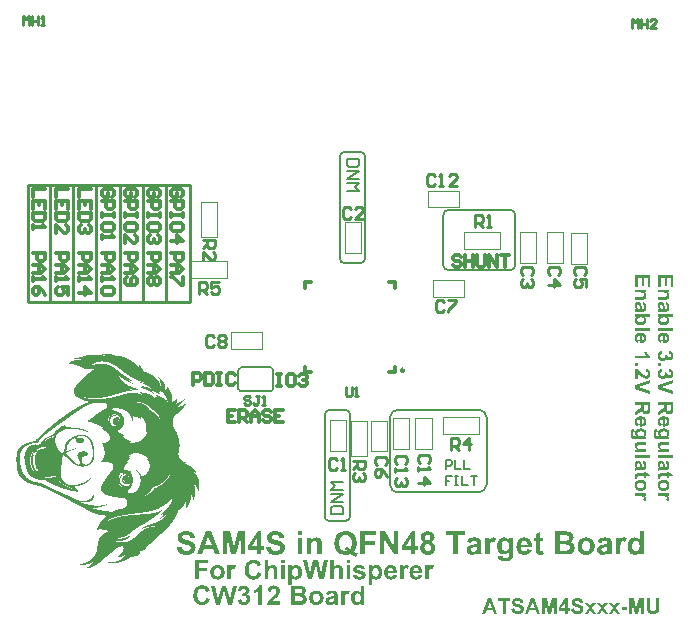
<source format=gto>
G04*
G04 #@! TF.GenerationSoftware,Altium Limited,Altium Designer,22.7.1 (60)*
G04*
G04 Layer_Color=65535*
%FSLAX25Y25*%
%MOIN*%
G70*
G04*
G04 #@! TF.SameCoordinates,6B1A839A-61CB-4D6D-ABE2-456D9947CFF6*
G04*
G04*
G04 #@! TF.FilePolarity,Positive*
G04*
G01*
G75*
%ADD10C,0.00787*%
%ADD11C,0.00984*%
%ADD12C,0.00500*%
%ADD13C,0.00394*%
%ADD14C,0.01000*%
%ADD15C,0.01181*%
%ADD16C,0.00800*%
%ADD17C,0.01200*%
G36*
X344835Y294693D02*
X345390D01*
Y294669D01*
X345632D01*
Y294645D01*
X345801D01*
Y294621D01*
X345970D01*
Y294597D01*
X346091D01*
Y294573D01*
X346235D01*
Y294548D01*
X346332D01*
Y294524D01*
X346404D01*
Y294500D01*
X346501D01*
Y294476D01*
X346598D01*
Y294452D01*
X346670D01*
Y294428D01*
X346742D01*
Y294404D01*
X346815D01*
Y294379D01*
X346887D01*
Y294355D01*
X346960D01*
Y294331D01*
X347032D01*
Y294307D01*
X347080D01*
Y294283D01*
X347129D01*
Y294259D01*
X347201D01*
Y294235D01*
X347249D01*
Y294210D01*
X347322D01*
Y294186D01*
X347370D01*
Y294162D01*
X347418D01*
Y294138D01*
X347467D01*
Y294114D01*
X347539D01*
Y294090D01*
X347587D01*
Y294066D01*
X347660D01*
Y294041D01*
X347708D01*
Y294017D01*
X347781D01*
Y293993D01*
X347901D01*
Y293969D01*
X348288D01*
Y293945D01*
X348674D01*
Y293921D01*
X348915D01*
Y293897D01*
X349108D01*
Y293872D01*
X349277D01*
Y293848D01*
X349446D01*
Y293824D01*
X349591D01*
Y293800D01*
X349688D01*
Y293776D01*
X349809D01*
Y293752D01*
X349905D01*
Y293728D01*
X350026D01*
Y293703D01*
X350122D01*
Y293679D01*
X350195D01*
Y293655D01*
X350291D01*
Y293631D01*
X350364D01*
Y293607D01*
X350460D01*
Y293583D01*
X350533D01*
Y293559D01*
X350605D01*
Y293534D01*
X350678D01*
Y293510D01*
X350750D01*
Y293486D01*
X350823D01*
Y293462D01*
X350895D01*
Y293438D01*
X350967D01*
Y293414D01*
X351016D01*
Y293390D01*
X351088D01*
Y293365D01*
X351161D01*
Y293341D01*
X351209D01*
Y293317D01*
X351281D01*
Y293293D01*
X351330D01*
Y293269D01*
X351378D01*
Y293245D01*
X351426D01*
Y293221D01*
X351499D01*
Y293196D01*
X351547D01*
Y293172D01*
X351595D01*
Y293148D01*
X351643D01*
Y293124D01*
X351716D01*
Y293100D01*
X351764D01*
Y293076D01*
X351812D01*
Y293052D01*
X351861D01*
Y293027D01*
X351909D01*
Y293003D01*
X351957D01*
Y292979D01*
X352006D01*
Y292955D01*
X352054D01*
Y292931D01*
X352078D01*
Y292907D01*
X352126D01*
Y292883D01*
X352175D01*
Y292858D01*
X352223D01*
Y292834D01*
X352271D01*
Y292810D01*
X352319D01*
Y292786D01*
X352368D01*
Y292762D01*
X352392D01*
Y292738D01*
X352440D01*
Y292714D01*
X352488D01*
Y292689D01*
X352537D01*
Y292665D01*
X352561D01*
Y292641D01*
X352609D01*
Y292617D01*
X352657D01*
Y292593D01*
X352682D01*
Y292569D01*
X352730D01*
Y292545D01*
X352754D01*
Y292520D01*
X352802D01*
Y292496D01*
X352851D01*
Y292472D01*
X352875D01*
Y292448D01*
X352923D01*
Y292424D01*
X352947D01*
Y292400D01*
X352995D01*
Y292376D01*
X353020D01*
Y292351D01*
X353068D01*
Y292327D01*
X353092D01*
Y292303D01*
X353140D01*
Y292279D01*
X353164D01*
Y292255D01*
X353213D01*
Y292231D01*
X353237D01*
Y292207D01*
X353285D01*
Y292182D01*
X353309D01*
Y292158D01*
X353333D01*
Y292134D01*
X353382D01*
Y292110D01*
X353406D01*
Y292086D01*
X353454D01*
Y292062D01*
X353478D01*
Y292038D01*
X353502D01*
Y292013D01*
X353551D01*
Y291989D01*
X353575D01*
Y291965D01*
X353623D01*
Y291941D01*
X353647D01*
Y291917D01*
X353671D01*
Y291893D01*
X353696D01*
Y291869D01*
X353744D01*
Y291844D01*
X353768D01*
Y291820D01*
X353792D01*
Y291796D01*
X353840D01*
Y291772D01*
X353865D01*
Y291748D01*
X353889D01*
Y291724D01*
X353913D01*
Y291700D01*
X353961D01*
Y291675D01*
X353985D01*
Y291651D01*
X354009D01*
Y291627D01*
X354034D01*
Y291603D01*
X354082D01*
Y291579D01*
X354106D01*
Y291555D01*
X354130D01*
Y291531D01*
X354154D01*
Y291506D01*
X354203D01*
Y291482D01*
X354227D01*
Y291458D01*
X354251D01*
Y291434D01*
X354275D01*
Y291410D01*
X354299D01*
Y291386D01*
X354323D01*
Y291362D01*
X354372D01*
Y291337D01*
X354396D01*
Y291313D01*
X354420D01*
Y291289D01*
X354444D01*
Y291265D01*
X354468D01*
Y291241D01*
X354492D01*
Y291217D01*
X354516D01*
Y291193D01*
X354541D01*
Y291168D01*
X354589D01*
Y291144D01*
X354613D01*
Y291120D01*
X354637D01*
Y291096D01*
X354661D01*
Y291072D01*
X354685D01*
Y291048D01*
X354710D01*
Y291024D01*
X354734D01*
Y290999D01*
X354758D01*
Y290975D01*
X354782D01*
Y290951D01*
X354806D01*
Y290927D01*
X354830D01*
Y290903D01*
X354854D01*
Y290879D01*
X354879D01*
Y290855D01*
X354927D01*
Y290830D01*
X354951D01*
Y290806D01*
X354975D01*
Y290782D01*
X354999D01*
Y290758D01*
X355023D01*
Y290734D01*
X355048D01*
Y290710D01*
X355072D01*
Y290686D01*
X355096D01*
Y290661D01*
X355120D01*
Y290637D01*
X355144D01*
Y290613D01*
X355168D01*
Y290589D01*
X355192D01*
Y290565D01*
X355217D01*
Y290541D01*
X355241D01*
Y290517D01*
X355265D01*
Y290492D01*
X355289D01*
Y290468D01*
X355313D01*
Y290444D01*
X355337D01*
Y290420D01*
X355361D01*
Y290396D01*
X355386D01*
Y290372D01*
X355410D01*
Y290348D01*
X355434D01*
Y290323D01*
X355458D01*
Y290299D01*
X355482D01*
Y290275D01*
X355506D01*
Y290251D01*
X355530D01*
Y290203D01*
X355555D01*
Y290179D01*
X355579D01*
Y290154D01*
X355603D01*
Y290130D01*
X355627D01*
Y290106D01*
X355651D01*
Y290082D01*
X355675D01*
Y290058D01*
X355699D01*
Y290034D01*
X355724D01*
Y290010D01*
X355748D01*
Y290058D01*
X355724D01*
Y290154D01*
X355699D01*
Y290227D01*
X355675D01*
Y290323D01*
X355651D01*
Y290396D01*
X355627D01*
Y290468D01*
X355603D01*
Y290541D01*
X355579D01*
Y290613D01*
X355555D01*
Y290686D01*
X355530D01*
Y290758D01*
X355506D01*
Y290806D01*
X355482D01*
Y290855D01*
X355458D01*
Y290927D01*
X355434D01*
Y290975D01*
X355410D01*
Y291048D01*
X355386D01*
Y291072D01*
X355361D01*
Y291120D01*
X355337D01*
Y291168D01*
X355313D01*
Y291193D01*
X355361D01*
Y291168D01*
X355386D01*
Y291144D01*
X355410D01*
Y291120D01*
X355434D01*
Y291096D01*
X355458D01*
Y291072D01*
X355506D01*
Y291048D01*
X355530D01*
Y291024D01*
X355555D01*
Y290999D01*
X355579D01*
Y290975D01*
X355603D01*
Y290951D01*
X355627D01*
Y290927D01*
X355651D01*
Y290903D01*
X355675D01*
Y290879D01*
X355699D01*
Y290855D01*
X355724D01*
Y290830D01*
X355772D01*
Y290806D01*
X355796D01*
Y290782D01*
X355820D01*
Y290758D01*
X355844D01*
Y290734D01*
X355868D01*
Y290710D01*
X355893D01*
Y290686D01*
X355917D01*
Y290661D01*
X355941D01*
Y290637D01*
X355965D01*
Y290613D01*
X355989D01*
Y290589D01*
X356013D01*
Y290565D01*
X356037D01*
Y290541D01*
X356062D01*
Y290492D01*
X356086D01*
Y290468D01*
X356110D01*
Y290444D01*
X356134D01*
Y290420D01*
X356158D01*
Y290396D01*
X356182D01*
Y290372D01*
X356206D01*
Y290348D01*
X356231D01*
Y290323D01*
X356255D01*
Y290299D01*
X356279D01*
Y290275D01*
X356303D01*
Y290227D01*
X356327D01*
Y290203D01*
X356351D01*
Y290179D01*
X356375D01*
Y290154D01*
X356400D01*
Y290130D01*
X356424D01*
Y290082D01*
X356448D01*
Y290058D01*
X356472D01*
Y290034D01*
X356496D01*
Y290010D01*
X356520D01*
Y289961D01*
X356544D01*
Y289937D01*
X356569D01*
Y289913D01*
X356593D01*
Y289865D01*
X356617D01*
Y289841D01*
X356641D01*
Y289816D01*
X356665D01*
Y289768D01*
X356689D01*
Y289744D01*
X356713D01*
Y289696D01*
X356738D01*
Y289672D01*
X356762D01*
Y289647D01*
X356786D01*
Y289599D01*
X356810D01*
Y289551D01*
X356834D01*
Y289527D01*
X356858D01*
Y289478D01*
X356882D01*
Y289454D01*
X356907D01*
Y289406D01*
X356931D01*
Y289358D01*
X356955D01*
Y289334D01*
X356979D01*
Y289285D01*
X357003D01*
Y289237D01*
X357027D01*
Y289189D01*
X357051D01*
Y289140D01*
X357076D01*
Y289092D01*
X357100D01*
Y289044D01*
X357124D01*
Y288996D01*
X357148D01*
Y288947D01*
X357172D01*
Y288899D01*
X357196D01*
Y288827D01*
X357220D01*
Y288778D01*
X357269D01*
Y288754D01*
X357341D01*
Y288730D01*
X357389D01*
Y288706D01*
X357438D01*
Y288682D01*
X357510D01*
Y288658D01*
X357583D01*
Y288633D01*
X357655D01*
Y288609D01*
X357703D01*
Y288585D01*
X357752D01*
Y288561D01*
X357824D01*
Y288537D01*
X357896D01*
Y288513D01*
X357969D01*
Y288489D01*
X358017D01*
Y288464D01*
X358065D01*
Y288440D01*
X358138D01*
Y288416D01*
X358210D01*
Y288392D01*
X358259D01*
Y288368D01*
X358331D01*
Y288344D01*
X358379D01*
Y288320D01*
X358428D01*
Y288295D01*
X358500D01*
Y288271D01*
X358548D01*
Y288247D01*
X358597D01*
Y288223D01*
X358645D01*
Y288199D01*
X358717D01*
Y288175D01*
X358766D01*
Y288151D01*
X358838D01*
Y288126D01*
X358886D01*
Y288102D01*
X358935D01*
Y288078D01*
X358983D01*
Y288054D01*
X359031D01*
Y288030D01*
X359079D01*
Y288006D01*
X359152D01*
Y287982D01*
X359176D01*
Y287957D01*
X359224D01*
Y287933D01*
X359297D01*
Y287909D01*
X359345D01*
Y287885D01*
X359393D01*
Y287861D01*
X359442D01*
Y287837D01*
X359466D01*
Y287813D01*
X359514D01*
Y287788D01*
X359562D01*
Y287764D01*
X359611D01*
Y287740D01*
X359659D01*
Y287716D01*
X359707D01*
Y287692D01*
X359755D01*
Y287668D01*
X359804D01*
Y287644D01*
X359828D01*
Y287619D01*
X359876D01*
Y287595D01*
X359924D01*
Y287571D01*
X359949D01*
Y287547D01*
X359997D01*
Y287523D01*
X360045D01*
Y287499D01*
X360069D01*
Y287475D01*
X360118D01*
Y287450D01*
X360142D01*
Y287426D01*
X360190D01*
Y287402D01*
X360238D01*
Y287378D01*
X360262D01*
Y287354D01*
X360311D01*
Y287330D01*
X360335D01*
Y287306D01*
X360383D01*
Y287281D01*
X360407D01*
Y287257D01*
X360456D01*
Y287233D01*
X360480D01*
Y287209D01*
X360504D01*
Y287185D01*
X360552D01*
Y287161D01*
X360576D01*
Y287137D01*
X360625D01*
Y287112D01*
X360649D01*
Y287088D01*
X360673D01*
Y287064D01*
X360721D01*
Y287040D01*
X360745D01*
Y287016D01*
X360769D01*
Y286992D01*
X360818D01*
Y286968D01*
X360842D01*
Y286943D01*
X360866D01*
Y286919D01*
X360890D01*
Y286895D01*
X360914D01*
Y286871D01*
X360963D01*
Y286847D01*
X360987D01*
Y286823D01*
X361011D01*
Y286799D01*
X361035D01*
Y286774D01*
X361059D01*
Y286750D01*
X361083D01*
Y286726D01*
X361107D01*
Y286702D01*
X361156D01*
Y286678D01*
X361180D01*
Y286654D01*
X361204D01*
Y286630D01*
X361228D01*
Y286605D01*
X361252D01*
Y286581D01*
X361276D01*
Y286557D01*
X361301D01*
Y286533D01*
X361325D01*
Y286509D01*
X361349D01*
Y286485D01*
X361373D01*
Y286461D01*
X361397D01*
Y286436D01*
X361421D01*
Y286412D01*
X361445D01*
Y286388D01*
X361470D01*
Y286364D01*
X361494D01*
Y286340D01*
X361518D01*
Y286292D01*
X361542D01*
Y286267D01*
X361566D01*
Y286243D01*
X361590D01*
Y286219D01*
X361614D01*
Y286195D01*
X361639D01*
Y286171D01*
X361663D01*
Y286123D01*
X361687D01*
Y286098D01*
X361711D01*
Y286074D01*
X361735D01*
Y286050D01*
X361759D01*
Y286026D01*
X361783D01*
Y285978D01*
X361808D01*
Y285954D01*
X361832D01*
Y285929D01*
X361856D01*
Y285881D01*
X361880D01*
Y285857D01*
X361904D01*
Y285833D01*
X361928D01*
Y285785D01*
X361952D01*
Y285760D01*
X361977D01*
Y285712D01*
X362001D01*
Y285688D01*
X362025D01*
Y285640D01*
X362049D01*
Y285616D01*
X362073D01*
Y285567D01*
X362097D01*
Y285543D01*
X362121D01*
Y285495D01*
X362146D01*
Y285447D01*
X362170D01*
Y285422D01*
X362194D01*
Y285374D01*
X362218D01*
Y285326D01*
X362242D01*
Y285278D01*
X362266D01*
Y285229D01*
X362290D01*
Y285205D01*
X362315D01*
Y285157D01*
X362339D01*
Y285109D01*
X362363D01*
Y285060D01*
X362387D01*
Y285012D01*
X362411D01*
Y284964D01*
X362435D01*
Y284915D01*
X362459D01*
Y284843D01*
X362484D01*
Y284795D01*
X362508D01*
Y284722D01*
X362532D01*
Y284674D01*
X362556D01*
Y284626D01*
X362580D01*
Y284553D01*
X362604D01*
Y284481D01*
X362628D01*
Y284408D01*
X362653D01*
Y284360D01*
X362677D01*
Y284288D01*
X362701D01*
Y284215D01*
X362725D01*
Y284143D01*
X362749D01*
Y284046D01*
X362773D01*
Y283950D01*
X362797D01*
Y283926D01*
X362822D01*
Y284070D01*
X362846D01*
Y284819D01*
X362822D01*
Y285036D01*
X362797D01*
Y285181D01*
X362773D01*
Y285326D01*
X362749D01*
Y285447D01*
X362725D01*
Y285543D01*
X362701D01*
Y285640D01*
X362677D01*
Y285712D01*
X362653D01*
Y285760D01*
X362628D01*
Y285857D01*
X362604D01*
Y285905D01*
X362580D01*
Y285978D01*
X362556D01*
Y286026D01*
X362532D01*
Y286074D01*
X362508D01*
Y286123D01*
X362484D01*
Y286195D01*
X362459D01*
Y286243D01*
X362435D01*
Y286267D01*
X362411D01*
Y286316D01*
X362387D01*
Y286364D01*
X362363D01*
Y286412D01*
X362339D01*
Y286461D01*
X362315D01*
Y286485D01*
X362290D01*
Y286509D01*
X362266D01*
Y286557D01*
X362242D01*
Y286581D01*
X362218D01*
Y286630D01*
X362194D01*
Y286654D01*
X362170D01*
Y286678D01*
X362146D01*
Y286726D01*
X362121D01*
Y286750D01*
X362097D01*
Y286774D01*
X362073D01*
Y286799D01*
X362049D01*
Y286823D01*
X362025D01*
Y286847D01*
X362001D01*
Y286871D01*
X361977D01*
Y286919D01*
X362001D01*
Y286895D01*
X362049D01*
Y286871D01*
X362073D01*
Y286847D01*
X362121D01*
Y286823D01*
X362146D01*
Y286799D01*
X362194D01*
Y286774D01*
X362242D01*
Y286750D01*
X362266D01*
Y286726D01*
X362315D01*
Y286702D01*
X362339D01*
Y286678D01*
X362387D01*
Y286654D01*
X362411D01*
Y286630D01*
X362459D01*
Y286605D01*
X362484D01*
Y286581D01*
X362508D01*
Y286557D01*
X362556D01*
Y286533D01*
X362580D01*
Y286509D01*
X362628D01*
Y286485D01*
X362653D01*
Y286461D01*
X362677D01*
Y286436D01*
X362701D01*
Y286412D01*
X362749D01*
Y286388D01*
X362773D01*
Y286364D01*
X362797D01*
Y286340D01*
X362822D01*
Y286316D01*
X362846D01*
Y286292D01*
X362894D01*
Y286267D01*
X362918D01*
Y286243D01*
X362942D01*
Y286219D01*
X362966D01*
Y286195D01*
X362991D01*
Y286171D01*
X363015D01*
Y286147D01*
X363039D01*
Y286123D01*
X363063D01*
Y286098D01*
X363087D01*
Y286074D01*
X363111D01*
Y286050D01*
X363135D01*
Y286026D01*
X363160D01*
Y286002D01*
X363184D01*
Y285978D01*
X363208D01*
Y285954D01*
X363232D01*
Y285929D01*
X363256D01*
Y285905D01*
X363280D01*
Y285881D01*
X363304D01*
Y285857D01*
X363329D01*
Y285833D01*
X363353D01*
Y285809D01*
X363377D01*
Y285785D01*
X363401D01*
Y285760D01*
X363425D01*
Y285736D01*
X363449D01*
Y285688D01*
X363473D01*
Y285664D01*
X363498D01*
Y285640D01*
X363522D01*
Y285616D01*
X363546D01*
Y285591D01*
X363570D01*
Y285543D01*
X363594D01*
Y285519D01*
X363618D01*
Y285495D01*
X363642D01*
Y285447D01*
X363667D01*
Y285422D01*
X363691D01*
Y285374D01*
X363715D01*
Y285350D01*
X363739D01*
Y285302D01*
X363763D01*
Y285278D01*
X363787D01*
Y285253D01*
X363811D01*
Y285205D01*
X363836D01*
Y285157D01*
X363860D01*
Y285133D01*
X363884D01*
Y285084D01*
X363908D01*
Y285036D01*
X363932D01*
Y285012D01*
X363956D01*
Y284964D01*
X363980D01*
Y284915D01*
X364005D01*
Y284867D01*
X364029D01*
Y284819D01*
X364053D01*
Y284771D01*
X364077D01*
Y284722D01*
X364101D01*
Y284650D01*
X364125D01*
Y284602D01*
X364149D01*
Y284529D01*
X364174D01*
Y284481D01*
X364198D01*
Y284408D01*
X364222D01*
Y284336D01*
X364246D01*
Y284264D01*
X364270D01*
Y284191D01*
X364294D01*
Y284095D01*
X364318D01*
Y283974D01*
X364343D01*
Y283853D01*
X364367D01*
Y283708D01*
X364391D01*
Y283491D01*
X364415D01*
Y282912D01*
X364391D01*
Y282694D01*
X364367D01*
Y282525D01*
X364343D01*
Y282453D01*
X364367D01*
Y282477D01*
X364391D01*
Y282501D01*
X364439D01*
Y282525D01*
X364463D01*
Y282549D01*
X364487D01*
Y282574D01*
X364536D01*
Y282598D01*
X364560D01*
Y282622D01*
X364584D01*
Y282646D01*
X364608D01*
Y282670D01*
X364632D01*
Y282694D01*
X364656D01*
Y282718D01*
X364681D01*
Y282743D01*
X364705D01*
Y282767D01*
X364729D01*
Y282815D01*
X364753D01*
Y282839D01*
X364777D01*
Y282863D01*
X364801D01*
Y282912D01*
X364825D01*
Y282936D01*
X364850D01*
Y282984D01*
X364874D01*
Y283032D01*
X364898D01*
Y283081D01*
X364922D01*
Y283129D01*
X364946D01*
Y283201D01*
X364970D01*
Y283298D01*
X364994D01*
Y283443D01*
X365019D01*
Y283612D01*
X364994D01*
Y283636D01*
X365019D01*
Y283660D01*
X365043D01*
Y283612D01*
X365067D01*
Y283588D01*
X365091D01*
Y283563D01*
X365115D01*
Y283539D01*
X365139D01*
Y283515D01*
X365163D01*
Y283491D01*
X365188D01*
Y283443D01*
X365212D01*
Y283419D01*
X365236D01*
Y283394D01*
X365260D01*
Y283370D01*
X365284D01*
Y283346D01*
X365308D01*
Y283298D01*
X365332D01*
Y283274D01*
X365357D01*
Y283250D01*
X365381D01*
Y283201D01*
X365405D01*
Y283177D01*
X365429D01*
Y283153D01*
X365453D01*
Y283105D01*
X365477D01*
Y283081D01*
X365501D01*
Y283056D01*
X365526D01*
Y283008D01*
X365550D01*
Y282984D01*
X365574D01*
Y282936D01*
X365598D01*
Y282912D01*
X365622D01*
Y282887D01*
X365646D01*
Y282839D01*
X365670D01*
Y282815D01*
X365695D01*
Y282767D01*
X365719D01*
Y282743D01*
X365743D01*
Y282694D01*
X365767D01*
Y282670D01*
X365791D01*
Y282622D01*
X365815D01*
Y282598D01*
X365839D01*
Y282549D01*
X365864D01*
Y282525D01*
X365888D01*
Y282477D01*
X365912D01*
Y282429D01*
X365936D01*
Y282405D01*
X365960D01*
Y282356D01*
X365984D01*
Y282308D01*
X366008D01*
Y282284D01*
X366033D01*
Y282236D01*
X366057D01*
Y282187D01*
X366081D01*
Y282139D01*
X366105D01*
Y282091D01*
X366129D01*
Y282067D01*
X366153D01*
Y282018D01*
X366177D01*
Y281970D01*
X366202D01*
Y281922D01*
X366226D01*
Y281873D01*
X366250D01*
Y281825D01*
X366274D01*
Y281777D01*
X366298D01*
Y281704D01*
X366322D01*
Y281656D01*
X366346D01*
Y281608D01*
X366371D01*
Y281560D01*
X366395D01*
Y281511D01*
X366419D01*
Y281439D01*
X366443D01*
Y281366D01*
X366467D01*
Y281318D01*
X366491D01*
Y281246D01*
X366515D01*
Y281197D01*
X366540D01*
Y281101D01*
X366564D01*
Y281028D01*
X366588D01*
Y280932D01*
X366612D01*
Y280859D01*
X366636D01*
Y280787D01*
X366660D01*
Y280666D01*
X366684D01*
Y280546D01*
X366709D01*
Y280401D01*
X366733D01*
Y280183D01*
X366757D01*
Y279701D01*
X366733D01*
Y279507D01*
X366709D01*
Y279363D01*
X366684D01*
Y279242D01*
X366660D01*
Y279145D01*
X366636D01*
Y279097D01*
X366612D01*
Y279025D01*
X366588D01*
Y278952D01*
X366564D01*
Y278904D01*
X366540D01*
Y278831D01*
X366515D01*
Y278783D01*
X366491D01*
Y278735D01*
X366467D01*
Y278662D01*
X366515D01*
Y278687D01*
X366709D01*
Y278711D01*
X366829D01*
Y278735D01*
X366950D01*
Y278759D01*
X367071D01*
Y278783D01*
X367143D01*
Y278807D01*
X367216D01*
Y278831D01*
X367288D01*
Y278856D01*
X367336D01*
Y278880D01*
X367409D01*
Y278904D01*
X367457D01*
Y278928D01*
X367505D01*
Y278952D01*
X367554D01*
Y278976D01*
X367578D01*
Y279000D01*
X367626D01*
Y279025D01*
X367674D01*
Y279049D01*
X367698D01*
Y279073D01*
X367747D01*
Y279097D01*
X367771D01*
Y279121D01*
X367795D01*
Y279145D01*
X367819D01*
Y279169D01*
X367843D01*
Y279194D01*
X367867D01*
Y279218D01*
X367916D01*
Y279266D01*
X367940D01*
Y279290D01*
X367964D01*
Y279314D01*
X367988D01*
Y279338D01*
X368012D01*
Y279363D01*
X368036D01*
Y279411D01*
X368061D01*
Y279435D01*
X368085D01*
Y279483D01*
X368109D01*
Y279532D01*
X368133D01*
Y279580D01*
X368157D01*
Y279652D01*
X368205D01*
Y279556D01*
X368230D01*
Y279483D01*
X368254D01*
Y279338D01*
X368278D01*
Y278735D01*
X368254D01*
Y278614D01*
X368230D01*
Y278542D01*
X368205D01*
Y278469D01*
X368181D01*
Y278397D01*
X368157D01*
Y278349D01*
X368133D01*
Y278300D01*
X368109D01*
Y278252D01*
X368085D01*
Y278204D01*
X368061D01*
Y278180D01*
X368036D01*
Y278131D01*
X368012D01*
Y278107D01*
X367988D01*
Y278083D01*
X367964D01*
Y278035D01*
X367940D01*
Y278011D01*
X367916D01*
Y277986D01*
X367892D01*
Y277962D01*
X367867D01*
Y277938D01*
X367843D01*
Y277914D01*
X367819D01*
Y277890D01*
X367892D01*
Y277914D01*
X367988D01*
Y277938D01*
X368061D01*
Y277962D01*
X368109D01*
Y277986D01*
X368181D01*
Y278011D01*
X368254D01*
Y278035D01*
X368326D01*
Y278059D01*
X368399D01*
Y278083D01*
X368447D01*
Y278107D01*
X368495D01*
Y278131D01*
X368568D01*
Y278155D01*
X368616D01*
Y278180D01*
X368688D01*
Y278204D01*
X368737D01*
Y278228D01*
X368785D01*
Y278252D01*
X368833D01*
Y278276D01*
X368906D01*
Y278300D01*
X368954D01*
Y278324D01*
X369002D01*
Y278349D01*
X369050D01*
Y278373D01*
X369099D01*
Y278397D01*
X369147D01*
Y278421D01*
X369195D01*
Y278445D01*
X369244D01*
Y278469D01*
X369268D01*
Y278493D01*
X369316D01*
Y278518D01*
X369364D01*
Y278542D01*
X369413D01*
Y278566D01*
X369461D01*
Y278590D01*
X369485D01*
Y278614D01*
X369533D01*
Y278638D01*
X369582D01*
Y278662D01*
X369630D01*
Y278687D01*
X369678D01*
Y278711D01*
X369702D01*
Y278735D01*
X369751D01*
Y278759D01*
X369799D01*
Y278783D01*
X369823D01*
Y278807D01*
X369871D01*
Y278831D01*
X369895D01*
Y278856D01*
X369944D01*
Y278880D01*
X369968D01*
Y278904D01*
X370016D01*
Y278928D01*
X370064D01*
Y278952D01*
X370089D01*
Y278976D01*
X370113D01*
Y279000D01*
X370161D01*
Y279025D01*
X370185D01*
Y279049D01*
X370233D01*
Y279073D01*
X370258D01*
Y279097D01*
X370306D01*
Y279121D01*
X370330D01*
Y279145D01*
X370354D01*
Y279169D01*
X370402D01*
Y279194D01*
X370427D01*
Y279218D01*
X370451D01*
Y279242D01*
X370499D01*
Y279266D01*
X370523D01*
Y279290D01*
X370547D01*
Y279314D01*
X370596D01*
Y279338D01*
X370620D01*
Y279363D01*
X370644D01*
Y279387D01*
X370668D01*
Y279411D01*
X370716D01*
Y279435D01*
X370740D01*
Y279459D01*
X370765D01*
Y279483D01*
X370789D01*
Y279507D01*
X370837D01*
Y279532D01*
X370861D01*
Y279556D01*
X370885D01*
Y279580D01*
X370909D01*
Y279604D01*
X370934D01*
Y279628D01*
X370958D01*
Y279652D01*
X371006D01*
Y279676D01*
X371030D01*
Y279701D01*
X371054D01*
Y279725D01*
X371078D01*
Y279749D01*
X371103D01*
Y279773D01*
X371127D01*
Y279797D01*
X371151D01*
Y279821D01*
X371175D01*
Y279845D01*
X371199D01*
Y279870D01*
X371223D01*
Y279894D01*
X371247D01*
Y279918D01*
X371272D01*
Y279870D01*
X371247D01*
Y279845D01*
X371223D01*
Y279821D01*
X371199D01*
Y279773D01*
X371175D01*
Y279749D01*
X371151D01*
Y279725D01*
X371127D01*
Y279701D01*
X371103D01*
Y279652D01*
X371078D01*
Y279628D01*
X371054D01*
Y279604D01*
X371030D01*
Y279580D01*
X371006D01*
Y279532D01*
X370982D01*
Y279507D01*
X370958D01*
Y279483D01*
X370934D01*
Y279459D01*
X370909D01*
Y279411D01*
X370885D01*
Y279387D01*
X370861D01*
Y279363D01*
X370837D01*
Y279338D01*
X370813D01*
Y279290D01*
X370789D01*
Y279266D01*
X370765D01*
Y279242D01*
X370740D01*
Y279218D01*
X370716D01*
Y279169D01*
X370692D01*
Y279145D01*
X370668D01*
Y279121D01*
X370644D01*
Y279097D01*
X370620D01*
Y279073D01*
X370596D01*
Y279025D01*
X370571D01*
Y279000D01*
X370547D01*
Y278976D01*
X370523D01*
Y278952D01*
X370499D01*
Y278904D01*
X370475D01*
Y278880D01*
X370451D01*
Y278856D01*
X370427D01*
Y278831D01*
X370402D01*
Y278807D01*
X370378D01*
Y278783D01*
X370354D01*
Y278735D01*
X370330D01*
Y278711D01*
X370306D01*
Y278687D01*
X370282D01*
Y278662D01*
X370258D01*
Y278638D01*
X370233D01*
Y278590D01*
X370209D01*
Y278566D01*
X370185D01*
Y278542D01*
X370161D01*
Y278518D01*
X370137D01*
Y278493D01*
X370113D01*
Y278469D01*
X370089D01*
Y278445D01*
X370064D01*
Y278421D01*
X370040D01*
Y278373D01*
X370016D01*
Y278349D01*
X369992D01*
Y278324D01*
X369968D01*
Y278300D01*
X369944D01*
Y278276D01*
X369920D01*
Y278252D01*
X369895D01*
Y278228D01*
X369871D01*
Y278204D01*
X369847D01*
Y278155D01*
X369823D01*
Y278131D01*
X369799D01*
Y278107D01*
X369775D01*
Y278083D01*
X369751D01*
Y278059D01*
X369726D01*
Y278035D01*
X369702D01*
Y278011D01*
X369678D01*
Y277986D01*
X369654D01*
Y277962D01*
X369630D01*
Y277938D01*
X369606D01*
Y277914D01*
X369582D01*
Y277890D01*
X369557D01*
Y277866D01*
X369533D01*
Y277817D01*
X369509D01*
Y277793D01*
X369485D01*
Y277769D01*
X369461D01*
Y277745D01*
X369437D01*
Y277721D01*
X369413D01*
Y277697D01*
X369388D01*
Y277673D01*
X369364D01*
Y277648D01*
X369340D01*
Y277624D01*
X369316D01*
Y277600D01*
X369292D01*
Y277576D01*
X369268D01*
Y277552D01*
X369244D01*
Y277528D01*
X369219D01*
Y277504D01*
X369195D01*
Y277479D01*
X369171D01*
Y277455D01*
X369147D01*
Y277431D01*
X369123D01*
Y277407D01*
X369099D01*
Y277383D01*
X369075D01*
Y277359D01*
X369050D01*
Y277335D01*
X369002D01*
Y277310D01*
X368978D01*
Y277286D01*
X368954D01*
Y277262D01*
X368930D01*
Y277238D01*
X368906D01*
Y277214D01*
X368881D01*
Y277190D01*
X368857D01*
Y277166D01*
X368833D01*
Y277141D01*
X368785D01*
Y277117D01*
X368761D01*
Y277093D01*
X368737D01*
Y277069D01*
X368712D01*
Y277045D01*
X368688D01*
Y277021D01*
X368640D01*
Y276997D01*
X368616D01*
Y276972D01*
X368592D01*
Y276948D01*
X368568D01*
Y276924D01*
X368519D01*
Y276900D01*
X368495D01*
Y276876D01*
X368447D01*
Y276852D01*
X368423D01*
Y276828D01*
X368374D01*
Y276803D01*
X368350D01*
Y276779D01*
X368302D01*
Y276755D01*
X368423D01*
Y276779D01*
X368519D01*
Y276803D01*
X368616D01*
Y276828D01*
X368712D01*
Y276852D01*
X368785D01*
Y276876D01*
X368857D01*
Y276900D01*
X368954D01*
Y276924D01*
X369026D01*
Y276948D01*
X369099D01*
Y276972D01*
X369171D01*
Y276997D01*
X369244D01*
Y277021D01*
X369316D01*
Y277045D01*
X369364D01*
Y277069D01*
X369437D01*
Y277093D01*
X369485D01*
Y277117D01*
X369557D01*
Y277141D01*
X369630D01*
Y277166D01*
X369678D01*
Y277190D01*
X369726D01*
Y277214D01*
X369799D01*
Y277238D01*
X369847D01*
Y277262D01*
X369895D01*
Y277286D01*
X369968D01*
Y277310D01*
X370016D01*
Y277335D01*
X370064D01*
Y277359D01*
X370113D01*
Y277383D01*
X370161D01*
Y277407D01*
X370209D01*
Y277431D01*
X370258D01*
Y277455D01*
X370306D01*
Y277479D01*
X370354D01*
Y277504D01*
X370402D01*
Y277528D01*
X370427D01*
Y277552D01*
X370475D01*
Y277576D01*
X370523D01*
Y277600D01*
X370571D01*
Y277624D01*
X370596D01*
Y277648D01*
X370644D01*
Y277673D01*
X370692D01*
Y277697D01*
X370740D01*
Y277721D01*
X370765D01*
Y277745D01*
X370813D01*
Y277769D01*
X370837D01*
Y277793D01*
X370885D01*
Y277817D01*
X370934D01*
Y277842D01*
X370958D01*
Y277866D01*
X371006D01*
Y277890D01*
X371030D01*
Y277914D01*
X371078D01*
Y277938D01*
X371103D01*
Y277962D01*
X371127D01*
Y277986D01*
X371175D01*
Y278011D01*
X371199D01*
Y278035D01*
X371247D01*
Y278059D01*
X371272D01*
Y278083D01*
X371296D01*
Y278107D01*
X371344D01*
Y278131D01*
X371368D01*
Y278155D01*
X371392D01*
Y278180D01*
X371416D01*
Y278204D01*
X371465D01*
Y278228D01*
X371489D01*
Y278252D01*
X371513D01*
Y278276D01*
X371537D01*
Y278300D01*
X371561D01*
Y278324D01*
X371610D01*
Y278300D01*
X371585D01*
Y278276D01*
X371561D01*
Y278228D01*
X371537D01*
Y278204D01*
X371513D01*
Y278155D01*
X371489D01*
Y278107D01*
X371465D01*
Y278083D01*
X371441D01*
Y278035D01*
X371416D01*
Y278011D01*
X371392D01*
Y277962D01*
X371368D01*
Y277914D01*
X371344D01*
Y277890D01*
X371320D01*
Y277842D01*
X371296D01*
Y277817D01*
X371272D01*
Y277769D01*
X371247D01*
Y277745D01*
X371223D01*
Y277697D01*
X371199D01*
Y277673D01*
X371175D01*
Y277648D01*
X371151D01*
Y277600D01*
X371127D01*
Y277576D01*
X371103D01*
Y277528D01*
X371078D01*
Y277504D01*
X371054D01*
Y277455D01*
X371030D01*
Y277431D01*
X371006D01*
Y277383D01*
X370982D01*
Y277359D01*
X370958D01*
Y277335D01*
X370934D01*
Y277286D01*
X370909D01*
Y277262D01*
X370885D01*
Y277238D01*
X370861D01*
Y277190D01*
X370837D01*
Y277166D01*
X370813D01*
Y277141D01*
X370789D01*
Y277093D01*
X370765D01*
Y277069D01*
X370740D01*
Y277021D01*
X370716D01*
Y276997D01*
X370692D01*
Y276972D01*
X370668D01*
Y276948D01*
X370644D01*
Y276900D01*
X370620D01*
Y276876D01*
X370596D01*
Y276852D01*
X370571D01*
Y276803D01*
X370547D01*
Y276779D01*
X370523D01*
Y276755D01*
X370499D01*
Y276707D01*
X370475D01*
Y276683D01*
X370451D01*
Y276659D01*
X370427D01*
Y276634D01*
X370402D01*
Y276610D01*
X370378D01*
Y276562D01*
X370354D01*
Y276538D01*
X370330D01*
Y276514D01*
X370306D01*
Y276490D01*
X370282D01*
Y276441D01*
X370258D01*
Y276417D01*
X370233D01*
Y276393D01*
X370209D01*
Y276369D01*
X370185D01*
Y276345D01*
X370161D01*
Y276296D01*
X370137D01*
Y276272D01*
X370113D01*
Y276248D01*
X370089D01*
Y276224D01*
X370064D01*
Y276200D01*
X370040D01*
Y276176D01*
X370016D01*
Y276127D01*
X369992D01*
Y276103D01*
X369968D01*
Y276079D01*
X369944D01*
Y276055D01*
X369920D01*
Y276031D01*
X369895D01*
Y276007D01*
X369871D01*
Y275983D01*
X369847D01*
Y275958D01*
X369823D01*
Y275934D01*
X369799D01*
Y275910D01*
X369775D01*
Y275862D01*
X369751D01*
Y275838D01*
X369726D01*
Y275814D01*
X369702D01*
Y275789D01*
X369678D01*
Y275765D01*
X369654D01*
Y275741D01*
X369630D01*
Y275717D01*
X369606D01*
Y275693D01*
X369582D01*
Y275669D01*
X369557D01*
Y275645D01*
X369533D01*
Y275620D01*
X369509D01*
Y275596D01*
X369485D01*
Y275572D01*
X369461D01*
Y275548D01*
X369437D01*
Y275524D01*
X369413D01*
Y275500D01*
X369388D01*
Y275476D01*
X369364D01*
Y275451D01*
X369340D01*
Y275427D01*
X369316D01*
Y275403D01*
X369292D01*
Y275379D01*
X369268D01*
Y275355D01*
X369244D01*
Y275331D01*
X369219D01*
Y275307D01*
X369195D01*
Y275282D01*
X369147D01*
Y275258D01*
X369123D01*
Y275234D01*
X369099D01*
Y275210D01*
X369075D01*
Y275186D01*
X369050D01*
Y275162D01*
X369026D01*
Y275138D01*
X369002D01*
Y275113D01*
X368978D01*
Y275089D01*
X368954D01*
Y275065D01*
X368906D01*
Y275041D01*
X368881D01*
Y275017D01*
X368857D01*
Y274993D01*
X368833D01*
Y274969D01*
X368809D01*
Y274944D01*
X368761D01*
Y274920D01*
X368737D01*
Y274896D01*
X368712D01*
Y274872D01*
X368688D01*
Y274848D01*
X368664D01*
Y274824D01*
X368616D01*
Y274800D01*
X368592D01*
Y274775D01*
X368568D01*
Y274751D01*
X368519D01*
Y274727D01*
X368495D01*
Y274703D01*
X368471D01*
Y274679D01*
X368423D01*
Y274655D01*
X368399D01*
Y274631D01*
X368350D01*
Y274606D01*
X368326D01*
Y274582D01*
X368302D01*
Y274558D01*
X368254D01*
Y274534D01*
X368230D01*
Y274510D01*
X368205D01*
Y274486D01*
X368181D01*
Y274462D01*
X368133D01*
Y274437D01*
X368109D01*
Y274413D01*
X368085D01*
Y274389D01*
X368061D01*
Y274365D01*
X368012D01*
Y274341D01*
X367988D01*
Y274317D01*
X367964D01*
Y274293D01*
X367940D01*
Y274268D01*
X367916D01*
Y274244D01*
X367892D01*
Y274220D01*
X367867D01*
Y274196D01*
X367843D01*
Y274172D01*
X367819D01*
Y274148D01*
X367795D01*
Y274124D01*
X367771D01*
Y274099D01*
X367747D01*
Y274075D01*
X367723D01*
Y274051D01*
X367698D01*
Y274027D01*
X367674D01*
Y274003D01*
X367650D01*
Y273979D01*
X367626D01*
Y273955D01*
X367602D01*
Y273906D01*
X367578D01*
Y273882D01*
X367554D01*
Y273858D01*
X367529D01*
Y273834D01*
X367505D01*
Y273786D01*
X367481D01*
Y273761D01*
X367457D01*
Y273737D01*
X367433D01*
Y273689D01*
X367409D01*
Y273665D01*
X367385D01*
Y273617D01*
X367360D01*
Y273592D01*
X367336D01*
Y273568D01*
X367312D01*
Y273520D01*
X367288D01*
Y273472D01*
X367264D01*
Y273423D01*
X367240D01*
Y273399D01*
X367216D01*
Y273351D01*
X367191D01*
Y273303D01*
X367167D01*
Y273254D01*
X367143D01*
Y273206D01*
X367119D01*
Y273158D01*
X367095D01*
Y273085D01*
X367071D01*
Y273037D01*
X367047D01*
Y272965D01*
X367022D01*
Y272892D01*
X366998D01*
Y272820D01*
X366974D01*
Y272747D01*
X366950D01*
Y272651D01*
X366926D01*
Y272530D01*
X366902D01*
Y272385D01*
X366878D01*
Y272192D01*
X366853D01*
Y271589D01*
X366878D01*
Y271395D01*
X366902D01*
Y271251D01*
X366926D01*
Y271106D01*
X366950D01*
Y271009D01*
X366974D01*
Y270913D01*
X366998D01*
Y270816D01*
X367022D01*
Y270744D01*
X367047D01*
Y270647D01*
X367071D01*
Y270575D01*
X367095D01*
Y270502D01*
X367119D01*
Y270454D01*
X367143D01*
Y270381D01*
X367167D01*
Y270309D01*
X367191D01*
Y270261D01*
X367216D01*
Y270188D01*
X367240D01*
Y270140D01*
X367264D01*
Y270092D01*
X367288D01*
Y270043D01*
X367312D01*
Y269971D01*
X367336D01*
Y269923D01*
X367360D01*
Y269874D01*
X367385D01*
Y269826D01*
X367409D01*
Y269778D01*
X367433D01*
Y269730D01*
X367457D01*
Y269681D01*
X367481D01*
Y269633D01*
X367505D01*
Y269609D01*
X367529D01*
Y269561D01*
X367554D01*
Y269512D01*
X367578D01*
Y269464D01*
X367602D01*
Y269416D01*
X367626D01*
Y269392D01*
X367650D01*
Y269343D01*
X367674D01*
Y269295D01*
X367698D01*
Y269247D01*
X367723D01*
Y269223D01*
X367747D01*
Y269174D01*
X367771D01*
Y269150D01*
X367795D01*
Y269102D01*
X367819D01*
Y269054D01*
X367843D01*
Y269005D01*
X367867D01*
Y268981D01*
X367892D01*
Y268933D01*
X367916D01*
Y268885D01*
X367940D01*
Y268836D01*
X367964D01*
Y268788D01*
X367988D01*
Y268764D01*
X368012D01*
Y268716D01*
X368036D01*
Y268667D01*
X368061D01*
Y268619D01*
X368085D01*
Y268571D01*
X368109D01*
Y268522D01*
X368133D01*
Y268474D01*
X368157D01*
Y268426D01*
X368181D01*
Y268378D01*
X368205D01*
Y268329D01*
X368230D01*
Y268281D01*
X368254D01*
Y268233D01*
X368278D01*
Y268160D01*
X368302D01*
Y268112D01*
X368326D01*
Y268064D01*
X368350D01*
Y268015D01*
X368374D01*
Y267943D01*
X368399D01*
Y267895D01*
X368423D01*
Y267822D01*
X368447D01*
Y267774D01*
X368471D01*
Y267702D01*
X368495D01*
Y267653D01*
X368519D01*
Y267581D01*
X368543D01*
Y267508D01*
X368568D01*
Y267436D01*
X368592D01*
Y267388D01*
X368616D01*
Y267315D01*
X368640D01*
Y267243D01*
X368664D01*
Y267170D01*
X368688D01*
Y267098D01*
X368712D01*
Y267026D01*
X368737D01*
Y266953D01*
X368761D01*
Y266857D01*
X368785D01*
Y266784D01*
X368809D01*
Y266688D01*
X368833D01*
Y266591D01*
X368857D01*
Y266519D01*
X368881D01*
Y266422D01*
X368906D01*
Y266301D01*
X368930D01*
Y266205D01*
X368954D01*
Y266084D01*
X368978D01*
Y265987D01*
X369002D01*
Y265843D01*
X369026D01*
Y265698D01*
X369050D01*
Y265553D01*
X369075D01*
Y265384D01*
X369099D01*
Y265215D01*
X369123D01*
Y264949D01*
X369147D01*
Y264587D01*
X369171D01*
Y263718D01*
X369147D01*
Y263356D01*
X369123D01*
Y263139D01*
X369099D01*
Y262994D01*
X369075D01*
Y262849D01*
X369050D01*
Y262704D01*
X369026D01*
Y262583D01*
X369002D01*
Y262463D01*
X368978D01*
Y262366D01*
X368954D01*
Y262269D01*
X368930D01*
Y262173D01*
X368906D01*
Y262052D01*
X368881D01*
Y261931D01*
X368857D01*
Y261811D01*
X368833D01*
Y261618D01*
X368809D01*
Y260966D01*
X368833D01*
Y260797D01*
X368857D01*
Y260676D01*
X368881D01*
Y260579D01*
X368906D01*
Y260483D01*
X368930D01*
Y260386D01*
X368954D01*
Y260338D01*
X368978D01*
Y260266D01*
X369002D01*
Y260217D01*
X369026D01*
Y260145D01*
X369050D01*
Y260097D01*
X369075D01*
Y260048D01*
X369099D01*
Y260000D01*
X369123D01*
Y259952D01*
X369147D01*
Y259903D01*
X369171D01*
Y259855D01*
X369195D01*
Y259831D01*
X369219D01*
Y259783D01*
X369244D01*
Y259759D01*
X369268D01*
Y259710D01*
X369292D01*
Y259686D01*
X369316D01*
Y259662D01*
X369340D01*
Y259614D01*
X369364D01*
Y259590D01*
X369388D01*
Y259565D01*
X369413D01*
Y259541D01*
X369437D01*
Y259493D01*
X369461D01*
Y259469D01*
X369485D01*
Y259445D01*
X369509D01*
Y259421D01*
X369533D01*
Y259396D01*
X369557D01*
Y259372D01*
X369582D01*
Y259348D01*
X369606D01*
Y259324D01*
X369630D01*
Y259300D01*
X369654D01*
Y259276D01*
X369678D01*
Y259252D01*
X369702D01*
Y259227D01*
X369726D01*
Y259203D01*
X369775D01*
Y259179D01*
X369799D01*
Y259155D01*
X369823D01*
Y259131D01*
X369847D01*
Y259107D01*
X369895D01*
Y259083D01*
X369920D01*
Y259058D01*
X369968D01*
Y259034D01*
X369992D01*
Y259010D01*
X370016D01*
Y258986D01*
X370064D01*
Y258962D01*
X370113D01*
Y258938D01*
X370137D01*
Y258914D01*
X370185D01*
Y258889D01*
X370233D01*
Y258865D01*
X370282D01*
Y258841D01*
X370330D01*
Y258817D01*
X370378D01*
Y258793D01*
X370427D01*
Y258769D01*
X370475D01*
Y258745D01*
X370523D01*
Y258720D01*
X370596D01*
Y258696D01*
X370668D01*
Y258672D01*
X370716D01*
Y258648D01*
X370789D01*
Y258624D01*
X370861D01*
Y258600D01*
X370958D01*
Y258576D01*
X371054D01*
Y258551D01*
X371175D01*
Y258527D01*
X371296D01*
Y258503D01*
X371465D01*
Y258479D01*
X371561D01*
Y258455D01*
X371513D01*
Y258431D01*
X371465D01*
Y258407D01*
X371441D01*
Y258382D01*
X371392D01*
Y258358D01*
X371344D01*
Y258334D01*
X371296D01*
Y258310D01*
X371247D01*
Y258286D01*
X371199D01*
Y258262D01*
X371127D01*
Y258238D01*
X371054D01*
Y258213D01*
X370958D01*
Y258189D01*
X370644D01*
Y258141D01*
X370716D01*
Y258117D01*
X370813D01*
Y258093D01*
X370885D01*
Y258069D01*
X370958D01*
Y258044D01*
X371006D01*
Y258020D01*
X371054D01*
Y257996D01*
X371127D01*
Y257972D01*
X371199D01*
Y257948D01*
X371272D01*
Y257924D01*
X371320D01*
Y257900D01*
X371368D01*
Y257875D01*
X371441D01*
Y257851D01*
X371489D01*
Y257827D01*
X371561D01*
Y257803D01*
X371610D01*
Y257779D01*
X371658D01*
Y257755D01*
X371706D01*
Y257731D01*
X371754D01*
Y257706D01*
X371827D01*
Y257682D01*
X371851D01*
Y257658D01*
X371899D01*
Y257634D01*
X371948D01*
Y257610D01*
X372020D01*
Y257586D01*
X372068D01*
Y257562D01*
X372092D01*
Y257537D01*
X372141D01*
Y257513D01*
X372189D01*
Y257489D01*
X372237D01*
Y257465D01*
X372286D01*
Y257441D01*
X372334D01*
Y257417D01*
X372358D01*
Y257393D01*
X372406D01*
Y257368D01*
X372455D01*
Y257344D01*
X372503D01*
Y257320D01*
X372551D01*
Y257296D01*
X372575D01*
Y257272D01*
X372624D01*
Y257248D01*
X372648D01*
Y257224D01*
X372696D01*
Y257199D01*
X372744D01*
Y257175D01*
X372768D01*
Y257151D01*
X372817D01*
Y257127D01*
X372841D01*
Y257103D01*
X372889D01*
Y257079D01*
X372913D01*
Y257055D01*
X372962D01*
Y257030D01*
X372986D01*
Y257006D01*
X373034D01*
Y256982D01*
X373058D01*
Y256958D01*
X373106D01*
Y256934D01*
X373131D01*
Y256910D01*
X373155D01*
Y256886D01*
X373203D01*
Y256861D01*
X373227D01*
Y256837D01*
X373275D01*
Y256813D01*
X373300D01*
Y256789D01*
X373324D01*
Y256765D01*
X373348D01*
Y256741D01*
X373396D01*
Y256717D01*
X373420D01*
Y256692D01*
X373444D01*
Y256668D01*
X373469D01*
Y256644D01*
X373493D01*
Y256620D01*
X373541D01*
Y256596D01*
X373565D01*
Y256572D01*
X373589D01*
Y256548D01*
X373613D01*
Y256523D01*
X373638D01*
Y256499D01*
X373662D01*
Y256475D01*
X373710D01*
Y256451D01*
X373734D01*
Y256427D01*
X373758D01*
Y256403D01*
X373782D01*
Y256379D01*
X373807D01*
Y256354D01*
X373831D01*
Y256330D01*
X373855D01*
Y256306D01*
X373879D01*
Y256282D01*
X373903D01*
Y256258D01*
X373927D01*
Y256234D01*
X373951D01*
Y256210D01*
X373976D01*
Y256185D01*
X374000D01*
Y256161D01*
X374024D01*
Y256137D01*
X374048D01*
Y256113D01*
X374072D01*
Y256089D01*
X374096D01*
Y256041D01*
X374120D01*
Y256016D01*
X374145D01*
Y255992D01*
X374169D01*
Y255968D01*
X374193D01*
Y255944D01*
X374217D01*
Y255896D01*
X374241D01*
Y255872D01*
X374265D01*
Y255847D01*
X374289D01*
Y255823D01*
X374314D01*
Y255775D01*
X374338D01*
Y255751D01*
X374362D01*
Y255727D01*
X374386D01*
Y255678D01*
X374410D01*
Y255654D01*
X374434D01*
Y255630D01*
X374458D01*
Y255582D01*
X374483D01*
Y255558D01*
X374507D01*
Y255509D01*
X374531D01*
Y255485D01*
X374555D01*
Y255437D01*
X374579D01*
Y255389D01*
X374603D01*
Y255365D01*
X374627D01*
Y255316D01*
X374652D01*
Y255268D01*
X374676D01*
Y255244D01*
X374700D01*
Y255196D01*
X374724D01*
Y255147D01*
X374748D01*
Y255075D01*
X374772D01*
Y255051D01*
X374796D01*
Y255002D01*
X374821D01*
Y254930D01*
X374845D01*
Y254882D01*
X374869D01*
Y254809D01*
X374845D01*
Y254833D01*
X374821D01*
Y254858D01*
X374796D01*
Y254882D01*
X374748D01*
Y254906D01*
X374700D01*
Y254930D01*
X374676D01*
Y254954D01*
X374627D01*
Y254978D01*
X374579D01*
Y255002D01*
X374507D01*
Y255027D01*
X374434D01*
Y255051D01*
X374338D01*
Y255075D01*
X374217D01*
Y255099D01*
X374145D01*
Y255051D01*
X374169D01*
Y255027D01*
X374193D01*
Y255002D01*
X374217D01*
Y254978D01*
X374241D01*
Y254954D01*
X374265D01*
Y254930D01*
X374289D01*
Y254906D01*
X374314D01*
Y254882D01*
X374338D01*
Y254858D01*
X374362D01*
Y254809D01*
X374386D01*
Y254785D01*
X374410D01*
Y254761D01*
X374434D01*
Y254737D01*
X374458D01*
Y254713D01*
X374483D01*
Y254664D01*
X374507D01*
Y254640D01*
X374531D01*
Y254616D01*
X374555D01*
Y254568D01*
X374579D01*
Y254544D01*
X374603D01*
Y254520D01*
X374627D01*
Y254471D01*
X374652D01*
Y254447D01*
X374676D01*
Y254423D01*
X374700D01*
Y254375D01*
X374724D01*
Y254326D01*
X374748D01*
Y254302D01*
X374772D01*
Y254278D01*
X374796D01*
Y254230D01*
X374821D01*
Y254206D01*
X374845D01*
Y254157D01*
X374869D01*
Y254109D01*
X374893D01*
Y254085D01*
X374917D01*
Y254037D01*
X374941D01*
Y253988D01*
X374965D01*
Y253964D01*
X374990D01*
Y253916D01*
X375014D01*
Y253868D01*
X375038D01*
Y253819D01*
X375062D01*
Y253795D01*
X375086D01*
Y253723D01*
X375110D01*
Y253675D01*
X375134D01*
Y253650D01*
X375159D01*
Y253602D01*
X375183D01*
Y253554D01*
X375207D01*
Y253481D01*
X375231D01*
Y253433D01*
X375255D01*
Y253385D01*
X375279D01*
Y253337D01*
X375303D01*
Y253288D01*
X375328D01*
Y253216D01*
X375352D01*
Y253168D01*
X375376D01*
Y253095D01*
X375400D01*
Y253047D01*
X375424D01*
Y252974D01*
X375448D01*
Y252902D01*
X375472D01*
Y252830D01*
X375497D01*
Y252757D01*
X375521D01*
Y252685D01*
X375545D01*
Y252612D01*
X375569D01*
Y252540D01*
X375593D01*
Y252443D01*
X375617D01*
Y252347D01*
X375641D01*
Y252250D01*
X375666D01*
Y252154D01*
X375690D01*
Y252033D01*
X375714D01*
Y251888D01*
X375738D01*
Y251719D01*
X375762D01*
Y251550D01*
X375786D01*
Y251309D01*
X375810D01*
Y250415D01*
X375786D01*
Y250198D01*
X375762D01*
Y250005D01*
X375738D01*
Y249836D01*
X375714D01*
Y249691D01*
X375690D01*
Y249546D01*
X375666D01*
Y249450D01*
X375641D01*
Y249353D01*
X375617D01*
Y249256D01*
X375593D01*
Y249136D01*
X375569D01*
Y249063D01*
X375545D01*
Y248967D01*
X375521D01*
Y248894D01*
X375497D01*
Y248822D01*
X375472D01*
Y248749D01*
X375448D01*
Y248653D01*
X375424D01*
Y248605D01*
X375400D01*
Y248532D01*
X375376D01*
Y248460D01*
X375352D01*
Y248411D01*
X375328D01*
Y248339D01*
X375303D01*
Y248460D01*
X375328D01*
Y248967D01*
X375303D01*
Y249160D01*
X375279D01*
Y249256D01*
X375255D01*
Y249377D01*
X375231D01*
Y249474D01*
X375207D01*
Y249546D01*
X375183D01*
Y249619D01*
X375159D01*
Y249691D01*
X375134D01*
Y249739D01*
X375110D01*
Y249812D01*
X375086D01*
Y249860D01*
X375062D01*
Y249908D01*
X375038D01*
Y249957D01*
X375014D01*
Y250005D01*
X374990D01*
Y250053D01*
X374965D01*
Y250101D01*
X374941D01*
Y250150D01*
X374917D01*
Y250198D01*
X374893D01*
Y250222D01*
X374869D01*
Y250270D01*
X374845D01*
Y250295D01*
X374821D01*
Y250343D01*
X374796D01*
Y250367D01*
X374772D01*
Y250415D01*
X374748D01*
Y250439D01*
X374724D01*
Y250488D01*
X374700D01*
Y250512D01*
X374676D01*
Y250536D01*
X374652D01*
Y250560D01*
X374627D01*
Y250608D01*
X374603D01*
Y250633D01*
X374579D01*
Y250657D01*
X374555D01*
Y250681D01*
X374531D01*
Y250705D01*
X374507D01*
Y250753D01*
X374483D01*
Y250777D01*
X374458D01*
Y250802D01*
X374434D01*
Y250826D01*
X374410D01*
Y250850D01*
X374386D01*
Y250874D01*
X374362D01*
Y250898D01*
X374338D01*
Y250922D01*
X374314D01*
Y250946D01*
X374289D01*
Y250971D01*
X374265D01*
Y250995D01*
X374241D01*
Y251019D01*
X374217D01*
Y251043D01*
X374169D01*
Y251067D01*
X374145D01*
Y251091D01*
X374120D01*
Y251115D01*
X374096D01*
Y251140D01*
X374072D01*
Y251164D01*
X374024D01*
Y251115D01*
X374048D01*
Y251043D01*
X374072D01*
Y250971D01*
X374096D01*
Y250898D01*
X374120D01*
Y250826D01*
X374145D01*
Y250729D01*
X374169D01*
Y250657D01*
X374193D01*
Y250584D01*
X374217D01*
Y250488D01*
X374241D01*
Y250367D01*
X374265D01*
Y250246D01*
X374289D01*
Y250150D01*
X374314D01*
Y250029D01*
X374338D01*
Y249884D01*
X374362D01*
Y249715D01*
X374386D01*
Y249498D01*
X374410D01*
Y249256D01*
X374434D01*
Y248267D01*
X374410D01*
Y248049D01*
X374386D01*
Y247832D01*
X374362D01*
Y247663D01*
X374338D01*
Y247518D01*
X374314D01*
Y247397D01*
X374289D01*
Y247301D01*
X374265D01*
Y247204D01*
X374241D01*
Y247108D01*
X374217D01*
Y247011D01*
X374193D01*
Y246915D01*
X374169D01*
Y246866D01*
X374145D01*
Y246770D01*
X374120D01*
Y246697D01*
X374096D01*
Y246625D01*
X374072D01*
Y246552D01*
X374048D01*
Y246504D01*
X374024D01*
Y246432D01*
X374000D01*
Y246383D01*
X373976D01*
Y246311D01*
X373951D01*
Y246239D01*
X373927D01*
Y246190D01*
X373903D01*
Y246142D01*
X373879D01*
Y246094D01*
X373855D01*
Y246045D01*
X373831D01*
Y245973D01*
X373807D01*
Y245925D01*
X373782D01*
Y245901D01*
X373758D01*
Y245852D01*
X373734D01*
Y245804D01*
X373710D01*
Y245732D01*
X373686D01*
Y245756D01*
X373662D01*
Y246166D01*
X373638D01*
Y246383D01*
X373613D01*
Y246528D01*
X373589D01*
Y246649D01*
X373565D01*
Y246770D01*
X373541D01*
Y246842D01*
X373517D01*
Y246915D01*
X373493D01*
Y247011D01*
X373469D01*
Y247059D01*
X373444D01*
Y247132D01*
X373420D01*
Y247180D01*
X373396D01*
Y247253D01*
X373372D01*
Y247301D01*
X373348D01*
Y247349D01*
X373324D01*
Y247397D01*
X373300D01*
Y247446D01*
X373275D01*
Y247470D01*
X373251D01*
Y247518D01*
X373227D01*
Y247566D01*
X373203D01*
Y247591D01*
X373179D01*
Y247639D01*
X373155D01*
Y247663D01*
X373131D01*
Y247687D01*
X373106D01*
Y247711D01*
X373082D01*
Y247760D01*
X373058D01*
Y247735D01*
X373034D01*
Y247711D01*
X373058D01*
Y247277D01*
X373034D01*
Y246939D01*
X373010D01*
Y246721D01*
X372986D01*
Y246528D01*
X372962D01*
Y246383D01*
X372937D01*
Y246263D01*
X372913D01*
Y246166D01*
X372889D01*
Y246045D01*
X372865D01*
Y245925D01*
X372841D01*
Y245828D01*
X372817D01*
Y245756D01*
X372793D01*
Y245683D01*
X372768D01*
Y245587D01*
X372744D01*
Y245514D01*
X372720D01*
Y245418D01*
X372696D01*
Y245369D01*
X372672D01*
Y245297D01*
X372648D01*
Y245225D01*
X372624D01*
Y245152D01*
X372599D01*
Y245080D01*
X372575D01*
Y245031D01*
X372551D01*
Y244983D01*
X372527D01*
Y244911D01*
X372503D01*
Y244862D01*
X372479D01*
Y244790D01*
X372455D01*
Y244742D01*
X372430D01*
Y244693D01*
X372406D01*
Y244645D01*
X372382D01*
Y244597D01*
X372358D01*
Y244549D01*
X372334D01*
Y244500D01*
X372310D01*
Y244452D01*
X372286D01*
Y244404D01*
X372261D01*
Y244355D01*
X372237D01*
Y244307D01*
X372213D01*
Y244259D01*
X372189D01*
Y244211D01*
X372165D01*
Y244186D01*
X372141D01*
Y244138D01*
X372117D01*
Y244090D01*
X372092D01*
Y244042D01*
X372068D01*
Y244017D01*
X372044D01*
Y243969D01*
X372020D01*
Y243945D01*
X371996D01*
Y243897D01*
X371972D01*
Y243848D01*
X371948D01*
Y243824D01*
X371923D01*
Y243800D01*
X371899D01*
Y243752D01*
X371875D01*
Y243704D01*
X371851D01*
Y243679D01*
X371827D01*
Y243655D01*
X371803D01*
Y243607D01*
X371779D01*
Y243583D01*
X371754D01*
Y243535D01*
X371730D01*
Y243510D01*
X371706D01*
Y243486D01*
X371682D01*
Y243438D01*
X371658D01*
Y243414D01*
X371634D01*
Y243390D01*
X371610D01*
Y243366D01*
X371585D01*
Y243317D01*
X371561D01*
Y243293D01*
X371537D01*
Y243269D01*
X371513D01*
Y243245D01*
X371489D01*
Y243221D01*
X371465D01*
Y243172D01*
X371441D01*
Y243148D01*
X371416D01*
Y243124D01*
X371392D01*
Y243100D01*
X371368D01*
Y243076D01*
X371344D01*
Y243052D01*
X371320D01*
Y243028D01*
X371296D01*
Y242979D01*
X371272D01*
Y242955D01*
X371247D01*
Y242931D01*
X371223D01*
Y243052D01*
X371247D01*
Y243221D01*
X371272D01*
Y243462D01*
X371296D01*
Y244476D01*
X371272D01*
Y244669D01*
X371247D01*
Y244814D01*
X371223D01*
Y244911D01*
X371199D01*
Y245007D01*
X371175D01*
Y245080D01*
X371151D01*
Y245152D01*
X371127D01*
Y245225D01*
X371078D01*
Y245176D01*
X371054D01*
Y245128D01*
X371030D01*
Y245056D01*
X371006D01*
Y244983D01*
X370982D01*
Y244935D01*
X370958D01*
Y244887D01*
X370934D01*
Y244838D01*
X370909D01*
Y244766D01*
X370885D01*
Y244718D01*
X370861D01*
Y244669D01*
X370837D01*
Y244621D01*
X370813D01*
Y244573D01*
X370789D01*
Y244524D01*
X370765D01*
Y244476D01*
X370740D01*
Y244428D01*
X370716D01*
Y244404D01*
X370692D01*
Y244355D01*
X370668D01*
Y244307D01*
X370644D01*
Y244283D01*
X370620D01*
Y244235D01*
X370596D01*
Y244186D01*
X370571D01*
Y244162D01*
X370547D01*
Y244114D01*
X370523D01*
Y244066D01*
X370499D01*
Y244042D01*
X370475D01*
Y243993D01*
X370451D01*
Y243969D01*
X370427D01*
Y243921D01*
X370402D01*
Y243897D01*
X370378D01*
Y243848D01*
X370354D01*
Y243824D01*
X370330D01*
Y243800D01*
X370306D01*
Y243752D01*
X370282D01*
Y243728D01*
X370258D01*
Y243679D01*
X370233D01*
Y243655D01*
X370209D01*
Y243631D01*
X370185D01*
Y243607D01*
X370161D01*
Y243559D01*
X370137D01*
Y243535D01*
X370113D01*
Y243510D01*
X370089D01*
Y243486D01*
X370064D01*
Y243438D01*
X370040D01*
Y243414D01*
X370016D01*
Y243390D01*
X369992D01*
Y243366D01*
X369968D01*
Y243341D01*
X369944D01*
Y243317D01*
X369920D01*
Y243293D01*
X369895D01*
Y243269D01*
X369871D01*
Y243245D01*
X369847D01*
Y243221D01*
X369823D01*
Y243172D01*
X369799D01*
Y243148D01*
X369775D01*
Y243124D01*
X369751D01*
Y243100D01*
X369702D01*
Y243076D01*
X369678D01*
Y243052D01*
X369654D01*
Y243028D01*
X369630D01*
Y243003D01*
X369606D01*
Y242979D01*
X369582D01*
Y242955D01*
X369557D01*
Y242931D01*
X369533D01*
Y242907D01*
X369509D01*
Y242883D01*
X369461D01*
Y242859D01*
X369437D01*
Y242834D01*
X369413D01*
Y242810D01*
X369388D01*
Y242786D01*
X369340D01*
Y242762D01*
X369316D01*
Y242738D01*
X369292D01*
Y242714D01*
X369244D01*
Y242690D01*
X369219D01*
Y242665D01*
X369195D01*
Y242641D01*
X369147D01*
Y242617D01*
X369123D01*
Y242593D01*
X369075D01*
Y242569D01*
X369050D01*
Y242545D01*
X369002D01*
Y242521D01*
X368978D01*
Y242496D01*
X368930D01*
Y242472D01*
X368881D01*
Y242448D01*
X368833D01*
Y242424D01*
X368809D01*
Y242400D01*
X368785D01*
Y242376D01*
X368761D01*
Y242303D01*
X368737D01*
Y242255D01*
X368712D01*
Y242207D01*
X368688D01*
Y242134D01*
X368664D01*
Y242062D01*
X368640D01*
Y242014D01*
X368616D01*
Y241965D01*
X368592D01*
Y241917D01*
X368568D01*
Y241845D01*
X368543D01*
Y241796D01*
X368519D01*
Y241724D01*
X368495D01*
Y241676D01*
X368471D01*
Y241627D01*
X368447D01*
Y241579D01*
X368423D01*
Y241507D01*
X368399D01*
Y241458D01*
X368374D01*
Y241410D01*
X368350D01*
Y241362D01*
X368326D01*
Y241313D01*
X368302D01*
Y241265D01*
X368278D01*
Y241193D01*
X368254D01*
Y241144D01*
X368230D01*
Y241120D01*
X368205D01*
Y241072D01*
X368181D01*
Y241000D01*
X368157D01*
Y240951D01*
X368133D01*
Y240903D01*
X368109D01*
Y240855D01*
X368085D01*
Y240806D01*
X368061D01*
Y240758D01*
X368036D01*
Y240710D01*
X368012D01*
Y240662D01*
X367988D01*
Y240613D01*
X367964D01*
Y240589D01*
X367940D01*
Y240541D01*
X367916D01*
Y240493D01*
X367892D01*
Y240444D01*
X367867D01*
Y240396D01*
X367843D01*
Y240348D01*
X367819D01*
Y240299D01*
X367795D01*
Y240251D01*
X367771D01*
Y240227D01*
X367747D01*
Y240179D01*
X367723D01*
Y240130D01*
X367698D01*
Y240082D01*
X367674D01*
Y240034D01*
X367650D01*
Y240010D01*
X367626D01*
Y239961D01*
X367602D01*
Y239913D01*
X367578D01*
Y239889D01*
X367554D01*
Y239841D01*
X367529D01*
Y239792D01*
X367505D01*
Y239744D01*
X367481D01*
Y239720D01*
X367457D01*
Y239672D01*
X367433D01*
Y239623D01*
X367409D01*
Y239575D01*
X367385D01*
Y239551D01*
X367360D01*
Y239503D01*
X367336D01*
Y239479D01*
X367312D01*
Y239430D01*
X367288D01*
Y239382D01*
X367264D01*
Y239358D01*
X367240D01*
Y239310D01*
X367216D01*
Y239285D01*
X367191D01*
Y239237D01*
X367167D01*
Y239189D01*
X367143D01*
Y239165D01*
X367119D01*
Y239116D01*
X367095D01*
Y239092D01*
X367071D01*
Y239044D01*
X367047D01*
Y238996D01*
X367022D01*
Y238972D01*
X366998D01*
Y238923D01*
X366974D01*
Y238899D01*
X366950D01*
Y238851D01*
X366926D01*
Y238827D01*
X366902D01*
Y238778D01*
X366878D01*
Y238754D01*
X366853D01*
Y238706D01*
X366829D01*
Y238682D01*
X366805D01*
Y238634D01*
X366781D01*
Y238609D01*
X366757D01*
Y238585D01*
X366733D01*
Y238537D01*
X366709D01*
Y238513D01*
X366684D01*
Y238465D01*
X366660D01*
Y238440D01*
X366636D01*
Y238392D01*
X366612D01*
Y238368D01*
X366588D01*
Y238320D01*
X366564D01*
Y238296D01*
X366540D01*
Y238247D01*
X366515D01*
Y238223D01*
X366491D01*
Y238199D01*
X366467D01*
Y238151D01*
X366443D01*
Y238127D01*
X366419D01*
Y238102D01*
X366395D01*
Y238054D01*
X366371D01*
Y238030D01*
X366346D01*
Y237982D01*
X366322D01*
Y237958D01*
X366298D01*
Y237933D01*
X366274D01*
Y237885D01*
X366250D01*
Y237861D01*
X366226D01*
Y237837D01*
X366202D01*
Y237789D01*
X366177D01*
Y237764D01*
X366153D01*
Y237740D01*
X366129D01*
Y237716D01*
X366105D01*
Y237668D01*
X366081D01*
Y237644D01*
X366057D01*
Y237620D01*
X366033D01*
Y237571D01*
X366008D01*
Y237547D01*
X365984D01*
Y237523D01*
X365960D01*
Y237475D01*
X365936D01*
Y237451D01*
X365912D01*
Y237426D01*
X365888D01*
Y237402D01*
X365864D01*
Y237354D01*
X365839D01*
Y237330D01*
X365815D01*
Y237306D01*
X365791D01*
Y237282D01*
X365767D01*
Y237257D01*
X365743D01*
Y237209D01*
X365719D01*
Y237185D01*
X365695D01*
Y237161D01*
X365670D01*
Y237137D01*
X365646D01*
Y237088D01*
X365622D01*
Y237064D01*
X365598D01*
Y237040D01*
X365574D01*
Y237016D01*
X365550D01*
Y236992D01*
X365526D01*
Y236968D01*
X365501D01*
Y236919D01*
X365477D01*
Y236895D01*
X365453D01*
Y236871D01*
X365429D01*
Y236847D01*
X365405D01*
Y236823D01*
X365381D01*
Y236775D01*
X365357D01*
Y236750D01*
X365332D01*
Y236726D01*
X365308D01*
Y236702D01*
X365284D01*
Y236678D01*
X365260D01*
Y236654D01*
X365236D01*
Y236630D01*
X365212D01*
Y236581D01*
X365188D01*
Y236557D01*
X365163D01*
Y236533D01*
X365139D01*
Y236509D01*
X365115D01*
Y236485D01*
X365091D01*
Y236461D01*
X365067D01*
Y236437D01*
X365043D01*
Y236412D01*
X365019D01*
Y236388D01*
X364994D01*
Y236364D01*
X364970D01*
Y236340D01*
X364946D01*
Y236292D01*
X364922D01*
Y236268D01*
X364898D01*
Y236243D01*
X364874D01*
Y236219D01*
X364850D01*
Y236195D01*
X364825D01*
Y236171D01*
X364801D01*
Y236147D01*
X364777D01*
Y236123D01*
X364753D01*
Y236099D01*
X364729D01*
Y236074D01*
X364705D01*
Y236050D01*
X364681D01*
Y236026D01*
X364656D01*
Y236002D01*
X364632D01*
Y235978D01*
X364608D01*
Y235954D01*
X364584D01*
Y235930D01*
X364560D01*
Y235905D01*
X364536D01*
Y235881D01*
X364512D01*
Y235857D01*
X364487D01*
Y235833D01*
X364463D01*
Y235809D01*
X364439D01*
Y235785D01*
X364415D01*
Y235761D01*
X364391D01*
Y235736D01*
X364367D01*
Y235712D01*
X364343D01*
Y235688D01*
X364318D01*
Y235664D01*
X364294D01*
Y235640D01*
X364270D01*
Y235616D01*
X364246D01*
Y235592D01*
X364222D01*
Y235567D01*
X364198D01*
Y235543D01*
X364149D01*
Y235519D01*
X364125D01*
Y235495D01*
X364101D01*
Y235471D01*
X364077D01*
Y235447D01*
X364053D01*
Y235423D01*
X364029D01*
Y235398D01*
X364005D01*
Y235374D01*
X363980D01*
Y235350D01*
X363956D01*
Y235326D01*
X363932D01*
Y235302D01*
X363884D01*
Y235278D01*
X363860D01*
Y235254D01*
X363836D01*
Y235229D01*
X363811D01*
Y235205D01*
X363787D01*
Y235181D01*
X363763D01*
Y235157D01*
X363715D01*
Y235133D01*
X363691D01*
Y235109D01*
X363667D01*
Y235085D01*
X363642D01*
Y235060D01*
X363618D01*
Y235036D01*
X363570D01*
Y235012D01*
X363546D01*
Y234988D01*
X363522D01*
Y234964D01*
X363498D01*
Y234940D01*
X363449D01*
Y234916D01*
X363425D01*
Y234891D01*
X363401D01*
Y234867D01*
X363377D01*
Y234843D01*
X363353D01*
Y234819D01*
X363304D01*
Y234795D01*
X363280D01*
Y234771D01*
X363256D01*
Y234747D01*
X363208D01*
Y234722D01*
X363184D01*
Y234698D01*
X363160D01*
Y234674D01*
X363111D01*
Y234650D01*
X363087D01*
Y234626D01*
X363063D01*
Y234602D01*
X363015D01*
Y234578D01*
X362991D01*
Y234553D01*
X362942D01*
Y234529D01*
X362918D01*
Y234505D01*
X362894D01*
Y234481D01*
X362846D01*
Y234457D01*
X362797D01*
Y234433D01*
X362773D01*
Y234409D01*
X362749D01*
Y234384D01*
X362701D01*
Y234360D01*
X362653D01*
Y234336D01*
X362628D01*
Y234312D01*
X362580D01*
Y234288D01*
X362556D01*
Y234264D01*
X362508D01*
Y234240D01*
X362459D01*
Y234215D01*
X362435D01*
Y234191D01*
X362387D01*
Y234167D01*
X362339D01*
Y234143D01*
X362315D01*
Y234119D01*
X362266D01*
Y234095D01*
X362218D01*
Y234071D01*
X362170D01*
Y234046D01*
X362121D01*
Y234022D01*
X362073D01*
Y233998D01*
X362049D01*
Y233974D01*
X362025D01*
Y233926D01*
X362001D01*
Y233902D01*
X361977D01*
Y233853D01*
X361952D01*
Y233805D01*
X361928D01*
Y233781D01*
X361904D01*
Y233757D01*
X361880D01*
Y233708D01*
X361856D01*
Y233684D01*
X361832D01*
Y233636D01*
X361808D01*
Y233612D01*
X361783D01*
Y233588D01*
X361759D01*
Y233539D01*
X361735D01*
Y233515D01*
X361711D01*
Y233491D01*
X361687D01*
Y233443D01*
X361663D01*
Y233419D01*
X361639D01*
Y233395D01*
X361614D01*
Y233346D01*
X361590D01*
Y233322D01*
X361566D01*
Y233298D01*
X361542D01*
Y233274D01*
X361518D01*
Y233250D01*
X361494D01*
Y233201D01*
X361470D01*
Y233177D01*
X361445D01*
Y233153D01*
X361421D01*
Y233129D01*
X361397D01*
Y233105D01*
X361373D01*
Y233057D01*
X361349D01*
Y233032D01*
X361325D01*
Y233008D01*
X361301D01*
Y232984D01*
X361276D01*
Y232960D01*
X361252D01*
Y232936D01*
X361228D01*
Y232888D01*
X361204D01*
Y232863D01*
X361180D01*
Y232839D01*
X361156D01*
Y232815D01*
X361132D01*
Y232791D01*
X361107D01*
Y232767D01*
X361083D01*
Y232743D01*
X361059D01*
Y232719D01*
X361035D01*
Y232694D01*
X361011D01*
Y232670D01*
X360987D01*
Y232646D01*
X360963D01*
Y232622D01*
X360938D01*
Y232598D01*
X360914D01*
Y232574D01*
X360890D01*
Y232550D01*
X360866D01*
Y232525D01*
X360842D01*
Y232501D01*
X360818D01*
Y232477D01*
X360794D01*
Y232453D01*
X360769D01*
Y232429D01*
X360745D01*
Y232405D01*
X360721D01*
Y232381D01*
X360697D01*
Y232356D01*
X360673D01*
Y232332D01*
X360649D01*
Y232308D01*
X360625D01*
Y232284D01*
X360600D01*
Y232260D01*
X360576D01*
Y232236D01*
X360552D01*
Y232212D01*
X360528D01*
Y232187D01*
X360504D01*
Y232163D01*
X360480D01*
Y232139D01*
X360431D01*
Y232115D01*
X360407D01*
Y232091D01*
X360383D01*
Y232067D01*
X360359D01*
Y232043D01*
X360335D01*
Y232018D01*
X360311D01*
Y231994D01*
X360287D01*
Y231970D01*
X360238D01*
Y231946D01*
X360214D01*
Y231922D01*
X360190D01*
Y231898D01*
X360166D01*
Y231874D01*
X360142D01*
Y231849D01*
X360118D01*
Y231825D01*
X360069D01*
Y231801D01*
X360045D01*
Y231777D01*
X360021D01*
Y231753D01*
X359997D01*
Y231729D01*
X359973D01*
Y231705D01*
X359924D01*
Y231680D01*
X359900D01*
Y231656D01*
X359876D01*
Y231632D01*
X359852D01*
Y231608D01*
X359804D01*
Y231584D01*
X359780D01*
Y231560D01*
X359755D01*
Y231536D01*
X359731D01*
Y231511D01*
X359683D01*
Y231487D01*
X359659D01*
Y231463D01*
X359635D01*
Y231439D01*
X359586D01*
Y231415D01*
X359562D01*
Y231391D01*
X359538D01*
Y231367D01*
X359490D01*
Y231342D01*
X359466D01*
Y231318D01*
X359442D01*
Y231294D01*
X359393D01*
Y231270D01*
X359369D01*
Y231246D01*
X359345D01*
Y231222D01*
X359297D01*
Y231198D01*
X359273D01*
Y231173D01*
X359224D01*
Y231149D01*
X359200D01*
Y231125D01*
X359176D01*
Y231101D01*
X359128D01*
Y231077D01*
X359104D01*
Y231053D01*
X359055D01*
Y231029D01*
X359031D01*
Y231004D01*
X358983D01*
Y230980D01*
X358959D01*
Y230956D01*
X358935D01*
Y230932D01*
X358886D01*
Y230908D01*
X358862D01*
Y230884D01*
X358814D01*
Y230860D01*
X358790D01*
Y230835D01*
X358741D01*
Y230811D01*
X358717D01*
Y230787D01*
X358669D01*
Y230763D01*
X358645D01*
Y230739D01*
X358621D01*
Y230715D01*
X358572D01*
Y230691D01*
X358548D01*
Y230666D01*
X358524D01*
Y230642D01*
X358476D01*
Y230618D01*
X358452D01*
Y230594D01*
X358428D01*
Y230570D01*
X358403D01*
Y230546D01*
X358379D01*
Y230522D01*
X358355D01*
Y230497D01*
X358331D01*
Y230473D01*
X358307D01*
Y230449D01*
X358283D01*
Y230425D01*
X358259D01*
Y230401D01*
X358234D01*
Y230377D01*
X358210D01*
Y230328D01*
X358186D01*
Y230304D01*
X358162D01*
Y230256D01*
X358138D01*
Y230184D01*
X358114D01*
Y230111D01*
X358090D01*
Y230039D01*
X358065D01*
Y229966D01*
X358041D01*
Y229918D01*
X358017D01*
Y229846D01*
X357993D01*
Y229797D01*
X357969D01*
Y229773D01*
X357945D01*
Y229725D01*
X357921D01*
Y229701D01*
X357896D01*
Y229652D01*
X357872D01*
Y229628D01*
X357848D01*
Y229580D01*
X357824D01*
Y229556D01*
X357800D01*
Y229532D01*
X357776D01*
Y229508D01*
X357752D01*
Y229483D01*
X357727D01*
Y229459D01*
X357703D01*
Y229435D01*
X357679D01*
Y229411D01*
X357655D01*
Y229387D01*
X357631D01*
Y229363D01*
X357607D01*
Y229339D01*
X357583D01*
Y229314D01*
X357534D01*
Y229290D01*
X357510D01*
Y229266D01*
X357462D01*
Y229242D01*
X357438D01*
Y229218D01*
X357389D01*
Y229194D01*
X357341D01*
Y229170D01*
X357293D01*
Y229145D01*
X357245D01*
Y229121D01*
X357196D01*
Y229097D01*
X357124D01*
Y229073D01*
X357076D01*
Y229049D01*
X357003D01*
Y229025D01*
X356907D01*
Y229001D01*
X356810D01*
Y228976D01*
X356689D01*
Y228952D01*
X356569D01*
Y228928D01*
X356327D01*
Y228904D01*
X356158D01*
Y228807D01*
X356134D01*
Y228663D01*
X356110D01*
Y228566D01*
X356086D01*
Y228445D01*
X356062D01*
Y228373D01*
X356037D01*
Y228300D01*
X356013D01*
Y228252D01*
X355989D01*
Y228204D01*
X355965D01*
Y228156D01*
X355941D01*
Y228107D01*
X355917D01*
Y228059D01*
X355893D01*
Y228011D01*
X355868D01*
Y227987D01*
X355844D01*
Y227938D01*
X355820D01*
Y227914D01*
X355796D01*
Y227866D01*
X355772D01*
Y227842D01*
X355748D01*
Y227818D01*
X355724D01*
Y227793D01*
X355699D01*
Y227769D01*
X355675D01*
Y227745D01*
X355651D01*
Y227721D01*
X355627D01*
Y227697D01*
X355603D01*
Y227673D01*
X355579D01*
Y227649D01*
X355555D01*
Y227624D01*
X355506D01*
Y227600D01*
X355482D01*
Y227576D01*
X355458D01*
Y227552D01*
X355434D01*
Y227528D01*
X355386D01*
Y227504D01*
X355337D01*
Y227480D01*
X355313D01*
Y227455D01*
X355265D01*
Y227431D01*
X355217D01*
Y227407D01*
X355168D01*
Y227383D01*
X355120D01*
Y227359D01*
X355072D01*
Y227335D01*
X355023D01*
Y227311D01*
X354975D01*
Y227286D01*
X354903D01*
Y227262D01*
X354830D01*
Y227238D01*
X354758D01*
Y227214D01*
X354685D01*
Y227190D01*
X354589D01*
Y227166D01*
X354468D01*
Y227142D01*
X354347D01*
Y227117D01*
X354227D01*
Y227093D01*
X354058D01*
Y227069D01*
X353768D01*
Y227045D01*
X353213D01*
Y227021D01*
X353189D01*
Y226997D01*
X353140D01*
Y226973D01*
X353116D01*
Y226948D01*
X353068D01*
Y226924D01*
X353044D01*
Y226900D01*
X352995D01*
Y226876D01*
X352971D01*
Y226852D01*
X352923D01*
Y226828D01*
X352899D01*
Y226804D01*
X352851D01*
Y226779D01*
X352802D01*
Y226755D01*
X352778D01*
Y226731D01*
X352730D01*
Y226707D01*
X352706D01*
Y226683D01*
X352657D01*
Y226659D01*
X352609D01*
Y226635D01*
X352561D01*
Y226610D01*
X352537D01*
Y226586D01*
X352488D01*
Y226562D01*
X352440D01*
Y226538D01*
X352416D01*
Y226514D01*
X352368D01*
Y226490D01*
X352319D01*
Y226466D01*
X352271D01*
Y226441D01*
X352247D01*
Y226417D01*
X352199D01*
Y226393D01*
X352150D01*
Y226369D01*
X352102D01*
Y226345D01*
X352054D01*
Y226321D01*
X352006D01*
Y226297D01*
X351957D01*
Y226272D01*
X351933D01*
Y226248D01*
X351885D01*
Y226224D01*
X351837D01*
Y226200D01*
X351788D01*
Y226176D01*
X351740D01*
Y226152D01*
X351692D01*
Y226128D01*
X351643D01*
Y226103D01*
X351595D01*
Y226079D01*
X351547D01*
Y226055D01*
X351499D01*
Y226031D01*
X351450D01*
Y226007D01*
X351402D01*
Y225983D01*
X351354D01*
Y225959D01*
X351305D01*
Y225934D01*
X351233D01*
Y225910D01*
X351185D01*
Y225886D01*
X351136D01*
Y225862D01*
X351088D01*
Y225838D01*
X351040D01*
Y225814D01*
X350967D01*
Y225790D01*
X350919D01*
Y225765D01*
X350871D01*
Y225741D01*
X350823D01*
Y225717D01*
X350750D01*
Y225693D01*
X350702D01*
Y225669D01*
X350629D01*
Y225645D01*
X350581D01*
Y225621D01*
X350533D01*
Y225596D01*
X350460D01*
Y225572D01*
X350388D01*
Y225548D01*
X350316D01*
Y225524D01*
X350267D01*
Y225500D01*
X350195D01*
Y225476D01*
X350147D01*
Y225452D01*
X350074D01*
Y225427D01*
X350002D01*
Y225403D01*
X349929D01*
Y225379D01*
X349881D01*
Y225355D01*
X349809D01*
Y225331D01*
X349712D01*
Y225307D01*
X349640D01*
Y225283D01*
X349567D01*
Y225258D01*
X349495D01*
Y225234D01*
X349422D01*
Y225210D01*
X349326D01*
Y225186D01*
X349229D01*
Y225162D01*
X349157D01*
Y225138D01*
X349060D01*
Y225114D01*
X348988D01*
Y225089D01*
X348867D01*
Y225065D01*
X348770D01*
Y225041D01*
X348650D01*
Y225017D01*
X348553D01*
Y224993D01*
X348432D01*
Y224969D01*
X348312D01*
Y224945D01*
X348143D01*
Y224920D01*
X347974D01*
Y224896D01*
X347805D01*
Y224872D01*
X347612D01*
Y224848D01*
X347225D01*
Y224824D01*
X346718D01*
Y224848D01*
X346356D01*
Y224872D01*
X346163D01*
Y224896D01*
X346018D01*
Y224920D01*
X345873D01*
Y224945D01*
X345753D01*
Y224969D01*
X345656D01*
Y224993D01*
X345559D01*
Y225017D01*
X345487D01*
Y225041D01*
X345390D01*
Y225065D01*
X345318D01*
Y225089D01*
X345487D01*
Y225114D01*
X345922D01*
Y225138D01*
X346211D01*
Y225162D01*
X346453D01*
Y225186D01*
X346670D01*
Y225210D01*
X346863D01*
Y225234D01*
X347008D01*
Y225258D01*
X347129D01*
Y225283D01*
X347274D01*
Y225307D01*
X347418D01*
Y225331D01*
X347539D01*
Y225355D01*
X347636D01*
Y225379D01*
X347732D01*
Y225403D01*
X347829D01*
Y225427D01*
X347925D01*
Y225452D01*
X348022D01*
Y225476D01*
X348094D01*
Y225500D01*
X348167D01*
Y225524D01*
X348239D01*
Y225548D01*
X348336D01*
Y225572D01*
X348408D01*
Y225596D01*
X348481D01*
Y225621D01*
X348553D01*
Y225645D01*
X348601D01*
Y225669D01*
X348674D01*
Y225693D01*
X348746D01*
Y225717D01*
X348795D01*
Y225741D01*
X348843D01*
Y225765D01*
X348915D01*
Y225790D01*
X348964D01*
Y225814D01*
X349012D01*
Y225838D01*
X349084D01*
Y225862D01*
X349133D01*
Y225886D01*
X349181D01*
Y225910D01*
X349229D01*
Y225934D01*
X349277D01*
Y225959D01*
X349326D01*
Y225983D01*
X349350D01*
Y226007D01*
X349398D01*
Y226031D01*
X349446D01*
Y226055D01*
X349495D01*
Y226079D01*
X349543D01*
Y226103D01*
X349567D01*
Y226128D01*
X349615D01*
Y226152D01*
X349664D01*
Y226176D01*
X349688D01*
Y226200D01*
X349736D01*
Y226224D01*
X349784D01*
Y226248D01*
X349809D01*
Y226272D01*
X349833D01*
Y226297D01*
X349881D01*
Y226321D01*
X349905D01*
Y226345D01*
X349953D01*
Y226369D01*
X349978D01*
Y226393D01*
X350026D01*
Y226417D01*
X350050D01*
Y226441D01*
X350074D01*
Y226466D01*
X350122D01*
Y226490D01*
X350147D01*
Y226514D01*
X350171D01*
Y226538D01*
X350195D01*
Y226562D01*
X350243D01*
Y226586D01*
X350267D01*
Y226610D01*
X350291D01*
Y226635D01*
X350316D01*
Y226659D01*
X350340D01*
Y226683D01*
X350388D01*
Y226707D01*
X350412D01*
Y226731D01*
X350436D01*
Y226755D01*
X350460D01*
Y226779D01*
X350485D01*
Y226804D01*
X350509D01*
Y226828D01*
X350533D01*
Y226852D01*
X350557D01*
Y226876D01*
X350581D01*
Y226900D01*
X350605D01*
Y226924D01*
X350629D01*
Y226948D01*
X350654D01*
Y226973D01*
X350678D01*
Y226997D01*
X350702D01*
Y227021D01*
X350726D01*
Y227045D01*
X350750D01*
Y227069D01*
X350774D01*
Y227093D01*
X350798D01*
Y227117D01*
X350823D01*
Y227142D01*
X350847D01*
Y227166D01*
X350871D01*
Y227214D01*
X350895D01*
Y227238D01*
X350919D01*
Y227262D01*
X350943D01*
Y227286D01*
X350967D01*
Y227311D01*
X350992D01*
Y227335D01*
X351016D01*
Y227383D01*
X351040D01*
Y227407D01*
X351064D01*
Y227431D01*
X351088D01*
Y227455D01*
X351112D01*
Y227504D01*
X351136D01*
Y227528D01*
X351161D01*
Y227576D01*
X351185D01*
Y227600D01*
X351209D01*
Y227624D01*
X351233D01*
Y227673D01*
X351257D01*
Y227697D01*
X351281D01*
Y227745D01*
X351257D01*
Y227721D01*
X351233D01*
Y227697D01*
X351209D01*
Y227673D01*
X351161D01*
Y227649D01*
X351112D01*
Y227624D01*
X351064D01*
Y227600D01*
X351040D01*
Y227576D01*
X350992D01*
Y227552D01*
X350943D01*
Y227528D01*
X350919D01*
Y227504D01*
X350871D01*
Y227480D01*
X350823D01*
Y227455D01*
X350774D01*
Y227431D01*
X350750D01*
Y227407D01*
X350702D01*
Y227383D01*
X350654D01*
Y227359D01*
X350605D01*
Y227335D01*
X350557D01*
Y227311D01*
X350509D01*
Y227286D01*
X350460D01*
Y227262D01*
X350412D01*
Y227238D01*
X350340D01*
Y227214D01*
X350291D01*
Y227190D01*
X350243D01*
Y227166D01*
X350195D01*
Y227142D01*
X350122D01*
Y227117D01*
X350074D01*
Y227093D01*
X350026D01*
Y227069D01*
X349953D01*
Y227045D01*
X349881D01*
Y227021D01*
X349809D01*
Y226997D01*
X349736D01*
Y226973D01*
X349664D01*
Y226948D01*
X349567D01*
Y226924D01*
X349471D01*
Y226900D01*
X349374D01*
Y226876D01*
X349277D01*
Y226852D01*
X349157D01*
Y226828D01*
X349012D01*
Y226804D01*
X348698D01*
Y226779D01*
X348505D01*
Y226804D01*
X348263D01*
Y226828D01*
X348191D01*
Y226852D01*
X348215D01*
Y226876D01*
X348263D01*
Y226900D01*
X348312D01*
Y226924D01*
X348336D01*
Y226948D01*
X348384D01*
Y226973D01*
X348432D01*
Y226997D01*
X348457D01*
Y227021D01*
X348505D01*
Y227045D01*
X348529D01*
Y227069D01*
X348577D01*
Y227093D01*
X348601D01*
Y227117D01*
X348626D01*
Y227142D01*
X348674D01*
Y227166D01*
X348698D01*
Y227190D01*
X348746D01*
Y227214D01*
X348770D01*
Y227238D01*
X348795D01*
Y227262D01*
X348843D01*
Y227286D01*
X348867D01*
Y227311D01*
X348915D01*
Y227335D01*
X348939D01*
Y227359D01*
X348964D01*
Y227383D01*
X348988D01*
Y227407D01*
X349036D01*
Y227431D01*
X349060D01*
Y227455D01*
X349084D01*
Y227480D01*
X349108D01*
Y227504D01*
X349133D01*
Y227528D01*
X349181D01*
Y227552D01*
X349205D01*
Y227576D01*
X349229D01*
Y227600D01*
X349253D01*
Y227624D01*
X349277D01*
Y227649D01*
X349302D01*
Y227673D01*
X349326D01*
Y227697D01*
X349374D01*
Y227721D01*
X349398D01*
Y227745D01*
X349422D01*
Y227769D01*
X349446D01*
Y227793D01*
X349471D01*
Y227818D01*
X349495D01*
Y227842D01*
X349519D01*
Y227866D01*
X349543D01*
Y227890D01*
X349567D01*
Y227914D01*
X349591D01*
Y227938D01*
X349615D01*
Y227962D01*
X349640D01*
Y228011D01*
X349664D01*
Y228035D01*
X349688D01*
Y228059D01*
X349712D01*
Y228083D01*
X349736D01*
Y228107D01*
X349760D01*
Y228131D01*
X349784D01*
Y228156D01*
X349809D01*
Y228204D01*
X349833D01*
Y228228D01*
X349857D01*
Y228252D01*
X349881D01*
Y228276D01*
X349905D01*
Y228325D01*
X349929D01*
Y228349D01*
X349953D01*
Y228373D01*
X349978D01*
Y228421D01*
X350002D01*
Y228445D01*
X350026D01*
Y228494D01*
X350050D01*
Y228518D01*
X350074D01*
Y228566D01*
X350098D01*
Y228590D01*
X350122D01*
Y228638D01*
X350147D01*
Y228687D01*
X350171D01*
Y228711D01*
X350195D01*
Y228759D01*
X350219D01*
Y228807D01*
X350243D01*
Y228856D01*
X350267D01*
Y228904D01*
X350291D01*
Y228952D01*
X350316D01*
Y229001D01*
X350340D01*
Y229073D01*
X350364D01*
Y229145D01*
X350388D01*
Y229218D01*
X350412D01*
Y229314D01*
X350436D01*
Y229387D01*
X350460D01*
Y229508D01*
X350485D01*
Y229725D01*
X350509D01*
Y229966D01*
X350485D01*
Y230184D01*
X350460D01*
Y230304D01*
X350436D01*
Y230401D01*
X350412D01*
Y230473D01*
X350388D01*
Y230546D01*
X350364D01*
Y230570D01*
X350340D01*
Y230594D01*
X350316D01*
Y230570D01*
X350219D01*
Y230546D01*
X350074D01*
Y230522D01*
X349953D01*
Y230497D01*
X349833D01*
Y230473D01*
X349712D01*
Y230449D01*
X349615D01*
Y230425D01*
X349519D01*
Y230401D01*
X349422D01*
Y230377D01*
X349326D01*
Y230353D01*
X349253D01*
Y230328D01*
X349181D01*
Y230304D01*
X349108D01*
Y230280D01*
X349036D01*
Y230256D01*
X348964D01*
Y230232D01*
X348915D01*
Y230208D01*
X348843D01*
Y230184D01*
X348795D01*
Y230159D01*
X348746D01*
Y230135D01*
X348674D01*
Y230111D01*
X348626D01*
Y230087D01*
X348577D01*
Y230063D01*
X348553D01*
Y230039D01*
X348505D01*
Y230015D01*
X348457D01*
Y229990D01*
X348408D01*
Y229966D01*
X348360D01*
Y229942D01*
X348336D01*
Y229918D01*
X348288D01*
Y229894D01*
X348263D01*
Y229870D01*
X348215D01*
Y229846D01*
X348191D01*
Y229821D01*
X348167D01*
Y229797D01*
X348119D01*
Y229773D01*
X348094D01*
Y229749D01*
X348046D01*
Y229725D01*
X348022D01*
Y229701D01*
X347998D01*
Y229677D01*
X347974D01*
Y229652D01*
X347925D01*
Y229628D01*
X347901D01*
Y229604D01*
X347877D01*
Y229580D01*
X347853D01*
Y229556D01*
X347805D01*
Y229532D01*
X347781D01*
Y229508D01*
X347756D01*
Y229483D01*
X347732D01*
Y229459D01*
X347708D01*
Y229435D01*
X347684D01*
Y229411D01*
X347660D01*
Y229387D01*
X347612D01*
Y229363D01*
X347587D01*
Y229339D01*
X347563D01*
Y229314D01*
X347539D01*
Y229290D01*
X347515D01*
Y229266D01*
X347491D01*
Y229242D01*
X347467D01*
Y229218D01*
X347443D01*
Y229194D01*
X347418D01*
Y229170D01*
X347370D01*
Y229145D01*
X347346D01*
Y229121D01*
X347322D01*
Y229097D01*
X347298D01*
Y229073D01*
X347274D01*
Y229049D01*
X347249D01*
Y229025D01*
X347225D01*
Y229001D01*
X347177D01*
Y228976D01*
X347153D01*
Y228952D01*
X347129D01*
Y228928D01*
X347105D01*
Y228904D01*
X347080D01*
Y228880D01*
X347056D01*
Y228856D01*
X347032D01*
Y228832D01*
X347008D01*
Y228807D01*
X346960D01*
Y228783D01*
X346936D01*
Y228759D01*
X346911D01*
Y228735D01*
X346887D01*
Y228711D01*
X346863D01*
Y228687D01*
X346839D01*
Y228663D01*
X346815D01*
Y228638D01*
X346767D01*
Y228614D01*
X346742D01*
Y228590D01*
X346718D01*
Y228566D01*
X346694D01*
Y228542D01*
X346670D01*
Y228518D01*
X346622D01*
Y228494D01*
X346598D01*
Y228469D01*
X346573D01*
Y228445D01*
X346549D01*
Y228421D01*
X346525D01*
Y228397D01*
X346501D01*
Y228373D01*
X346453D01*
Y228349D01*
X346429D01*
Y228325D01*
X346404D01*
Y228300D01*
X346380D01*
Y228276D01*
X346332D01*
Y228252D01*
X346308D01*
Y228228D01*
X346284D01*
Y228204D01*
X346260D01*
Y228180D01*
X346211D01*
Y228156D01*
X346187D01*
Y228131D01*
X346163D01*
Y228107D01*
X346139D01*
Y228083D01*
X346091D01*
Y228059D01*
X346066D01*
Y228035D01*
X346042D01*
Y228011D01*
X346018D01*
Y227987D01*
X345970D01*
Y227962D01*
X345946D01*
Y227938D01*
X345922D01*
Y227914D01*
X345873D01*
Y227890D01*
X345849D01*
Y227866D01*
X345825D01*
Y227842D01*
X345777D01*
Y227818D01*
X345753D01*
Y227793D01*
X345728D01*
Y227769D01*
X345680D01*
Y227745D01*
X345656D01*
Y227721D01*
X345632D01*
Y227697D01*
X345584D01*
Y227673D01*
X345559D01*
Y227649D01*
X345535D01*
Y227624D01*
X345487D01*
Y227600D01*
X345463D01*
Y227576D01*
X345439D01*
Y227552D01*
X345415D01*
Y227528D01*
X345366D01*
Y227504D01*
X345342D01*
Y227480D01*
X345318D01*
Y227455D01*
X345270D01*
Y227431D01*
X345246D01*
Y227407D01*
X345221D01*
Y227383D01*
X345197D01*
Y227359D01*
X345149D01*
Y227335D01*
X345125D01*
Y227311D01*
X345101D01*
Y227286D01*
X345077D01*
Y227262D01*
X345028D01*
Y227238D01*
X345004D01*
Y227214D01*
X344980D01*
Y227190D01*
X344956D01*
Y227166D01*
X344932D01*
Y227142D01*
X344883D01*
Y227117D01*
X344859D01*
Y227093D01*
X344835D01*
Y227069D01*
X344811D01*
Y227045D01*
X344787D01*
Y227021D01*
X344739D01*
Y226997D01*
X344714D01*
Y226973D01*
X344690D01*
Y226948D01*
X344666D01*
Y226924D01*
X344642D01*
Y226900D01*
X344618D01*
Y226876D01*
X344570D01*
Y226852D01*
X344545D01*
Y226828D01*
X344521D01*
Y226804D01*
X344497D01*
Y226779D01*
X344473D01*
Y226755D01*
X344449D01*
Y226731D01*
X344401D01*
Y226707D01*
X344376D01*
Y226683D01*
X344352D01*
Y226659D01*
X344328D01*
Y226635D01*
X344304D01*
Y226610D01*
X344280D01*
Y226586D01*
X344256D01*
Y226562D01*
X344232D01*
Y226538D01*
X344183D01*
Y226514D01*
X344159D01*
Y226490D01*
X344135D01*
Y226466D01*
X344111D01*
Y226441D01*
X344087D01*
Y226417D01*
X344063D01*
Y226393D01*
X344038D01*
Y226369D01*
X344014D01*
Y226345D01*
X343966D01*
Y226321D01*
X343942D01*
Y226297D01*
X343918D01*
Y226272D01*
X343894D01*
Y226248D01*
X343869D01*
Y226224D01*
X343845D01*
Y226200D01*
X343821D01*
Y226176D01*
X343797D01*
Y226152D01*
X343773D01*
Y226128D01*
X343725D01*
Y226103D01*
X343700D01*
Y226079D01*
X343676D01*
Y226055D01*
X343652D01*
Y226031D01*
X343628D01*
Y226007D01*
X343604D01*
Y225983D01*
X343580D01*
Y225959D01*
X343556D01*
Y225934D01*
X343531D01*
Y225910D01*
X343483D01*
Y225886D01*
X343459D01*
Y225862D01*
X343435D01*
Y225838D01*
X343411D01*
Y225814D01*
X343387D01*
Y225790D01*
X343362D01*
Y225765D01*
X343338D01*
Y225741D01*
X343314D01*
Y225717D01*
X343266D01*
Y225693D01*
X343242D01*
Y225669D01*
X343218D01*
Y225645D01*
X343193D01*
Y225621D01*
X343169D01*
Y225596D01*
X343145D01*
Y225572D01*
X343097D01*
Y225548D01*
X343073D01*
Y225524D01*
X343049D01*
Y225500D01*
X343024D01*
Y225476D01*
X343000D01*
Y225452D01*
X342976D01*
Y225427D01*
X342952D01*
Y225403D01*
X342904D01*
Y225379D01*
X342880D01*
Y225355D01*
X342855D01*
Y225331D01*
X342831D01*
Y225307D01*
X342807D01*
Y225283D01*
X342759D01*
Y225258D01*
X342735D01*
Y225234D01*
X342711D01*
Y225210D01*
X342686D01*
Y225186D01*
X342662D01*
Y225162D01*
X342614D01*
Y225138D01*
X342590D01*
Y225114D01*
X342566D01*
Y225089D01*
X342542D01*
Y225065D01*
X342493D01*
Y225041D01*
X342469D01*
Y225017D01*
X342445D01*
Y224993D01*
X342421D01*
Y224969D01*
X342373D01*
Y224945D01*
X342348D01*
Y224920D01*
X342324D01*
Y224896D01*
X342300D01*
Y224872D01*
X342252D01*
Y224848D01*
X342228D01*
Y224824D01*
X342204D01*
Y224800D01*
X342155D01*
Y224776D01*
X342131D01*
Y224751D01*
X342107D01*
Y224727D01*
X342059D01*
Y224703D01*
X342035D01*
Y224679D01*
X341986D01*
Y224655D01*
X341962D01*
Y224631D01*
X341938D01*
Y224607D01*
X341890D01*
Y224582D01*
X341866D01*
Y224558D01*
X341817D01*
Y224534D01*
X341793D01*
Y224510D01*
X341769D01*
Y224486D01*
X341721D01*
Y224462D01*
X341697D01*
Y224438D01*
X341648D01*
Y224413D01*
X341600D01*
Y224389D01*
X341576D01*
Y224365D01*
X341552D01*
Y224341D01*
X341503D01*
Y224317D01*
X341455D01*
Y224293D01*
X341431D01*
Y224269D01*
X341383D01*
Y224244D01*
X341359D01*
Y224220D01*
X341310D01*
Y224196D01*
X341262D01*
Y224172D01*
X341214D01*
Y224148D01*
X341190D01*
Y224124D01*
X341141D01*
Y224100D01*
X341093D01*
Y224075D01*
X341045D01*
Y224051D01*
X341021D01*
Y224027D01*
X340972D01*
Y224003D01*
X340924D01*
Y223979D01*
X340876D01*
Y223955D01*
X340827D01*
Y223931D01*
X340779D01*
Y223906D01*
X340731D01*
Y223882D01*
X340683D01*
Y223858D01*
X340634D01*
Y223834D01*
X340586D01*
Y223810D01*
X340538D01*
Y223786D01*
X340465D01*
Y223762D01*
X340441D01*
Y223737D01*
X340369D01*
Y223713D01*
X340320D01*
Y223689D01*
X340248D01*
Y223665D01*
X340200D01*
Y223641D01*
X340151D01*
Y223617D01*
X340079D01*
Y223593D01*
X340007D01*
Y223568D01*
X339934D01*
Y223544D01*
X339862D01*
Y223520D01*
X339813D01*
Y223496D01*
X339741D01*
Y223472D01*
X339669D01*
Y223448D01*
X339572D01*
Y223424D01*
X339500D01*
Y223399D01*
X339427D01*
Y223375D01*
X339355D01*
Y223351D01*
X339258D01*
Y223327D01*
X339162D01*
Y223303D01*
X339041D01*
Y223279D01*
X338944D01*
Y223255D01*
X338848D01*
Y223230D01*
X338727D01*
Y223206D01*
X338582D01*
Y223182D01*
X338413D01*
Y223158D01*
X338268D01*
Y223134D01*
X338099D01*
Y223110D01*
X337882D01*
Y223086D01*
X337737D01*
Y223110D01*
X337785D01*
Y223134D01*
X337834D01*
Y223158D01*
X337882D01*
Y223182D01*
X337930D01*
Y223206D01*
X337979D01*
Y223230D01*
X338027D01*
Y223255D01*
X338075D01*
Y223279D01*
X338123D01*
Y223303D01*
X338172D01*
Y223327D01*
X338220D01*
Y223351D01*
X338268D01*
Y223375D01*
X338317D01*
Y223399D01*
X338341D01*
Y223424D01*
X338389D01*
Y223448D01*
X338437D01*
Y223472D01*
X338486D01*
Y223496D01*
X338534D01*
Y223520D01*
X338558D01*
Y223544D01*
X338606D01*
Y223568D01*
X338630D01*
Y223593D01*
X338679D01*
Y223617D01*
X338727D01*
Y223641D01*
X338751D01*
Y223665D01*
X338799D01*
Y223689D01*
X338824D01*
Y223713D01*
X338872D01*
Y223737D01*
X338896D01*
Y223762D01*
X338944D01*
Y223786D01*
X338968D01*
Y223810D01*
X338993D01*
Y223834D01*
X339041D01*
Y223858D01*
X339065D01*
Y223882D01*
X339089D01*
Y223906D01*
X339137D01*
Y223931D01*
X339162D01*
Y223955D01*
X339186D01*
Y223979D01*
X339234D01*
Y224003D01*
X339258D01*
Y224027D01*
X339282D01*
Y224051D01*
X339306D01*
Y224075D01*
X339355D01*
Y224100D01*
X339379D01*
Y224124D01*
X339403D01*
Y224148D01*
X339427D01*
Y224172D01*
X339451D01*
Y224196D01*
X339475D01*
Y224220D01*
X339500D01*
Y224244D01*
X339548D01*
Y224269D01*
X339572D01*
Y224293D01*
X339596D01*
Y224317D01*
X339620D01*
Y224341D01*
X339644D01*
Y224365D01*
X339669D01*
Y224389D01*
X339693D01*
Y224413D01*
X339717D01*
Y224438D01*
X339741D01*
Y224462D01*
X339765D01*
Y224486D01*
X339789D01*
Y224534D01*
X339813D01*
Y224558D01*
X339838D01*
Y224582D01*
X339862D01*
Y224607D01*
X339886D01*
Y224631D01*
X339910D01*
Y224655D01*
X339934D01*
Y224679D01*
X339958D01*
Y224727D01*
X339982D01*
Y224751D01*
X340007D01*
Y224776D01*
X340031D01*
Y224824D01*
X340055D01*
Y224848D01*
X340079D01*
Y224872D01*
X340103D01*
Y224920D01*
X340127D01*
Y224945D01*
X340151D01*
Y224993D01*
X340176D01*
Y225017D01*
X340200D01*
Y225065D01*
X340224D01*
Y225114D01*
X340248D01*
Y225138D01*
X340272D01*
Y225186D01*
X340296D01*
Y225234D01*
X340320D01*
Y225283D01*
X340272D01*
Y225258D01*
X340248D01*
Y225234D01*
X340200D01*
Y225210D01*
X340151D01*
Y225186D01*
X340103D01*
Y225162D01*
X340055D01*
Y225138D01*
X340031D01*
Y225114D01*
X339982D01*
Y225089D01*
X339934D01*
Y225065D01*
X339886D01*
Y225041D01*
X339838D01*
Y225017D01*
X339789D01*
Y224993D01*
X339741D01*
Y224969D01*
X339693D01*
Y224945D01*
X339644D01*
Y224920D01*
X339572D01*
Y224896D01*
X339524D01*
Y224872D01*
X339475D01*
Y224848D01*
X339427D01*
Y224824D01*
X339355D01*
Y224800D01*
X339306D01*
Y224776D01*
X339258D01*
Y224751D01*
X339210D01*
Y224727D01*
X339137D01*
Y224703D01*
X339065D01*
Y224679D01*
X339017D01*
Y224655D01*
X338944D01*
Y224631D01*
X338896D01*
Y224607D01*
X338824D01*
Y224582D01*
X338727D01*
Y224558D01*
X338655D01*
Y224534D01*
X338582D01*
Y224510D01*
X338510D01*
Y224486D01*
X338437D01*
Y224462D01*
X338341D01*
Y224438D01*
X338244D01*
Y224413D01*
X338148D01*
Y224389D01*
X338075D01*
Y224365D01*
X337954D01*
Y224341D01*
X337834D01*
Y224317D01*
X337689D01*
Y224293D01*
X337496D01*
Y224269D01*
X337303D01*
Y224244D01*
X336578D01*
Y224269D01*
X336385D01*
Y224293D01*
X336240D01*
Y224317D01*
X336120D01*
Y224341D01*
X335999D01*
Y224365D01*
X335926D01*
Y224389D01*
X335854D01*
Y224413D01*
X335782D01*
Y224438D01*
X335709D01*
Y224462D01*
X335661D01*
Y224486D01*
X335588D01*
Y224510D01*
X335540D01*
Y224534D01*
X335492D01*
Y224558D01*
X335444D01*
Y224582D01*
X335395D01*
Y224607D01*
X335516D01*
Y224582D01*
X336071D01*
Y224607D01*
X336289D01*
Y224631D01*
X336458D01*
Y224655D01*
X336578D01*
Y224679D01*
X336699D01*
Y224703D01*
X336820D01*
Y224727D01*
X336916D01*
Y224751D01*
X337013D01*
Y224776D01*
X337085D01*
Y224800D01*
X337182D01*
Y224824D01*
X337254D01*
Y224848D01*
X337351D01*
Y224872D01*
X337399D01*
Y224896D01*
X337472D01*
Y224920D01*
X337544D01*
Y224945D01*
X337616D01*
Y224969D01*
X337689D01*
Y224993D01*
X337737D01*
Y225017D01*
X337785D01*
Y225041D01*
X337858D01*
Y225065D01*
X337906D01*
Y225089D01*
X337979D01*
Y225114D01*
X338027D01*
Y225138D01*
X338075D01*
Y225162D01*
X338123D01*
Y225186D01*
X338172D01*
Y225210D01*
X338244D01*
Y225234D01*
X338292D01*
Y225258D01*
X338317D01*
Y225283D01*
X338365D01*
Y225307D01*
X338413D01*
Y225331D01*
X338461D01*
Y225355D01*
X338510D01*
Y225379D01*
X338558D01*
Y225403D01*
X338606D01*
Y225427D01*
X338655D01*
Y225452D01*
X338679D01*
Y225476D01*
X338727D01*
Y225500D01*
X338775D01*
Y225524D01*
X338799D01*
Y225548D01*
X338848D01*
Y225572D01*
X338896D01*
Y225596D01*
X338920D01*
Y225621D01*
X338968D01*
Y225645D01*
X338993D01*
Y225669D01*
X339041D01*
Y225693D01*
X339089D01*
Y225717D01*
X339113D01*
Y225741D01*
X339162D01*
Y225765D01*
X339186D01*
Y225790D01*
X339210D01*
Y225814D01*
X339258D01*
Y225838D01*
X339282D01*
Y225862D01*
X339331D01*
Y225886D01*
X339355D01*
Y225910D01*
X339379D01*
Y225934D01*
X339427D01*
Y225959D01*
X339451D01*
Y225983D01*
X339475D01*
Y226007D01*
X339524D01*
Y226031D01*
X339548D01*
Y226055D01*
X339572D01*
Y226079D01*
X339620D01*
Y226103D01*
X339644D01*
Y226128D01*
X339669D01*
Y226152D01*
X339693D01*
Y226176D01*
X339717D01*
Y226200D01*
X339741D01*
Y226224D01*
X339789D01*
Y226248D01*
X339813D01*
Y226272D01*
X339838D01*
Y226297D01*
X339862D01*
Y226321D01*
X339886D01*
Y226345D01*
X339910D01*
Y226369D01*
X339934D01*
Y226393D01*
X339958D01*
Y226417D01*
X339982D01*
Y226441D01*
X340031D01*
Y226466D01*
X340055D01*
Y226490D01*
X340079D01*
Y226514D01*
X340103D01*
Y226538D01*
X340127D01*
Y226562D01*
X340151D01*
Y226586D01*
X340176D01*
Y226610D01*
X340200D01*
Y226635D01*
X340224D01*
Y226683D01*
X340248D01*
Y226707D01*
X340272D01*
Y226731D01*
X340296D01*
Y226755D01*
X340320D01*
Y226779D01*
X340345D01*
Y226804D01*
X340369D01*
Y226828D01*
X340393D01*
Y226852D01*
X340417D01*
Y226876D01*
X340441D01*
Y226900D01*
X340465D01*
Y226948D01*
X340489D01*
Y226973D01*
X340514D01*
Y226997D01*
X340538D01*
Y227021D01*
X340562D01*
Y227069D01*
X340586D01*
Y227093D01*
X340610D01*
Y227117D01*
X340634D01*
Y227142D01*
X340658D01*
Y227190D01*
X340683D01*
Y227214D01*
X340707D01*
Y227238D01*
X340731D01*
Y227286D01*
X340755D01*
Y227311D01*
X340779D01*
Y227359D01*
X340803D01*
Y227383D01*
X340827D01*
Y227431D01*
X340852D01*
Y227455D01*
X340876D01*
Y227504D01*
X340900D01*
Y227528D01*
X340924D01*
Y227576D01*
X340948D01*
Y227600D01*
X340972D01*
Y227649D01*
X340996D01*
Y227697D01*
X341021D01*
Y227721D01*
X341045D01*
Y227769D01*
X341069D01*
Y227793D01*
X341093D01*
Y227842D01*
X341117D01*
Y227890D01*
X341141D01*
Y227938D01*
X341165D01*
Y227987D01*
X341190D01*
Y228035D01*
X341214D01*
Y228083D01*
X341238D01*
Y228131D01*
X341262D01*
Y228180D01*
X341286D01*
Y228228D01*
X341310D01*
Y228276D01*
X341334D01*
Y228325D01*
X341359D01*
Y228397D01*
X341383D01*
Y228469D01*
X341407D01*
Y228518D01*
X341431D01*
Y228566D01*
X341455D01*
Y228638D01*
X341479D01*
Y228711D01*
X341503D01*
Y228783D01*
X341528D01*
Y228856D01*
X341552D01*
Y228928D01*
X341576D01*
Y229001D01*
X341600D01*
Y229097D01*
X341624D01*
Y229194D01*
X341648D01*
Y229290D01*
X341672D01*
Y229387D01*
X341697D01*
Y229508D01*
X341721D01*
Y229652D01*
X341745D01*
Y229821D01*
X341769D01*
Y230015D01*
X341793D01*
Y230280D01*
X341817D01*
Y230739D01*
X341841D01*
Y231029D01*
X341866D01*
Y231222D01*
X341890D01*
Y231367D01*
X341914D01*
Y231463D01*
X341938D01*
Y231608D01*
X341962D01*
Y231729D01*
X341986D01*
Y231825D01*
X342010D01*
Y231922D01*
X342035D01*
Y231994D01*
X342059D01*
Y232067D01*
X342083D01*
Y232163D01*
X342107D01*
Y232236D01*
X342131D01*
Y232308D01*
X342155D01*
Y232356D01*
X342179D01*
Y232429D01*
X342204D01*
Y232501D01*
X342228D01*
Y232574D01*
X342252D01*
Y232622D01*
X342276D01*
Y232670D01*
X342300D01*
Y232719D01*
X342324D01*
Y232791D01*
X342348D01*
Y232839D01*
X342373D01*
Y232888D01*
X342397D01*
Y232936D01*
X342421D01*
Y232984D01*
X342445D01*
Y233032D01*
X342469D01*
Y233081D01*
X342493D01*
Y233105D01*
X342517D01*
Y233153D01*
X342542D01*
Y233201D01*
X342566D01*
Y233226D01*
X342590D01*
Y233274D01*
X342614D01*
Y233322D01*
X342638D01*
Y233346D01*
X342662D01*
Y233395D01*
X342686D01*
Y233443D01*
X342711D01*
Y233467D01*
X342735D01*
Y233515D01*
X342759D01*
Y233539D01*
X342783D01*
Y233564D01*
X342807D01*
Y233612D01*
X342831D01*
Y233636D01*
X342855D01*
Y233684D01*
X342880D01*
Y233708D01*
X342904D01*
Y233733D01*
X342928D01*
Y233757D01*
X342952D01*
Y233805D01*
X342976D01*
Y233829D01*
X343000D01*
Y233853D01*
X343024D01*
Y233877D01*
X343049D01*
Y233902D01*
X343073D01*
Y233950D01*
X343097D01*
Y233974D01*
X343121D01*
Y233998D01*
X343145D01*
Y234022D01*
X343169D01*
Y234046D01*
X343193D01*
Y234071D01*
X343218D01*
Y234095D01*
X343242D01*
Y234119D01*
X343266D01*
Y234143D01*
X343290D01*
Y234167D01*
X343314D01*
Y234191D01*
X343338D01*
Y234215D01*
X343362D01*
Y234240D01*
X343387D01*
Y234264D01*
X343411D01*
Y234288D01*
X343435D01*
Y234312D01*
X343459D01*
Y234336D01*
X343483D01*
Y234360D01*
X343507D01*
Y234384D01*
X343531D01*
Y234409D01*
X343556D01*
Y234433D01*
X343580D01*
Y234457D01*
X343628D01*
Y234481D01*
X343652D01*
Y234505D01*
X343676D01*
Y234529D01*
X343700D01*
Y234553D01*
X343749D01*
Y234578D01*
X343773D01*
Y234602D01*
X343797D01*
Y234626D01*
X343845D01*
Y234650D01*
X343869D01*
Y234674D01*
X343894D01*
Y234698D01*
X343942D01*
Y234722D01*
X343966D01*
Y234747D01*
X343990D01*
Y234771D01*
X344038D01*
Y234795D01*
X344063D01*
Y234819D01*
X344111D01*
Y234843D01*
X344135D01*
Y234867D01*
X344183D01*
Y234891D01*
X344207D01*
Y234916D01*
X344256D01*
Y234940D01*
X344304D01*
Y234964D01*
X344328D01*
Y234988D01*
X344376D01*
Y235012D01*
X344425D01*
Y235036D01*
X344449D01*
Y235060D01*
X344497D01*
Y235085D01*
X344545D01*
Y235109D01*
X344594D01*
Y235133D01*
X344642D01*
Y235157D01*
X344690D01*
Y235181D01*
X344739D01*
Y235205D01*
X344787D01*
Y235229D01*
X344859D01*
Y235254D01*
X344908D01*
Y235278D01*
X344956D01*
Y235302D01*
X345004D01*
Y235326D01*
X345077D01*
Y235350D01*
X345149D01*
Y235374D01*
X345197D01*
Y235398D01*
X345270D01*
Y235423D01*
X345318D01*
Y235447D01*
X345415D01*
Y235471D01*
X345487D01*
Y235495D01*
X345584D01*
Y235519D01*
X345632D01*
Y235567D01*
X345559D01*
Y235592D01*
X345463D01*
Y235616D01*
X345390D01*
Y235640D01*
X345318D01*
Y235664D01*
X345246D01*
Y235688D01*
X345149D01*
Y235712D01*
X345077D01*
Y235736D01*
X344980D01*
Y235761D01*
X344908D01*
Y235785D01*
X344811D01*
Y235809D01*
X344714D01*
Y235833D01*
X344618D01*
Y235857D01*
X344521D01*
Y235881D01*
X344425D01*
Y235905D01*
X344304D01*
Y235930D01*
X344183D01*
Y235954D01*
X344063D01*
Y235978D01*
X343918D01*
Y236002D01*
X343797D01*
Y236026D01*
X343652D01*
Y236050D01*
X343435D01*
Y236074D01*
X343169D01*
Y236099D01*
X342373D01*
Y236074D01*
X342155D01*
Y236050D01*
X342010D01*
Y236026D01*
X341914D01*
Y236002D01*
X341841D01*
Y235978D01*
X341745D01*
Y235954D01*
X341672D01*
Y235930D01*
X341624D01*
Y235954D01*
X341648D01*
Y236026D01*
X341672D01*
Y236074D01*
X341697D01*
Y236147D01*
X341721D01*
Y236243D01*
X341745D01*
Y236292D01*
X341769D01*
Y236364D01*
X341793D01*
Y236412D01*
X341817D01*
Y236485D01*
X341841D01*
Y236557D01*
X341866D01*
Y236630D01*
X341890D01*
Y236678D01*
X341914D01*
Y236726D01*
X341938D01*
Y236775D01*
X341962D01*
Y236847D01*
X341986D01*
Y236919D01*
X342010D01*
Y236968D01*
X342035D01*
Y237016D01*
X342059D01*
Y237064D01*
X342083D01*
Y237113D01*
X342107D01*
Y237185D01*
X342131D01*
Y237233D01*
X342155D01*
Y237257D01*
X342179D01*
Y237330D01*
X342204D01*
Y237378D01*
X342228D01*
Y237426D01*
X342252D01*
Y237475D01*
X342276D01*
Y237499D01*
X342300D01*
Y237547D01*
X342324D01*
Y237595D01*
X342348D01*
Y237644D01*
X342373D01*
Y237692D01*
X342397D01*
Y237740D01*
X342421D01*
Y237789D01*
X342445D01*
Y237837D01*
X342469D01*
Y237861D01*
X342493D01*
Y237909D01*
X342517D01*
Y237958D01*
X342542D01*
Y237982D01*
X342566D01*
Y238030D01*
X342590D01*
Y238078D01*
X342614D01*
Y238102D01*
X342638D01*
Y238151D01*
X342662D01*
Y238199D01*
X342686D01*
Y238223D01*
X342711D01*
Y238271D01*
X342735D01*
Y238296D01*
X342759D01*
Y238344D01*
X342783D01*
Y238368D01*
X342807D01*
Y238416D01*
X342831D01*
Y238465D01*
X342855D01*
Y238489D01*
X342880D01*
Y238513D01*
X342904D01*
Y238561D01*
X342928D01*
Y238585D01*
X342952D01*
Y238634D01*
X342976D01*
Y238658D01*
X343000D01*
Y238706D01*
X343024D01*
Y238730D01*
X343049D01*
Y238754D01*
X343073D01*
Y238803D01*
X343097D01*
Y238827D01*
X343121D01*
Y238875D01*
X343145D01*
Y238899D01*
X343169D01*
Y238923D01*
X343193D01*
Y238972D01*
X343218D01*
Y238996D01*
X343242D01*
Y239020D01*
X343266D01*
Y239068D01*
X343290D01*
Y239092D01*
X343314D01*
Y239116D01*
X343338D01*
Y239141D01*
X343362D01*
Y239189D01*
X343387D01*
Y239213D01*
X343411D01*
Y239237D01*
X343435D01*
Y239261D01*
X343459D01*
Y239310D01*
X343483D01*
Y239334D01*
X343507D01*
Y239358D01*
X343531D01*
Y239382D01*
X343556D01*
Y239406D01*
X343580D01*
Y239454D01*
X343604D01*
Y239479D01*
X343628D01*
Y239503D01*
X343652D01*
Y239527D01*
X343676D01*
Y239551D01*
X343700D01*
Y239575D01*
X343725D01*
Y239599D01*
X343749D01*
Y239623D01*
X343773D01*
Y239648D01*
X343797D01*
Y239696D01*
X343821D01*
Y239720D01*
X343845D01*
Y239744D01*
X343869D01*
Y239768D01*
X343894D01*
Y239792D01*
X343918D01*
Y239817D01*
X343942D01*
Y239841D01*
X343966D01*
Y239865D01*
X343990D01*
Y239889D01*
X344014D01*
Y239913D01*
X344038D01*
Y239937D01*
X344063D01*
Y239961D01*
X344087D01*
Y239986D01*
X344111D01*
Y240010D01*
X344135D01*
Y240034D01*
X344159D01*
Y240058D01*
X344183D01*
Y240082D01*
X344207D01*
Y240106D01*
X344232D01*
Y240130D01*
X344256D01*
Y240155D01*
X344280D01*
Y240179D01*
X344304D01*
Y240203D01*
X344328D01*
Y240227D01*
X344352D01*
Y240251D01*
X344376D01*
Y240275D01*
X344401D01*
Y240299D01*
X344425D01*
Y240324D01*
X344449D01*
Y240348D01*
X344473D01*
Y240372D01*
X344497D01*
Y240396D01*
X344545D01*
Y240420D01*
X344570D01*
Y240444D01*
X344594D01*
Y240468D01*
X344618D01*
Y240493D01*
X344642D01*
Y240517D01*
X344666D01*
Y240541D01*
X344690D01*
Y240565D01*
X344714D01*
Y240589D01*
X344763D01*
Y240613D01*
X344787D01*
Y240637D01*
X344811D01*
Y240662D01*
X344835D01*
Y240686D01*
X344859D01*
Y240710D01*
X344883D01*
Y240734D01*
X344232D01*
Y240758D01*
X343749D01*
Y240782D01*
X343483D01*
Y240806D01*
X343266D01*
Y240831D01*
X343097D01*
Y240855D01*
X342952D01*
Y240879D01*
X342783D01*
Y240903D01*
X342638D01*
Y240927D01*
X342517D01*
Y240951D01*
X342397D01*
Y240975D01*
X342300D01*
Y241000D01*
X342179D01*
Y241024D01*
X342059D01*
Y241048D01*
X341962D01*
Y241072D01*
X341890D01*
Y241096D01*
X341793D01*
Y241120D01*
X341697D01*
Y241144D01*
X341624D01*
Y241169D01*
X341528D01*
Y241193D01*
X341455D01*
Y241217D01*
X341383D01*
Y241241D01*
X341310D01*
Y241265D01*
X341238D01*
Y241289D01*
X341165D01*
Y241313D01*
X341093D01*
Y241338D01*
X341021D01*
Y241362D01*
X340948D01*
Y241386D01*
X340900D01*
Y241410D01*
X340827D01*
Y241434D01*
X340755D01*
Y241458D01*
X340707D01*
Y241482D01*
X340658D01*
Y241507D01*
X340586D01*
Y241531D01*
X340514D01*
Y241555D01*
X340465D01*
Y241579D01*
X340417D01*
Y241603D01*
X340369D01*
Y241627D01*
X340296D01*
Y241651D01*
X340248D01*
Y241676D01*
X340176D01*
Y241700D01*
X340151D01*
Y241724D01*
X340079D01*
Y241748D01*
X340031D01*
Y241772D01*
X339982D01*
Y241796D01*
X339934D01*
Y241820D01*
X339886D01*
Y241845D01*
X339838D01*
Y241869D01*
X339789D01*
Y241893D01*
X339741D01*
Y241917D01*
X339693D01*
Y241941D01*
X339644D01*
Y241965D01*
X339620D01*
Y241989D01*
X339572D01*
Y242014D01*
X339524D01*
Y242038D01*
X339475D01*
Y242062D01*
X339427D01*
Y242086D01*
X339379D01*
Y242110D01*
X339331D01*
Y242134D01*
X339282D01*
Y242158D01*
X339234D01*
Y242183D01*
X339186D01*
Y242207D01*
X339162D01*
Y242231D01*
X339113D01*
Y242255D01*
X339065D01*
Y242279D01*
X339017D01*
Y242303D01*
X338968D01*
Y242327D01*
X338920D01*
Y242352D01*
X338872D01*
Y242376D01*
X338824D01*
Y242400D01*
X338775D01*
Y242424D01*
X338727D01*
Y242448D01*
X338679D01*
Y242472D01*
X338655D01*
Y242496D01*
X338606D01*
Y242521D01*
X338558D01*
Y242545D01*
X338510D01*
Y242569D01*
X338461D01*
Y242593D01*
X338413D01*
Y242617D01*
X338365D01*
Y242641D01*
X338317D01*
Y242665D01*
X338268D01*
Y242690D01*
X338220D01*
Y242714D01*
X338196D01*
Y242738D01*
X338148D01*
Y242762D01*
X338099D01*
Y242786D01*
X338051D01*
Y242810D01*
X338003D01*
Y242834D01*
X337954D01*
Y242859D01*
X337906D01*
Y242883D01*
X337858D01*
Y242907D01*
X337810D01*
Y242931D01*
X337785D01*
Y242955D01*
X337737D01*
Y242979D01*
X337689D01*
Y243003D01*
X337641D01*
Y243028D01*
X337592D01*
Y243052D01*
X337544D01*
Y243076D01*
X337496D01*
Y243100D01*
X337447D01*
Y243124D01*
X337399D01*
Y243148D01*
X337351D01*
Y243172D01*
X337327D01*
Y243197D01*
X337278D01*
Y243221D01*
X337230D01*
Y243245D01*
X337182D01*
Y243269D01*
X337134D01*
Y243293D01*
X337085D01*
Y243317D01*
X337061D01*
Y243341D01*
X337013D01*
Y243366D01*
X336965D01*
Y243390D01*
X336916D01*
Y243414D01*
X336868D01*
Y243438D01*
X336820D01*
Y243462D01*
X336771D01*
Y243486D01*
X336723D01*
Y243510D01*
X336675D01*
Y243535D01*
X336627D01*
Y243559D01*
X336602D01*
Y243583D01*
X336554D01*
Y243607D01*
X336506D01*
Y243631D01*
X336458D01*
Y243655D01*
X336409D01*
Y243679D01*
X336361D01*
Y243704D01*
X336337D01*
Y243728D01*
X336289D01*
Y243752D01*
X336240D01*
Y243776D01*
X336192D01*
Y243800D01*
X336144D01*
Y243824D01*
X336095D01*
Y243848D01*
X336047D01*
Y243873D01*
X335999D01*
Y243897D01*
X335951D01*
Y243921D01*
X335926D01*
Y243945D01*
X335878D01*
Y243969D01*
X335830D01*
Y243993D01*
X335782D01*
Y244017D01*
X335733D01*
Y244042D01*
X335685D01*
Y244066D01*
X335637D01*
Y244090D01*
X335588D01*
Y244114D01*
X335540D01*
Y244138D01*
X335492D01*
Y244162D01*
X335468D01*
Y244186D01*
X335419D01*
Y244211D01*
X335371D01*
Y244235D01*
X335323D01*
Y244259D01*
X335275D01*
Y244283D01*
X335226D01*
Y244307D01*
X335202D01*
Y244331D01*
X335154D01*
Y244355D01*
X335106D01*
Y244380D01*
X335057D01*
Y244404D01*
X335009D01*
Y244428D01*
X334961D01*
Y244452D01*
X334912D01*
Y244476D01*
X334864D01*
Y244500D01*
X334816D01*
Y244524D01*
X334768D01*
Y244549D01*
X334743D01*
Y244573D01*
X334695D01*
Y244597D01*
X334647D01*
Y244621D01*
X334599D01*
Y244645D01*
X334550D01*
Y244669D01*
X334502D01*
Y244693D01*
X334478D01*
Y244718D01*
X334430D01*
Y244742D01*
X334381D01*
Y244766D01*
X334333D01*
Y244790D01*
X334285D01*
Y244814D01*
X334236D01*
Y244838D01*
X334188D01*
Y244862D01*
X334140D01*
Y244887D01*
X334092D01*
Y244911D01*
X334067D01*
Y244935D01*
X334019D01*
Y244959D01*
X333971D01*
Y244983D01*
X333923D01*
Y245007D01*
X333874D01*
Y245031D01*
X333826D01*
Y245056D01*
X333778D01*
Y245080D01*
X333754D01*
Y245104D01*
X333705D01*
Y245128D01*
X333657D01*
Y245152D01*
X333609D01*
Y245176D01*
X333560D01*
Y245200D01*
X333512D01*
Y245225D01*
X333464D01*
Y245249D01*
X333416D01*
Y245273D01*
X333367D01*
Y245297D01*
X333343D01*
Y245321D01*
X333295D01*
Y245345D01*
X333247D01*
Y245369D01*
X333198D01*
Y245394D01*
X333150D01*
Y245418D01*
X333102D01*
Y245442D01*
X333078D01*
Y245466D01*
X333029D01*
Y245490D01*
X332981D01*
Y245514D01*
X332933D01*
Y245538D01*
X332884D01*
Y245563D01*
X332836D01*
Y245587D01*
X332788D01*
Y245611D01*
X332740D01*
Y245635D01*
X332691D01*
Y245659D01*
X332667D01*
Y245683D01*
X332619D01*
Y245707D01*
X332571D01*
Y245732D01*
X332522D01*
Y245756D01*
X332474D01*
Y245780D01*
X332426D01*
Y245804D01*
X332377D01*
Y245828D01*
X332329D01*
Y245852D01*
X332281D01*
Y245876D01*
X332257D01*
Y245901D01*
X332208D01*
Y245925D01*
X332160D01*
Y245949D01*
X332112D01*
Y245973D01*
X332064D01*
Y245997D01*
X332015D01*
Y246021D01*
X331967D01*
Y246045D01*
X331943D01*
Y246070D01*
X331895D01*
Y246094D01*
X331846D01*
Y246118D01*
X331798D01*
Y246142D01*
X331750D01*
Y246166D01*
X331701D01*
Y246190D01*
X331653D01*
Y246214D01*
X331605D01*
Y246239D01*
X331557D01*
Y246263D01*
X331508D01*
Y246287D01*
X331484D01*
Y246311D01*
X331436D01*
Y246335D01*
X331388D01*
Y246359D01*
X331339D01*
Y246383D01*
X331291D01*
Y246408D01*
X331243D01*
Y246432D01*
X331194D01*
Y246456D01*
X331146D01*
Y246480D01*
X331098D01*
Y246504D01*
X331050D01*
Y246528D01*
X331025D01*
Y246552D01*
X330977D01*
Y246577D01*
X330929D01*
Y246601D01*
X330881D01*
Y246625D01*
X330832D01*
Y246649D01*
X330784D01*
Y246673D01*
X330736D01*
Y246697D01*
X330687D01*
Y246721D01*
X330639D01*
Y246746D01*
X330591D01*
Y246770D01*
X330567D01*
Y246794D01*
X330518D01*
Y246818D01*
X330470D01*
Y246842D01*
X330422D01*
Y246866D01*
X330374D01*
Y246890D01*
X330325D01*
Y246915D01*
X330277D01*
Y246939D01*
X330229D01*
Y246963D01*
X330180D01*
Y246987D01*
X330132D01*
Y247011D01*
X330084D01*
Y247035D01*
X330060D01*
Y247059D01*
X330011D01*
Y247084D01*
X329963D01*
Y247108D01*
X329915D01*
Y247132D01*
X329867D01*
Y247156D01*
X329818D01*
Y247180D01*
X329770D01*
Y247204D01*
X329722D01*
Y247228D01*
X329673D01*
Y247253D01*
X329625D01*
Y247277D01*
X329577D01*
Y247301D01*
X329553D01*
Y247325D01*
X329504D01*
Y247349D01*
X329432D01*
Y247373D01*
X329408D01*
Y247397D01*
X329360D01*
Y247422D01*
X329311D01*
Y247446D01*
X329263D01*
Y247470D01*
X329215D01*
Y247494D01*
X329166D01*
Y247518D01*
X329118D01*
Y247542D01*
X329070D01*
Y247566D01*
X329022D01*
Y247591D01*
X328973D01*
Y247615D01*
X328925D01*
Y247639D01*
X328901D01*
Y247663D01*
X328853D01*
Y247687D01*
X328804D01*
Y247711D01*
X328756D01*
Y247735D01*
X328708D01*
Y247760D01*
X328659D01*
Y247784D01*
X328611D01*
Y247808D01*
X328563D01*
Y247832D01*
X328515D01*
Y247856D01*
X328466D01*
Y247880D01*
X328418D01*
Y247904D01*
X328370D01*
Y247929D01*
X328321D01*
Y247953D01*
X328273D01*
Y247977D01*
X328225D01*
Y248001D01*
X328177D01*
Y248025D01*
X328128D01*
Y248049D01*
X328080D01*
Y248073D01*
X328032D01*
Y248098D01*
X327983D01*
Y248122D01*
X327935D01*
Y248146D01*
X327911D01*
Y248170D01*
X327839D01*
Y248194D01*
X327790D01*
Y248218D01*
X327742D01*
Y248242D01*
X327694D01*
Y248267D01*
X327670D01*
Y248291D01*
X327597D01*
Y248315D01*
X327549D01*
Y248339D01*
X327501D01*
Y248363D01*
X327452D01*
Y248387D01*
X327428D01*
Y248411D01*
X327380D01*
Y248436D01*
X327307D01*
Y248460D01*
X327259D01*
Y248484D01*
X327211D01*
Y248508D01*
X327187D01*
Y248532D01*
X327138D01*
Y248556D01*
X327066D01*
Y248580D01*
X327018D01*
Y248605D01*
X326969D01*
Y248629D01*
X326921D01*
Y248653D01*
X326873D01*
Y248677D01*
X326825D01*
Y248701D01*
X326776D01*
Y248725D01*
X326728D01*
Y248749D01*
X326680D01*
Y248774D01*
X326631D01*
Y248798D01*
X326583D01*
Y248822D01*
X326535D01*
Y248846D01*
X326487D01*
Y248870D01*
X326438D01*
Y248894D01*
X326390D01*
Y248918D01*
X326342D01*
Y248943D01*
X326293D01*
Y248967D01*
X326221D01*
Y248991D01*
X326197D01*
Y249015D01*
X326149D01*
Y249039D01*
X326076D01*
Y249063D01*
X326028D01*
Y249087D01*
X325980D01*
Y249112D01*
X325931D01*
Y249136D01*
X325883D01*
Y249160D01*
X325835D01*
Y249184D01*
X325786D01*
Y249208D01*
X325714D01*
Y249232D01*
X325666D01*
Y249256D01*
X325617D01*
Y249281D01*
X325569D01*
Y249305D01*
X325521D01*
Y249329D01*
X325473D01*
Y249353D01*
X325424D01*
Y249377D01*
X325376D01*
Y249401D01*
X325328D01*
Y249425D01*
X325255D01*
Y249450D01*
X325207D01*
Y249474D01*
X325159D01*
Y249498D01*
X325110D01*
Y249522D01*
X325062D01*
Y249546D01*
X324990D01*
Y249570D01*
X324941D01*
Y249594D01*
X324893D01*
Y249619D01*
X324845D01*
Y249643D01*
X324772D01*
Y249667D01*
X324724D01*
Y249691D01*
X324676D01*
Y249715D01*
X324603D01*
Y249739D01*
X324555D01*
Y249763D01*
X324507D01*
Y249788D01*
X324459D01*
Y249812D01*
X324386D01*
Y249836D01*
X324338D01*
Y249860D01*
X324265D01*
Y249884D01*
X324217D01*
Y249908D01*
X324169D01*
Y249932D01*
X324096D01*
Y249957D01*
X324048D01*
Y249981D01*
X323976D01*
Y250005D01*
X323927D01*
Y250029D01*
X323855D01*
Y250053D01*
X323807D01*
Y250077D01*
X323734D01*
Y250101D01*
X323686D01*
Y250126D01*
X323614D01*
Y250150D01*
X323541D01*
Y250174D01*
X323493D01*
Y250198D01*
X323420D01*
Y250222D01*
X323348D01*
Y250246D01*
X323276D01*
Y250270D01*
X323227D01*
Y250295D01*
X323131D01*
Y250319D01*
X323058D01*
Y250343D01*
X322986D01*
Y250367D01*
X322913D01*
Y250391D01*
X322841D01*
Y250415D01*
X322744D01*
Y250439D01*
X322648D01*
Y250464D01*
X322551D01*
Y250488D01*
X322479D01*
Y250512D01*
X322406D01*
Y250536D01*
X322286D01*
Y250560D01*
X322189D01*
Y250584D01*
X322117D01*
Y250608D01*
X322020D01*
Y250633D01*
X321924D01*
Y250657D01*
X321827D01*
Y250681D01*
X321730D01*
Y250705D01*
X321634D01*
Y250729D01*
X321537D01*
Y250753D01*
X321465D01*
Y250777D01*
X321368D01*
Y250802D01*
X321248D01*
Y250826D01*
X321151D01*
Y250850D01*
X321079D01*
Y250874D01*
X320982D01*
Y250898D01*
X320885D01*
Y250922D01*
X320789D01*
Y250946D01*
X320692D01*
Y250971D01*
X320620D01*
Y250995D01*
X320547D01*
Y251019D01*
X320451D01*
Y251043D01*
X320354D01*
Y251067D01*
X320258D01*
Y251091D01*
X320185D01*
Y251115D01*
X320113D01*
Y251140D01*
X320040D01*
Y251164D01*
X319944D01*
Y251188D01*
X319871D01*
Y251212D01*
X319799D01*
Y251236D01*
X319727D01*
Y251260D01*
X319654D01*
Y251284D01*
X319582D01*
Y251309D01*
X319509D01*
Y251333D01*
X319437D01*
Y251357D01*
X319389D01*
Y251381D01*
X319316D01*
Y251405D01*
X319244D01*
Y251429D01*
X319171D01*
Y251453D01*
X319123D01*
Y251478D01*
X319051D01*
Y251502D01*
X319002D01*
Y251526D01*
X318930D01*
Y251550D01*
X318882D01*
Y251574D01*
X318809D01*
Y251598D01*
X318761D01*
Y251622D01*
X318713D01*
Y251647D01*
X318664D01*
Y251671D01*
X318592D01*
Y251695D01*
X318544D01*
Y251719D01*
X318495D01*
Y251743D01*
X318447D01*
Y251767D01*
X318399D01*
Y251791D01*
X318350D01*
Y251816D01*
X318302D01*
Y251840D01*
X318254D01*
Y251864D01*
X318206D01*
Y251888D01*
X318157D01*
Y251912D01*
X318109D01*
Y251936D01*
X318061D01*
Y251960D01*
X318012D01*
Y251985D01*
X317988D01*
Y252009D01*
X317940D01*
Y252033D01*
X317892D01*
Y252057D01*
X317843D01*
Y252081D01*
X317819D01*
Y252105D01*
X317771D01*
Y252129D01*
X317747D01*
Y252154D01*
X317699D01*
Y252178D01*
X317650D01*
Y252202D01*
X317626D01*
Y252226D01*
X317578D01*
Y252250D01*
X317554D01*
Y252274D01*
X317505D01*
Y252298D01*
X317481D01*
Y252323D01*
X317433D01*
Y252347D01*
X317409D01*
Y252371D01*
X317385D01*
Y252395D01*
X317336D01*
Y252419D01*
X317312D01*
Y252443D01*
X317264D01*
Y252467D01*
X317240D01*
Y252492D01*
X317216D01*
Y252516D01*
X317167D01*
Y252540D01*
X317143D01*
Y252564D01*
X317119D01*
Y252588D01*
X317095D01*
Y252612D01*
X317047D01*
Y252636D01*
X317023D01*
Y252661D01*
X316998D01*
Y252685D01*
X316974D01*
Y252709D01*
X316950D01*
Y252733D01*
X316926D01*
Y252757D01*
X316878D01*
Y252781D01*
X316854D01*
Y252805D01*
X316829D01*
Y252830D01*
X316805D01*
Y252854D01*
X316781D01*
Y252878D01*
X316757D01*
Y252902D01*
X316733D01*
Y252926D01*
X316709D01*
Y252950D01*
X316685D01*
Y252974D01*
X316660D01*
Y252999D01*
X316636D01*
Y253023D01*
X316612D01*
Y253047D01*
X316588D01*
Y253071D01*
X316564D01*
Y253095D01*
X316540D01*
Y253119D01*
X316516D01*
Y253143D01*
X316491D01*
Y253168D01*
X316467D01*
Y253192D01*
X316443D01*
Y253216D01*
X316419D01*
Y253264D01*
X316395D01*
Y253288D01*
X316371D01*
Y253312D01*
X316347D01*
Y253337D01*
X316322D01*
Y253361D01*
X316298D01*
Y253385D01*
X316274D01*
Y253433D01*
X316250D01*
Y253457D01*
X316226D01*
Y253481D01*
X316202D01*
Y253530D01*
X316178D01*
Y253554D01*
X316153D01*
Y253578D01*
X316129D01*
Y253626D01*
X316105D01*
Y253650D01*
X316081D01*
Y253675D01*
X316057D01*
Y253723D01*
X316033D01*
Y253747D01*
X316009D01*
Y253795D01*
X315984D01*
Y253819D01*
X315960D01*
Y253868D01*
X315936D01*
Y253892D01*
X315912D01*
Y253940D01*
X315888D01*
Y253964D01*
X315864D01*
Y254013D01*
X315840D01*
Y254061D01*
X315815D01*
Y254085D01*
X315791D01*
Y254133D01*
X315767D01*
Y254182D01*
X315743D01*
Y254230D01*
X315719D01*
Y254278D01*
X315695D01*
Y254302D01*
X315671D01*
Y254351D01*
X315646D01*
Y254399D01*
X315622D01*
Y254471D01*
X315598D01*
Y254495D01*
X315574D01*
Y254544D01*
X315550D01*
Y254616D01*
X315526D01*
Y254664D01*
X315502D01*
Y254713D01*
X315477D01*
Y254785D01*
X315453D01*
Y254833D01*
X315429D01*
Y254882D01*
X315405D01*
Y254954D01*
X315381D01*
Y255027D01*
X315357D01*
Y255075D01*
X315333D01*
Y255147D01*
X315308D01*
Y255220D01*
X315284D01*
Y255292D01*
X315260D01*
Y255365D01*
X315236D01*
Y255461D01*
X315212D01*
Y255534D01*
X315188D01*
Y255606D01*
X315164D01*
Y255703D01*
X315139D01*
Y255799D01*
X315115D01*
Y255920D01*
X315091D01*
Y256016D01*
X315067D01*
Y256113D01*
X315043D01*
Y256258D01*
X315019D01*
Y256403D01*
X314995D01*
Y256548D01*
X314970D01*
Y256692D01*
X314946D01*
Y256886D01*
X314922D01*
Y257127D01*
X314898D01*
Y257465D01*
X314874D01*
Y257803D01*
X314850D01*
Y258165D01*
X314826D01*
Y258624D01*
X314801D01*
Y260314D01*
X314826D01*
Y260628D01*
X314850D01*
Y260869D01*
X314874D01*
Y261062D01*
X314898D01*
Y261231D01*
X314922D01*
Y261376D01*
X314946D01*
Y261497D01*
X314970D01*
Y261593D01*
X314995D01*
Y261690D01*
X315019D01*
Y261787D01*
X315043D01*
Y261883D01*
X315067D01*
Y261956D01*
X315091D01*
Y262028D01*
X315115D01*
Y262100D01*
X315139D01*
Y262173D01*
X315164D01*
Y262245D01*
X315188D01*
Y262318D01*
X315212D01*
Y262366D01*
X315236D01*
Y262414D01*
X315260D01*
Y262463D01*
X315284D01*
Y262535D01*
X315308D01*
Y262583D01*
X315333D01*
Y262607D01*
X315357D01*
Y262656D01*
X315381D01*
Y262704D01*
X315405D01*
Y262752D01*
X315429D01*
Y262801D01*
X315453D01*
Y262825D01*
X315477D01*
Y262873D01*
X315502D01*
Y262921D01*
X315526D01*
Y262945D01*
X315550D01*
Y262994D01*
X315574D01*
Y263018D01*
X315598D01*
Y263042D01*
X315622D01*
Y263090D01*
X315646D01*
Y263114D01*
X315671D01*
Y263139D01*
X315695D01*
Y263187D01*
X315719D01*
Y263211D01*
X315743D01*
Y263235D01*
X315767D01*
Y263259D01*
X315791D01*
Y263308D01*
X315815D01*
Y263332D01*
X315840D01*
Y263356D01*
X315864D01*
Y263380D01*
X315888D01*
Y263404D01*
X315912D01*
Y263428D01*
X315936D01*
Y263452D01*
X315960D01*
Y263477D01*
X315984D01*
Y263501D01*
X316009D01*
Y263525D01*
X316033D01*
Y263549D01*
X316057D01*
Y263573D01*
X316081D01*
Y263597D01*
X316105D01*
Y263621D01*
X316129D01*
Y263646D01*
X316178D01*
Y263670D01*
X316202D01*
Y263694D01*
X316226D01*
Y263718D01*
X316250D01*
Y263742D01*
X316274D01*
Y263766D01*
X316322D01*
Y263790D01*
X316347D01*
Y263815D01*
X316371D01*
Y263839D01*
X316419D01*
Y263863D01*
X316443D01*
Y263887D01*
X316467D01*
Y263911D01*
X316516D01*
Y263935D01*
X316540D01*
Y263959D01*
X316588D01*
Y263984D01*
X316612D01*
Y264008D01*
X316660D01*
Y264032D01*
X316685D01*
Y264056D01*
X316733D01*
Y264080D01*
X316781D01*
Y264104D01*
X316805D01*
Y264128D01*
X316854D01*
Y264153D01*
X316878D01*
Y264177D01*
X316926D01*
Y264201D01*
X316974D01*
Y264225D01*
X317023D01*
Y264249D01*
X317047D01*
Y264273D01*
X317095D01*
Y264297D01*
X317143D01*
Y264322D01*
X317192D01*
Y264346D01*
X317240D01*
Y264370D01*
X317288D01*
Y264394D01*
X317336D01*
Y264418D01*
X317385D01*
Y264442D01*
X317433D01*
Y264466D01*
X317481D01*
Y264491D01*
X317530D01*
Y264515D01*
X317602D01*
Y264539D01*
X317650D01*
Y264563D01*
X317699D01*
Y264587D01*
X317771D01*
Y264611D01*
X317819D01*
Y264635D01*
X317868D01*
Y264660D01*
X317940D01*
Y264684D01*
X318012D01*
Y264708D01*
X318061D01*
Y264732D01*
X318109D01*
Y264756D01*
X318181D01*
Y264780D01*
X318254D01*
Y264804D01*
X318326D01*
Y264829D01*
X318375D01*
Y264853D01*
X318447D01*
Y264877D01*
X318519D01*
Y264901D01*
X318592D01*
Y264925D01*
X318664D01*
Y264949D01*
X318713D01*
Y264973D01*
X318785D01*
Y264998D01*
X318857D01*
Y265022D01*
X318954D01*
Y265046D01*
X319026D01*
Y265070D01*
X319099D01*
Y265094D01*
X319171D01*
Y265118D01*
X319244D01*
Y265142D01*
X319316D01*
Y265167D01*
X319413D01*
Y265191D01*
X319485D01*
Y265215D01*
X319558D01*
Y265239D01*
X319630D01*
Y265263D01*
X319727D01*
Y265287D01*
X319823D01*
Y265311D01*
X319896D01*
Y265336D01*
X319968D01*
Y265360D01*
X320065D01*
Y265384D01*
X320161D01*
Y265408D01*
X320258D01*
Y265432D01*
X320330D01*
Y265456D01*
X320403D01*
Y265480D01*
X320499D01*
Y265505D01*
X320596D01*
Y265529D01*
X320692D01*
Y265553D01*
X320789D01*
Y265577D01*
X320861D01*
Y265601D01*
X320958D01*
Y265625D01*
X321054D01*
Y265649D01*
X321127D01*
Y265698D01*
X321151D01*
Y265722D01*
X321175D01*
Y265746D01*
X321199D01*
Y265770D01*
X321223D01*
Y265794D01*
X321248D01*
Y265818D01*
X321272D01*
Y265843D01*
X321296D01*
Y265867D01*
X321320D01*
Y265891D01*
X321344D01*
Y265915D01*
X321368D01*
Y265939D01*
X321392D01*
Y265963D01*
X321417D01*
Y265987D01*
X321441D01*
Y266036D01*
X321465D01*
Y266060D01*
X321489D01*
Y266084D01*
X321513D01*
Y266108D01*
X321537D01*
Y266132D01*
X321561D01*
Y266156D01*
X321586D01*
Y266181D01*
X321610D01*
Y266205D01*
X321634D01*
Y266229D01*
X321658D01*
Y266253D01*
X321682D01*
Y266277D01*
X321706D01*
Y266301D01*
X321730D01*
Y266325D01*
X321755D01*
Y266350D01*
X321779D01*
Y266374D01*
X321803D01*
Y266398D01*
X321827D01*
Y266422D01*
X321851D01*
Y266446D01*
X321875D01*
Y266470D01*
X321899D01*
Y266494D01*
X321924D01*
Y266519D01*
X321948D01*
Y266543D01*
X321972D01*
Y266567D01*
X321996D01*
Y266591D01*
X322020D01*
Y266615D01*
X322044D01*
Y266639D01*
X322068D01*
Y266663D01*
X322093D01*
Y266688D01*
X322117D01*
Y266712D01*
X322141D01*
Y266736D01*
X322165D01*
Y266760D01*
X322189D01*
Y266784D01*
X322213D01*
Y266808D01*
X322237D01*
Y266832D01*
X322262D01*
Y266857D01*
X322286D01*
Y266881D01*
X322310D01*
Y266905D01*
X322334D01*
Y266929D01*
X322358D01*
Y266953D01*
X322382D01*
Y266977D01*
X322406D01*
Y267001D01*
X322431D01*
Y267026D01*
X322455D01*
Y267050D01*
X322479D01*
Y267074D01*
X322503D01*
Y267098D01*
X322527D01*
Y267122D01*
X322551D01*
Y267146D01*
X322575D01*
Y267170D01*
X322600D01*
Y267195D01*
X322624D01*
Y267219D01*
X322648D01*
Y267243D01*
X322672D01*
Y267267D01*
X322696D01*
Y267291D01*
X322720D01*
Y267315D01*
X322744D01*
Y267339D01*
X322769D01*
Y267364D01*
X322793D01*
Y267388D01*
X322817D01*
Y267412D01*
X322841D01*
Y267436D01*
X322865D01*
Y267460D01*
X322889D01*
Y267484D01*
X322913D01*
Y267508D01*
X322938D01*
Y267533D01*
X322962D01*
Y267557D01*
X323010D01*
Y267581D01*
X323034D01*
Y267605D01*
X323058D01*
Y267629D01*
X323082D01*
Y267653D01*
X323107D01*
Y267677D01*
X323131D01*
Y267702D01*
X323155D01*
Y267726D01*
X323179D01*
Y267750D01*
X323203D01*
Y267774D01*
X323227D01*
Y267798D01*
X323251D01*
Y267822D01*
X323276D01*
Y267846D01*
X323300D01*
Y267871D01*
X323324D01*
Y267895D01*
X323348D01*
Y267919D01*
X323396D01*
Y267943D01*
X323420D01*
Y267967D01*
X323445D01*
Y267991D01*
X323469D01*
Y268015D01*
X323493D01*
Y268040D01*
X323517D01*
Y268064D01*
X323541D01*
Y268088D01*
X323565D01*
Y268112D01*
X323589D01*
Y268136D01*
X323614D01*
Y268160D01*
X323638D01*
Y268184D01*
X323662D01*
Y268209D01*
X323710D01*
Y268233D01*
X323734D01*
Y268257D01*
X323758D01*
Y268281D01*
X323783D01*
Y268305D01*
X323807D01*
Y268329D01*
X323831D01*
Y268353D01*
X323855D01*
Y268378D01*
X323879D01*
Y268402D01*
X323903D01*
Y268426D01*
X323927D01*
Y268450D01*
X323976D01*
Y268474D01*
X324000D01*
Y268498D01*
X324024D01*
Y268522D01*
X324048D01*
Y268547D01*
X324072D01*
Y268571D01*
X324096D01*
Y268595D01*
X324121D01*
Y268619D01*
X324145D01*
Y268643D01*
X324193D01*
Y268667D01*
X324217D01*
Y268691D01*
X324241D01*
Y268716D01*
X324265D01*
Y268740D01*
X324290D01*
Y268764D01*
X324314D01*
Y268788D01*
X324338D01*
Y268812D01*
X324362D01*
Y268836D01*
X324386D01*
Y268860D01*
X324434D01*
Y268885D01*
X324459D01*
Y268909D01*
X324483D01*
Y268933D01*
X324507D01*
Y268957D01*
X324531D01*
Y268981D01*
X324555D01*
Y269005D01*
X324579D01*
Y269029D01*
X324628D01*
Y269054D01*
X324652D01*
Y269078D01*
X324676D01*
Y269102D01*
X324700D01*
Y269126D01*
X324724D01*
Y269150D01*
X324748D01*
Y269174D01*
X324772D01*
Y269198D01*
X324821D01*
Y269223D01*
X324845D01*
Y269247D01*
X324869D01*
Y269271D01*
X324893D01*
Y269295D01*
X324917D01*
Y269319D01*
X324941D01*
Y269343D01*
X324990D01*
Y269367D01*
X325014D01*
Y269392D01*
X325038D01*
Y269416D01*
X325062D01*
Y269440D01*
X325086D01*
Y269464D01*
X325110D01*
Y269488D01*
X325135D01*
Y269512D01*
X325183D01*
Y269536D01*
X325207D01*
Y269561D01*
X325231D01*
Y269585D01*
X325255D01*
Y269609D01*
X325279D01*
Y269633D01*
X325304D01*
Y269657D01*
X325352D01*
Y269681D01*
X325376D01*
Y269705D01*
X325400D01*
Y269730D01*
X325424D01*
Y269754D01*
X325448D01*
Y269778D01*
X325473D01*
Y269802D01*
X325521D01*
Y269826D01*
X325545D01*
Y269850D01*
X325569D01*
Y269874D01*
X325593D01*
Y269899D01*
X325617D01*
Y269923D01*
X325642D01*
Y269947D01*
X325690D01*
Y269971D01*
X325714D01*
Y269995D01*
X325738D01*
Y270019D01*
X325762D01*
Y270043D01*
X325786D01*
Y270068D01*
X325835D01*
Y270092D01*
X325859D01*
Y270116D01*
X325883D01*
Y270140D01*
X325907D01*
Y270164D01*
X325931D01*
Y270188D01*
X325980D01*
Y270212D01*
X326004D01*
Y270237D01*
X326028D01*
Y270261D01*
X326052D01*
Y270285D01*
X326076D01*
Y270309D01*
X326100D01*
Y270333D01*
X326149D01*
Y270357D01*
X326173D01*
Y270381D01*
X326197D01*
Y270406D01*
X326221D01*
Y270430D01*
X326245D01*
Y270454D01*
X326293D01*
Y270478D01*
X326318D01*
Y270502D01*
X326342D01*
Y270526D01*
X326366D01*
Y270550D01*
X326414D01*
Y270575D01*
X326438D01*
Y270599D01*
X326462D01*
Y270623D01*
X326487D01*
Y270647D01*
X326511D01*
Y270671D01*
X326559D01*
Y270695D01*
X326583D01*
Y270719D01*
X326607D01*
Y270744D01*
X326631D01*
Y270768D01*
X326680D01*
Y270792D01*
X326704D01*
Y270816D01*
X326728D01*
Y270840D01*
X326752D01*
Y270864D01*
X326776D01*
Y270888D01*
X326825D01*
Y270913D01*
X326849D01*
Y270937D01*
X326873D01*
Y270961D01*
X326897D01*
Y270985D01*
X326945D01*
Y271009D01*
X326969D01*
Y271033D01*
X326994D01*
Y271057D01*
X327018D01*
Y271082D01*
X327042D01*
Y271106D01*
X327090D01*
Y271130D01*
X327114D01*
Y271154D01*
X327138D01*
Y271178D01*
X327163D01*
Y271202D01*
X327211D01*
Y271226D01*
X327235D01*
Y271251D01*
X327259D01*
Y271275D01*
X327283D01*
Y271299D01*
X327332D01*
Y271323D01*
X327356D01*
Y271347D01*
X327380D01*
Y271371D01*
X327404D01*
Y271395D01*
X327452D01*
Y271420D01*
X327476D01*
Y271444D01*
X327501D01*
Y271468D01*
X327525D01*
Y271492D01*
X327573D01*
Y271516D01*
X327597D01*
Y271540D01*
X327621D01*
Y271564D01*
X327645D01*
Y271589D01*
X327694D01*
Y271613D01*
X327718D01*
Y271637D01*
X327742D01*
Y271661D01*
X327766D01*
Y271685D01*
X327814D01*
Y271709D01*
X327839D01*
Y271733D01*
X327863D01*
Y271758D01*
X327887D01*
Y271782D01*
X327935D01*
Y271806D01*
X327959D01*
Y271830D01*
X327983D01*
Y271854D01*
X328032D01*
Y271878D01*
X328056D01*
Y271902D01*
X328080D01*
Y271927D01*
X328104D01*
Y271951D01*
X328152D01*
Y271975D01*
X328177D01*
Y271999D01*
X328201D01*
Y272023D01*
X328225D01*
Y272047D01*
X328273D01*
Y272071D01*
X328297D01*
Y272096D01*
X328321D01*
Y272120D01*
X328370D01*
Y272144D01*
X328394D01*
Y272168D01*
X328418D01*
Y272192D01*
X328442D01*
Y272216D01*
X328490D01*
Y272240D01*
X328515D01*
Y272265D01*
X328539D01*
Y272289D01*
X328587D01*
Y272313D01*
X328611D01*
Y272337D01*
X328635D01*
Y272361D01*
X328684D01*
Y272385D01*
X328708D01*
Y272409D01*
X328732D01*
Y272434D01*
X328756D01*
Y272458D01*
X328804D01*
Y272482D01*
X328828D01*
Y272506D01*
X328853D01*
Y272530D01*
X328901D01*
Y272554D01*
X328925D01*
Y272578D01*
X328949D01*
Y272603D01*
X328997D01*
Y272627D01*
X329022D01*
Y272651D01*
X329046D01*
Y272675D01*
X329070D01*
Y272699D01*
X329118D01*
Y272723D01*
X329142D01*
Y272747D01*
X329166D01*
Y272772D01*
X329215D01*
Y272796D01*
X329239D01*
Y272820D01*
X329263D01*
Y272844D01*
X329311D01*
Y272868D01*
X329335D01*
Y272892D01*
X329360D01*
Y272916D01*
X329408D01*
Y272941D01*
X329432D01*
Y272965D01*
X329480D01*
Y272989D01*
X329504D01*
Y273013D01*
X329529D01*
Y273037D01*
X329553D01*
Y273061D01*
X329601D01*
Y273085D01*
X329625D01*
Y273110D01*
X329673D01*
Y273134D01*
X329698D01*
Y273158D01*
X329722D01*
Y273182D01*
X329746D01*
Y273206D01*
X329794D01*
Y273230D01*
X329818D01*
Y273254D01*
X329842D01*
Y273279D01*
X329891D01*
Y273303D01*
X329915D01*
Y273327D01*
X329963D01*
Y273351D01*
X329987D01*
Y273375D01*
X330011D01*
Y273399D01*
X330060D01*
Y273423D01*
X330084D01*
Y273448D01*
X330108D01*
Y273472D01*
X330156D01*
Y273496D01*
X330180D01*
Y273520D01*
X330205D01*
Y273544D01*
X330253D01*
Y273568D01*
X330277D01*
Y273592D01*
X330325D01*
Y273617D01*
X330349D01*
Y273641D01*
X330374D01*
Y273665D01*
X330422D01*
Y273689D01*
X330446D01*
Y273713D01*
X330494D01*
Y273737D01*
X330518D01*
Y273761D01*
X330543D01*
Y273786D01*
X330591D01*
Y273810D01*
X330615D01*
Y273834D01*
X330639D01*
Y273858D01*
X330687D01*
Y273882D01*
X330712D01*
Y273906D01*
X330760D01*
Y273930D01*
X330784D01*
Y273955D01*
X330808D01*
Y273979D01*
X330856D01*
Y274003D01*
X330881D01*
Y274027D01*
X330929D01*
Y274051D01*
X330953D01*
Y274075D01*
X330977D01*
Y274099D01*
X331025D01*
Y274124D01*
X331050D01*
Y274148D01*
X331098D01*
Y274172D01*
X331122D01*
Y274196D01*
X331170D01*
Y274220D01*
X331194D01*
Y274244D01*
X331219D01*
Y274268D01*
X331267D01*
Y274293D01*
X331291D01*
Y274317D01*
X331339D01*
Y274341D01*
X331363D01*
Y274365D01*
X331388D01*
Y274389D01*
X331436D01*
Y274413D01*
X331460D01*
Y274437D01*
X331508D01*
Y274462D01*
X331532D01*
Y274486D01*
X331581D01*
Y274510D01*
X331605D01*
Y274534D01*
X331653D01*
Y274558D01*
X331677D01*
Y274582D01*
X331726D01*
Y274606D01*
X331750D01*
Y274631D01*
X331774D01*
Y274655D01*
X331822D01*
Y274679D01*
X331846D01*
Y274703D01*
X331895D01*
Y274727D01*
X331919D01*
Y274751D01*
X331967D01*
Y274775D01*
X331991D01*
Y274800D01*
X332039D01*
Y274824D01*
X332064D01*
Y274848D01*
X332112D01*
Y274872D01*
X332136D01*
Y274896D01*
X332184D01*
Y274920D01*
X332208D01*
Y274944D01*
X332257D01*
Y274969D01*
X332281D01*
Y274993D01*
X332329D01*
Y275017D01*
X332353D01*
Y275041D01*
X332402D01*
Y275065D01*
X332426D01*
Y275089D01*
X332474D01*
Y275113D01*
X332498D01*
Y275138D01*
X332546D01*
Y275162D01*
X332571D01*
Y275186D01*
X332619D01*
Y275210D01*
X332643D01*
Y275234D01*
X332691D01*
Y275258D01*
X332715D01*
Y275282D01*
X332764D01*
Y275307D01*
X332788D01*
Y275331D01*
X332836D01*
Y275355D01*
X332860D01*
Y275379D01*
X332909D01*
Y275403D01*
X332933D01*
Y275427D01*
X332981D01*
Y275451D01*
X333029D01*
Y275476D01*
X333053D01*
Y275500D01*
X333102D01*
Y275524D01*
X333126D01*
Y275548D01*
X333174D01*
Y275572D01*
X333198D01*
Y275596D01*
X333247D01*
Y275620D01*
X333271D01*
Y275645D01*
X333319D01*
Y275669D01*
X333367D01*
Y275693D01*
X333391D01*
Y275717D01*
X333440D01*
Y275741D01*
X333464D01*
Y275765D01*
X333512D01*
Y275789D01*
X333536D01*
Y275814D01*
X333585D01*
Y275838D01*
X333633D01*
Y275862D01*
X333657D01*
Y275886D01*
X333705D01*
Y275910D01*
X333729D01*
Y275934D01*
X333778D01*
Y275958D01*
X333826D01*
Y275983D01*
X333850D01*
Y276007D01*
X333898D01*
Y276031D01*
X333923D01*
Y276055D01*
X333971D01*
Y276079D01*
X334019D01*
Y276103D01*
X334043D01*
Y276127D01*
X334092D01*
Y276152D01*
X334116D01*
Y276176D01*
X334164D01*
Y276200D01*
X334212D01*
Y276224D01*
X334236D01*
Y276248D01*
X334285D01*
Y276272D01*
X334333D01*
Y276296D01*
X334357D01*
Y276321D01*
X334405D01*
Y276345D01*
X334430D01*
Y276369D01*
X334478D01*
Y276393D01*
X334526D01*
Y276417D01*
X334574D01*
Y276441D01*
X334599D01*
Y276465D01*
X334647D01*
Y276490D01*
X334671D01*
Y276514D01*
X334719D01*
Y276538D01*
X334768D01*
Y276562D01*
X334816D01*
Y276586D01*
X334840D01*
Y276610D01*
X334888D01*
Y276634D01*
X334937D01*
Y276659D01*
X334985D01*
Y276683D01*
X335009D01*
Y276707D01*
X335057D01*
Y276731D01*
X335106D01*
Y276755D01*
X335130D01*
Y276779D01*
X335178D01*
Y276803D01*
X335226D01*
Y276828D01*
X335275D01*
Y276852D01*
X335299D01*
Y276876D01*
X335347D01*
Y276900D01*
X335395D01*
Y276924D01*
X335444D01*
Y276948D01*
X335492D01*
Y276972D01*
X335516D01*
Y276997D01*
X335564D01*
Y277021D01*
X335613D01*
Y277045D01*
X335661D01*
Y277069D01*
X335709D01*
Y277093D01*
X335733D01*
Y277117D01*
X335782D01*
Y277141D01*
X335830D01*
Y277166D01*
X335878D01*
Y277190D01*
X335926D01*
Y277214D01*
X335951D01*
Y277238D01*
X335999D01*
Y277262D01*
X336047D01*
Y277286D01*
X336095D01*
Y277310D01*
X336144D01*
Y277335D01*
X336192D01*
Y277359D01*
X336240D01*
Y277383D01*
X336289D01*
Y277407D01*
X336337D01*
Y277431D01*
X336385D01*
Y277455D01*
X336409D01*
Y277479D01*
X336458D01*
Y277504D01*
X336506D01*
Y277528D01*
X336554D01*
Y277552D01*
X336602D01*
Y277576D01*
X336651D01*
Y277600D01*
X336699D01*
Y277624D01*
X336747D01*
Y277648D01*
X336796D01*
Y277673D01*
X336844D01*
Y277697D01*
X336892D01*
Y277721D01*
X336940D01*
Y277745D01*
X336989D01*
Y277769D01*
X337061D01*
Y277793D01*
X337109D01*
Y277817D01*
X337158D01*
Y277842D01*
X337206D01*
Y277866D01*
X337254D01*
Y277890D01*
X337303D01*
Y277914D01*
X337351D01*
Y277938D01*
X337399D01*
Y277962D01*
X337447D01*
Y277986D01*
X337520D01*
Y278011D01*
X337568D01*
Y278035D01*
X337616D01*
Y278059D01*
X337689D01*
Y278083D01*
X337737D01*
Y278107D01*
X337785D01*
Y278131D01*
X337834D01*
Y278155D01*
X337906D01*
Y278180D01*
X337954D01*
Y278204D01*
X338003D01*
Y278228D01*
X338075D01*
Y278252D01*
X338123D01*
Y278276D01*
X338196D01*
Y278300D01*
X338244D01*
Y278324D01*
X338317D01*
Y278349D01*
X338365D01*
Y278373D01*
X338437D01*
Y278397D01*
X338510D01*
Y278421D01*
X338582D01*
Y278445D01*
X338630D01*
Y278469D01*
X338703D01*
Y278493D01*
X338775D01*
Y278518D01*
X338848D01*
Y278542D01*
X338920D01*
Y278566D01*
X338968D01*
Y278590D01*
X339041D01*
Y278614D01*
X339017D01*
Y278638D01*
X338896D01*
Y278662D01*
X338799D01*
Y278687D01*
X338703D01*
Y278711D01*
X338630D01*
Y278735D01*
X338534D01*
Y278759D01*
X338437D01*
Y278783D01*
X338341D01*
Y278807D01*
X338268D01*
Y278831D01*
X338196D01*
Y278856D01*
X338099D01*
Y278880D01*
X338003D01*
Y278904D01*
X337930D01*
Y278928D01*
X337858D01*
Y278952D01*
X337785D01*
Y278976D01*
X337713D01*
Y279000D01*
X337641D01*
Y279025D01*
X337544D01*
Y279049D01*
X337472D01*
Y279073D01*
X337423D01*
Y279097D01*
X337351D01*
Y279121D01*
X337278D01*
Y279145D01*
X337206D01*
Y279169D01*
X337134D01*
Y279194D01*
X337085D01*
Y279218D01*
X337013D01*
Y279242D01*
X336940D01*
Y279266D01*
X336892D01*
Y279290D01*
X336820D01*
Y279314D01*
X336771D01*
Y279338D01*
X336699D01*
Y279363D01*
X336651D01*
Y279387D01*
X336578D01*
Y279411D01*
X336506D01*
Y279435D01*
X336458D01*
Y279459D01*
X336409D01*
Y279483D01*
X336361D01*
Y279507D01*
X336289D01*
Y279532D01*
X336240D01*
Y279556D01*
X336192D01*
Y279580D01*
X336144D01*
Y279604D01*
X336095D01*
Y279628D01*
X336023D01*
Y279652D01*
X335975D01*
Y279676D01*
X335926D01*
Y279701D01*
X335878D01*
Y279725D01*
X335830D01*
Y279749D01*
X335782D01*
Y279773D01*
X335733D01*
Y279797D01*
X335709D01*
Y279821D01*
X335661D01*
Y279845D01*
X335613D01*
Y279870D01*
X335564D01*
Y279894D01*
X335516D01*
Y279918D01*
X335492D01*
Y279942D01*
X335444D01*
Y279966D01*
X335419D01*
Y279990D01*
X335371D01*
Y280014D01*
X335323D01*
Y280039D01*
X335299D01*
Y280063D01*
X335250D01*
Y280087D01*
X335226D01*
Y280111D01*
X335178D01*
Y280135D01*
X335154D01*
Y280159D01*
X335106D01*
Y280183D01*
X335081D01*
Y280208D01*
X335057D01*
Y280232D01*
X335009D01*
Y280256D01*
X334985D01*
Y280280D01*
X334961D01*
Y280304D01*
X334912D01*
Y280328D01*
X334888D01*
Y280352D01*
X334864D01*
Y280377D01*
X334840D01*
Y280401D01*
X334792D01*
Y280425D01*
X334768D01*
Y280449D01*
X334743D01*
Y280473D01*
X334719D01*
Y280497D01*
X334695D01*
Y280521D01*
X334671D01*
Y280546D01*
X334647D01*
Y280570D01*
X334623D01*
Y280594D01*
X334599D01*
Y280618D01*
X334574D01*
Y280642D01*
X334550D01*
Y280666D01*
X334526D01*
Y280690D01*
X334502D01*
Y280715D01*
X334478D01*
Y280739D01*
X334454D01*
Y280787D01*
X334430D01*
Y280811D01*
X334405D01*
Y280835D01*
X334381D01*
Y280859D01*
X334357D01*
Y280908D01*
X334333D01*
Y280932D01*
X334309D01*
Y280956D01*
X334285D01*
Y281004D01*
X334261D01*
Y281028D01*
X334236D01*
Y281077D01*
X334212D01*
Y281125D01*
X334188D01*
Y281173D01*
X334164D01*
Y281222D01*
X334140D01*
Y281270D01*
X334116D01*
Y281294D01*
X334092D01*
Y281366D01*
X334067D01*
Y281415D01*
X334043D01*
Y281511D01*
X334019D01*
Y281584D01*
X333995D01*
Y281656D01*
X333971D01*
Y281801D01*
X333947D01*
Y282405D01*
X333971D01*
Y282549D01*
X333995D01*
Y282622D01*
X334019D01*
Y282718D01*
X334043D01*
Y282815D01*
X334067D01*
Y282887D01*
X334092D01*
Y282960D01*
X334116D01*
Y283008D01*
X334140D01*
Y283081D01*
X334164D01*
Y283129D01*
X334188D01*
Y283177D01*
X334212D01*
Y283250D01*
X334236D01*
Y283298D01*
X334261D01*
Y283346D01*
X334285D01*
Y283394D01*
X334309D01*
Y283443D01*
X334333D01*
Y283491D01*
X334357D01*
Y283515D01*
X334381D01*
Y283563D01*
X334405D01*
Y283612D01*
X334430D01*
Y283660D01*
X334454D01*
Y283684D01*
X334478D01*
Y283732D01*
X334502D01*
Y283757D01*
X334526D01*
Y283805D01*
X334550D01*
Y283853D01*
X334574D01*
Y283877D01*
X334599D01*
Y283926D01*
X334623D01*
Y283950D01*
X334647D01*
Y283974D01*
X334671D01*
Y284022D01*
X334695D01*
Y284046D01*
X334719D01*
Y284095D01*
X334743D01*
Y284119D01*
X334768D01*
Y284167D01*
X334792D01*
Y284191D01*
X334816D01*
Y284215D01*
X334840D01*
Y284264D01*
X334864D01*
Y284288D01*
X334888D01*
Y284312D01*
X334912D01*
Y284360D01*
X334937D01*
Y284384D01*
X334961D01*
Y284408D01*
X334985D01*
Y284433D01*
X335009D01*
Y284481D01*
X335033D01*
Y284505D01*
X335057D01*
Y284529D01*
X335081D01*
Y284553D01*
X335106D01*
Y284602D01*
X335130D01*
Y284626D01*
X335154D01*
Y284650D01*
X335178D01*
Y284674D01*
X335202D01*
Y284698D01*
X335226D01*
Y284746D01*
X335250D01*
Y284771D01*
X335275D01*
Y284795D01*
X335299D01*
Y284819D01*
X335323D01*
Y284843D01*
X335347D01*
Y284867D01*
X335371D01*
Y284891D01*
X335395D01*
Y284940D01*
X335419D01*
Y284964D01*
X335444D01*
Y284988D01*
X335468D01*
Y285012D01*
X335492D01*
Y285036D01*
X335516D01*
Y285060D01*
X335540D01*
Y285084D01*
X335564D01*
Y285109D01*
X335588D01*
Y285133D01*
X335613D01*
Y285157D01*
X335637D01*
Y285181D01*
X335661D01*
Y285229D01*
X335685D01*
Y285253D01*
X335709D01*
Y285278D01*
X335733D01*
Y285302D01*
X335757D01*
Y285326D01*
X335782D01*
Y285350D01*
X335806D01*
Y285374D01*
X335830D01*
Y285398D01*
X335854D01*
Y285422D01*
X335878D01*
Y285447D01*
X335902D01*
Y285471D01*
X335926D01*
Y285495D01*
X335951D01*
Y285519D01*
X335975D01*
Y285543D01*
X335999D01*
Y285567D01*
X336023D01*
Y285591D01*
X336047D01*
Y285616D01*
X336071D01*
Y285640D01*
X336095D01*
Y285664D01*
X336120D01*
Y285688D01*
X336144D01*
Y285712D01*
X336168D01*
Y285736D01*
X336192D01*
Y285760D01*
X336216D01*
Y285785D01*
X336240D01*
Y285809D01*
X336264D01*
Y285833D01*
X336289D01*
Y285857D01*
X336313D01*
Y285881D01*
X336337D01*
Y285905D01*
X336361D01*
Y285929D01*
X336385D01*
Y285954D01*
X336409D01*
Y285978D01*
X336433D01*
Y286002D01*
X336458D01*
Y286026D01*
X336482D01*
Y286050D01*
X336506D01*
Y286074D01*
X336530D01*
Y286098D01*
X336554D01*
Y286123D01*
X336602D01*
Y286147D01*
X336627D01*
Y286171D01*
X336651D01*
Y286195D01*
X336675D01*
Y286219D01*
X336699D01*
Y286243D01*
X336723D01*
Y286267D01*
X336747D01*
Y286292D01*
X336771D01*
Y286316D01*
X336796D01*
Y286340D01*
X336820D01*
Y286364D01*
X336844D01*
Y286388D01*
X336868D01*
Y286412D01*
X336892D01*
Y286436D01*
X336916D01*
Y286461D01*
X336940D01*
Y286485D01*
X336989D01*
Y286509D01*
X337013D01*
Y286533D01*
X337037D01*
Y286557D01*
X337061D01*
Y286581D01*
X337085D01*
Y286605D01*
X337109D01*
Y286630D01*
X337134D01*
Y286654D01*
X337158D01*
Y286678D01*
X337182D01*
Y286702D01*
X337206D01*
Y286726D01*
X337230D01*
Y286750D01*
X337278D01*
Y286774D01*
X337303D01*
Y286799D01*
X337327D01*
Y286823D01*
X337351D01*
Y286847D01*
X337375D01*
Y286871D01*
X337399D01*
Y286895D01*
X337423D01*
Y286919D01*
X337447D01*
Y286943D01*
X337472D01*
Y286968D01*
X337520D01*
Y286992D01*
X337544D01*
Y287016D01*
X337568D01*
Y287040D01*
X337592D01*
Y287064D01*
X337616D01*
Y287088D01*
X337641D01*
Y287112D01*
X337665D01*
Y287137D01*
X337689D01*
Y287161D01*
X337713D01*
Y287185D01*
X337761D01*
Y287209D01*
X337785D01*
Y287233D01*
X337810D01*
Y287257D01*
X337834D01*
Y287281D01*
X337858D01*
Y287306D01*
X337882D01*
Y287330D01*
X337906D01*
Y287354D01*
X337954D01*
Y287378D01*
X337979D01*
Y287402D01*
X338003D01*
Y287426D01*
X338027D01*
Y287450D01*
X338051D01*
Y287475D01*
X338075D01*
Y287499D01*
X338099D01*
Y287523D01*
X338148D01*
Y287547D01*
X338172D01*
Y287571D01*
X338196D01*
Y287595D01*
X338220D01*
Y287619D01*
X338244D01*
Y287644D01*
X338268D01*
Y287668D01*
X338292D01*
Y287692D01*
X338341D01*
Y287716D01*
X338365D01*
Y287740D01*
X338389D01*
Y287764D01*
X338413D01*
Y287788D01*
X338437D01*
Y287813D01*
X338486D01*
Y287837D01*
X338510D01*
Y287861D01*
X338534D01*
Y287885D01*
X338558D01*
Y287909D01*
X338582D01*
Y287933D01*
X338630D01*
Y287957D01*
X338655D01*
Y287982D01*
X338679D01*
Y288006D01*
X338703D01*
Y288030D01*
X338727D01*
Y288054D01*
X338775D01*
Y288078D01*
X338799D01*
Y288102D01*
X338824D01*
Y288126D01*
X338848D01*
Y288151D01*
X338872D01*
Y288175D01*
X338920D01*
Y288199D01*
X338944D01*
Y288223D01*
X338968D01*
Y288247D01*
X338993D01*
Y288271D01*
X339041D01*
Y288295D01*
X339065D01*
Y288320D01*
X339089D01*
Y288344D01*
X339113D01*
Y288368D01*
X339137D01*
Y288392D01*
X339186D01*
Y288416D01*
X339210D01*
Y288440D01*
X339234D01*
Y288464D01*
X339282D01*
Y288489D01*
X339306D01*
Y288513D01*
X339331D01*
Y288537D01*
X339355D01*
Y288561D01*
X339403D01*
Y288585D01*
X339427D01*
Y288609D01*
X339451D01*
Y288633D01*
X339475D01*
Y288658D01*
X339524D01*
Y288682D01*
X339548D01*
Y288706D01*
X339572D01*
Y288730D01*
X339620D01*
Y288754D01*
X339644D01*
Y288778D01*
X339669D01*
Y288802D01*
X339717D01*
Y288827D01*
X339741D01*
Y288851D01*
X339765D01*
Y288875D01*
X339813D01*
Y288899D01*
X339838D01*
Y288923D01*
X339886D01*
Y288947D01*
X339910D01*
Y288971D01*
X339934D01*
Y288996D01*
X339982D01*
Y289020D01*
X340007D01*
Y289044D01*
X340055D01*
Y289068D01*
X340079D01*
Y289092D01*
X340103D01*
Y289116D01*
X340151D01*
Y289140D01*
X340176D01*
Y289165D01*
X340224D01*
Y289189D01*
X340248D01*
Y289213D01*
X340296D01*
Y289237D01*
X340320D01*
Y289261D01*
X340369D01*
Y289285D01*
X340417D01*
Y289309D01*
X340441D01*
Y289334D01*
X340489D01*
Y289358D01*
X340514D01*
Y289382D01*
X340562D01*
Y289406D01*
X340610D01*
Y289430D01*
X340634D01*
Y289454D01*
X340683D01*
Y289478D01*
X340731D01*
Y289503D01*
X340779D01*
Y289527D01*
X340827D01*
Y289551D01*
X340876D01*
Y289599D01*
X340827D01*
Y289575D01*
X340755D01*
Y289551D01*
X340658D01*
Y289527D01*
X340514D01*
Y289503D01*
X340345D01*
Y289478D01*
X340151D01*
Y289454D01*
X339910D01*
Y289430D01*
X339162D01*
Y289454D01*
X338896D01*
Y289478D01*
X338679D01*
Y289503D01*
X338486D01*
Y289527D01*
X338341D01*
Y289551D01*
X338196D01*
Y289575D01*
X338099D01*
Y289599D01*
X338003D01*
Y289623D01*
X337906D01*
Y289647D01*
X337785D01*
Y289672D01*
X337689D01*
Y289696D01*
X337616D01*
Y289720D01*
X337544D01*
Y289744D01*
X337472D01*
Y289768D01*
X337375D01*
Y289792D01*
X337303D01*
Y289816D01*
X337230D01*
Y289841D01*
X337182D01*
Y289865D01*
X337109D01*
Y289889D01*
X337037D01*
Y289913D01*
X336965D01*
Y289937D01*
X336892D01*
Y289961D01*
X336844D01*
Y289985D01*
X336796D01*
Y290010D01*
X336723D01*
Y290034D01*
X336675D01*
Y290058D01*
X336602D01*
Y290082D01*
X336554D01*
Y290106D01*
X336506D01*
Y290130D01*
X336458D01*
Y290154D01*
X336385D01*
Y290179D01*
X336337D01*
Y290203D01*
X336313D01*
Y290227D01*
X336264D01*
Y290251D01*
X336192D01*
Y290275D01*
X336144D01*
Y290299D01*
X336095D01*
Y290323D01*
X336047D01*
Y290348D01*
X335999D01*
Y290372D01*
X335951D01*
Y290396D01*
X335902D01*
Y290420D01*
X335854D01*
Y290444D01*
X335806D01*
Y290468D01*
X335757D01*
Y290492D01*
X335709D01*
Y290517D01*
X335637D01*
Y290541D01*
X335588D01*
Y290565D01*
X335540D01*
Y290589D01*
X335492D01*
Y290613D01*
X335419D01*
Y290637D01*
X335371D01*
Y290661D01*
X335299D01*
Y290686D01*
X335250D01*
Y290710D01*
X335178D01*
Y290734D01*
X335130D01*
Y290758D01*
X335057D01*
Y290782D01*
X334985D01*
Y290806D01*
X334937D01*
Y290830D01*
X334864D01*
Y290855D01*
X334792D01*
Y290879D01*
X334719D01*
Y290903D01*
X334623D01*
Y290927D01*
X334550D01*
Y290951D01*
X334502D01*
Y290975D01*
X334405D01*
Y290999D01*
X334309D01*
Y291024D01*
X334212D01*
Y291048D01*
X334116D01*
Y291072D01*
X334019D01*
Y291096D01*
X333898D01*
Y291120D01*
X333754D01*
Y291144D01*
X333609D01*
Y291168D01*
X333367D01*
Y291193D01*
X332740D01*
Y291168D01*
X332546D01*
Y291144D01*
X332426D01*
Y291120D01*
X332329D01*
Y291096D01*
X332257D01*
Y291072D01*
X332208D01*
Y291096D01*
X332233D01*
Y291168D01*
X332257D01*
Y291217D01*
X332281D01*
Y291241D01*
X332305D01*
Y291289D01*
X332329D01*
Y291337D01*
X332353D01*
Y291386D01*
X332377D01*
Y291410D01*
X332402D01*
Y291458D01*
X332426D01*
Y291482D01*
X332450D01*
Y291506D01*
X332474D01*
Y291555D01*
X332498D01*
Y291579D01*
X332522D01*
Y291603D01*
X332546D01*
Y291627D01*
X332571D01*
Y291651D01*
X332595D01*
Y291675D01*
X332619D01*
Y291700D01*
X332643D01*
Y291724D01*
X332667D01*
Y291748D01*
X332691D01*
Y291772D01*
X332715D01*
Y291796D01*
X332740D01*
Y291820D01*
X332788D01*
Y291844D01*
X332812D01*
Y291869D01*
X332836D01*
Y291893D01*
X332860D01*
Y291917D01*
X332909D01*
Y291941D01*
X332933D01*
Y291965D01*
X332981D01*
Y291989D01*
X333005D01*
Y292013D01*
X333053D01*
Y292038D01*
X333078D01*
Y292062D01*
X333126D01*
Y292086D01*
X333174D01*
Y292110D01*
X333222D01*
Y292134D01*
X333271D01*
Y292158D01*
X333319D01*
Y292182D01*
X333343D01*
Y292207D01*
X333391D01*
Y292231D01*
X333464D01*
Y292255D01*
X333512D01*
Y292279D01*
X333585D01*
Y292303D01*
X333633D01*
Y292327D01*
X333705D01*
Y292351D01*
X333778D01*
Y292376D01*
X333850D01*
Y292400D01*
X333923D01*
Y292424D01*
X333995D01*
Y292448D01*
X334092D01*
Y292472D01*
X334188D01*
Y292496D01*
X334309D01*
Y292520D01*
X334430D01*
Y292545D01*
X334550D01*
Y292569D01*
X334695D01*
Y292593D01*
X334888D01*
Y292617D01*
X335154D01*
Y292641D01*
X335757D01*
Y292665D01*
X335926D01*
Y292641D01*
X336602D01*
Y292617D01*
X336723D01*
Y292641D01*
X336699D01*
Y292665D01*
X336651D01*
Y292689D01*
X336578D01*
Y292714D01*
X336530D01*
Y292738D01*
X336458D01*
Y292762D01*
X336385D01*
Y292786D01*
X336313D01*
Y292810D01*
X336240D01*
Y292834D01*
X336168D01*
Y292858D01*
X336071D01*
Y292883D01*
X335951D01*
Y292907D01*
X335854D01*
Y292931D01*
X335757D01*
Y292955D01*
X335613D01*
Y292979D01*
X335468D01*
Y293003D01*
X335275D01*
Y293027D01*
X335057D01*
Y293052D01*
X334768D01*
Y293076D01*
X333995D01*
Y293100D01*
X334140D01*
Y293124D01*
X334309D01*
Y293148D01*
X334454D01*
Y293172D01*
X334574D01*
Y293196D01*
X334719D01*
Y293221D01*
X334840D01*
Y293245D01*
X334985D01*
Y293269D01*
X335106D01*
Y293293D01*
X335202D01*
Y293317D01*
X335323D01*
Y293341D01*
X335444D01*
Y293365D01*
X335564D01*
Y293390D01*
X335661D01*
Y293414D01*
X335757D01*
Y293438D01*
X335854D01*
Y293462D01*
X335975D01*
Y293486D01*
X336071D01*
Y293510D01*
X336168D01*
Y293534D01*
X336264D01*
Y293559D01*
X336361D01*
Y293583D01*
X336458D01*
Y293607D01*
X336554D01*
Y293631D01*
X336651D01*
Y293655D01*
X336723D01*
Y293679D01*
X336796D01*
Y293703D01*
X336892D01*
Y293728D01*
X336989D01*
Y293752D01*
X337061D01*
Y293776D01*
X337134D01*
Y293800D01*
X337206D01*
Y293824D01*
X337303D01*
Y293848D01*
X337375D01*
Y293872D01*
X337472D01*
Y293897D01*
X337544D01*
Y293921D01*
X337616D01*
Y293945D01*
X337689D01*
Y293969D01*
X337761D01*
Y293993D01*
X337858D01*
Y294017D01*
X337930D01*
Y294041D01*
X337979D01*
Y294066D01*
X338075D01*
Y294090D01*
X338148D01*
Y294114D01*
X338244D01*
Y294138D01*
X338341D01*
Y294162D01*
X338413D01*
Y294186D01*
X338510D01*
Y294210D01*
X338630D01*
Y294235D01*
X338775D01*
Y294259D01*
X338896D01*
Y294283D01*
X339041D01*
Y294307D01*
X339210D01*
Y294331D01*
X339403D01*
Y294355D01*
X339693D01*
Y294379D01*
X340127D01*
Y294404D01*
X340924D01*
Y294379D01*
X341407D01*
Y294355D01*
X341721D01*
Y294331D01*
X341986D01*
Y294307D01*
X342179D01*
Y294283D01*
X342348D01*
Y294259D01*
X342542D01*
Y294235D01*
X342711D01*
Y294210D01*
X342880D01*
Y294186D01*
X343024D01*
Y294162D01*
X343145D01*
Y294138D01*
X343266D01*
Y294114D01*
X343411D01*
Y294090D01*
X343531D01*
Y294066D01*
X343652D01*
Y294041D01*
X343773D01*
Y294017D01*
X343869D01*
Y293993D01*
X343990D01*
Y293969D01*
X344111D01*
Y293945D01*
X344207D01*
Y293921D01*
X344304D01*
Y293897D01*
X344401D01*
Y293872D01*
X344497D01*
Y293848D01*
X344594D01*
Y293824D01*
X344690D01*
Y293800D01*
X344739D01*
Y293824D01*
X344714D01*
Y293848D01*
X344666D01*
Y293872D01*
X344642D01*
Y293897D01*
X344618D01*
Y293921D01*
X344570D01*
Y293945D01*
X344521D01*
Y293969D01*
X344497D01*
Y293993D01*
X344449D01*
Y294017D01*
X344401D01*
Y294041D01*
X344376D01*
Y294066D01*
X344328D01*
Y294090D01*
X344280D01*
Y294114D01*
X344232D01*
Y294138D01*
X344183D01*
Y294162D01*
X344135D01*
Y294186D01*
X344087D01*
Y294210D01*
X344038D01*
Y294235D01*
X343966D01*
Y294259D01*
X343918D01*
Y294283D01*
X343869D01*
Y294307D01*
X343797D01*
Y294331D01*
X343725D01*
Y294355D01*
X343652D01*
Y294379D01*
X343580D01*
Y294404D01*
X343483D01*
Y294428D01*
X343411D01*
Y294452D01*
X343290D01*
Y294476D01*
X343121D01*
Y294500D01*
X342928D01*
Y294524D01*
X342976D01*
Y294548D01*
X343121D01*
Y294573D01*
X343290D01*
Y294597D01*
X343483D01*
Y294621D01*
X343676D01*
Y294645D01*
X343894D01*
Y294669D01*
X344159D01*
Y294693D01*
X344763D01*
Y294717D01*
X344835D01*
Y294693D01*
D02*
G37*
G36*
X533796Y317031D02*
X532930D01*
Y319795D01*
X531794D01*
Y317223D01*
X530929D01*
Y319795D01*
X529541D01*
Y316934D01*
X528675D01*
Y320827D01*
X533796D01*
Y317031D01*
D02*
G37*
G36*
X526127D02*
X525261D01*
Y319795D01*
X524125D01*
Y317223D01*
X523259D01*
Y319795D01*
X521872D01*
Y316934D01*
X521006D01*
Y320827D01*
X526127D01*
Y317031D01*
D02*
G37*
G36*
X532386Y315166D02*
X531839D01*
X531846Y315158D01*
X531865Y315144D01*
X531898Y315118D01*
X531939Y315077D01*
X531983Y315029D01*
X532039Y314973D01*
X532094Y314907D01*
X532153Y314829D01*
X532212Y314748D01*
X532268Y314655D01*
X532323Y314552D01*
X532368Y314444D01*
X532409Y314330D01*
X532442Y314208D01*
X532460Y314078D01*
X532468Y313941D01*
Y313886D01*
X532464Y313856D01*
X532460Y313823D01*
X532457Y313786D01*
X532453Y313745D01*
X532438Y313652D01*
X532420Y313553D01*
X532390Y313453D01*
X532349Y313349D01*
Y313345D01*
X532346Y313338D01*
X532338Y313323D01*
X532327Y313305D01*
X532316Y313282D01*
X532301Y313257D01*
X532268Y313197D01*
X532224Y313131D01*
X532172Y313064D01*
X532116Y312998D01*
X532050Y312942D01*
X532046D01*
X532042Y312935D01*
X532031Y312927D01*
X532016Y312920D01*
X531979Y312894D01*
X531931Y312864D01*
X531868Y312831D01*
X531802Y312802D01*
X531724Y312772D01*
X531639Y312746D01*
X531635D01*
X531628Y312742D01*
X531617D01*
X531598Y312739D01*
X531572Y312731D01*
X531543Y312727D01*
X531509Y312724D01*
X531469Y312716D01*
X531424Y312713D01*
X531376Y312709D01*
X531321Y312702D01*
X531261Y312698D01*
X531199Y312694D01*
X531128D01*
X531054Y312690D01*
X530977D01*
X528675D01*
Y313671D01*
X530566D01*
X530573D01*
X530592D01*
X530621D01*
X530662D01*
X530710Y313675D01*
X530766D01*
X530825D01*
X530888Y313678D01*
X531017Y313686D01*
X531084Y313693D01*
X531147Y313701D01*
X531206Y313708D01*
X531258Y313715D01*
X531306Y313726D01*
X531343Y313738D01*
X531347D01*
X531350Y313741D01*
X531372Y313749D01*
X531406Y313763D01*
X531443Y313786D01*
X531487Y313815D01*
X531535Y313849D01*
X531576Y313893D01*
X531617Y313941D01*
X531620Y313948D01*
X531632Y313967D01*
X531650Y313997D01*
X531669Y314037D01*
X531683Y314085D01*
X531702Y314145D01*
X531713Y314211D01*
X531717Y314282D01*
Y314307D01*
X531713Y314326D01*
Y314348D01*
X531709Y314374D01*
X531698Y314437D01*
X531683Y314507D01*
X531657Y314585D01*
X531624Y314666D01*
X531576Y314744D01*
Y314748D01*
X531569Y314751D01*
X531561Y314762D01*
X531550Y314777D01*
X531521Y314811D01*
X531476Y314855D01*
X531424Y314899D01*
X531358Y314948D01*
X531284Y314988D01*
X531202Y315021D01*
X531199D01*
X531191Y315025D01*
X531177Y315029D01*
X531158Y315033D01*
X531132Y315040D01*
X531099Y315044D01*
X531058Y315051D01*
X531010Y315058D01*
X530954Y315066D01*
X530895Y315073D01*
X530825Y315077D01*
X530747Y315084D01*
X530662Y315088D01*
X530566Y315092D01*
X530462Y315095D01*
X530351D01*
X528675D01*
Y316076D01*
X532386D01*
Y315166D01*
D02*
G37*
G36*
X524717D02*
X524169D01*
X524177Y315158D01*
X524195Y315144D01*
X524229Y315118D01*
X524269Y315077D01*
X524314Y315029D01*
X524369Y314973D01*
X524425Y314907D01*
X524484Y314829D01*
X524543Y314748D01*
X524599Y314655D01*
X524654Y314552D01*
X524698Y314444D01*
X524739Y314330D01*
X524773Y314208D01*
X524791Y314078D01*
X524798Y313941D01*
Y313886D01*
X524795Y313856D01*
X524791Y313823D01*
X524787Y313786D01*
X524784Y313745D01*
X524769Y313652D01*
X524750Y313553D01*
X524721Y313453D01*
X524680Y313349D01*
Y313345D01*
X524676Y313338D01*
X524669Y313323D01*
X524658Y313305D01*
X524647Y313282D01*
X524632Y313257D01*
X524599Y313197D01*
X524554Y313131D01*
X524502Y313064D01*
X524447Y312998D01*
X524380Y312942D01*
X524377D01*
X524373Y312935D01*
X524362Y312927D01*
X524347Y312920D01*
X524310Y312894D01*
X524262Y312864D01*
X524199Y312831D01*
X524132Y312802D01*
X524055Y312772D01*
X523970Y312746D01*
X523966D01*
X523958Y312742D01*
X523947D01*
X523929Y312739D01*
X523903Y312731D01*
X523873Y312727D01*
X523840Y312724D01*
X523799Y312716D01*
X523755Y312713D01*
X523707Y312709D01*
X523651Y312702D01*
X523592Y312698D01*
X523529Y312694D01*
X523459D01*
X523385Y312690D01*
X523307D01*
X521006D01*
Y313671D01*
X522897D01*
X522904D01*
X522923D01*
X522952D01*
X522993D01*
X523041Y313675D01*
X523096D01*
X523156D01*
X523218Y313678D01*
X523348Y313686D01*
X523415Y313693D01*
X523478Y313701D01*
X523537Y313708D01*
X523589Y313715D01*
X523637Y313726D01*
X523674Y313738D01*
X523677D01*
X523681Y313741D01*
X523703Y313749D01*
X523736Y313763D01*
X523773Y313786D01*
X523818Y313815D01*
X523866Y313849D01*
X523907Y313893D01*
X523947Y313941D01*
X523951Y313948D01*
X523962Y313967D01*
X523981Y313997D01*
X523999Y314037D01*
X524014Y314085D01*
X524032Y314145D01*
X524044Y314211D01*
X524047Y314282D01*
Y314307D01*
X524044Y314326D01*
Y314348D01*
X524040Y314374D01*
X524029Y314437D01*
X524014Y314507D01*
X523988Y314585D01*
X523955Y314666D01*
X523907Y314744D01*
Y314748D01*
X523899Y314751D01*
X523892Y314762D01*
X523881Y314777D01*
X523851Y314811D01*
X523807Y314855D01*
X523755Y314899D01*
X523688Y314948D01*
X523614Y314988D01*
X523533Y315021D01*
X523529D01*
X523522Y315025D01*
X523507Y315029D01*
X523489Y315033D01*
X523463Y315040D01*
X523429Y315044D01*
X523389Y315051D01*
X523341Y315058D01*
X523285Y315066D01*
X523226Y315073D01*
X523156Y315077D01*
X523078Y315084D01*
X522993Y315088D01*
X522897Y315092D01*
X522793Y315095D01*
X522682D01*
X521006D01*
Y316076D01*
X524717D01*
Y315166D01*
D02*
G37*
G36*
X529737Y311950D02*
X529767D01*
X529796Y311947D01*
X529833Y311943D01*
X529874Y311936D01*
X529959Y311917D01*
X530055Y311891D01*
X530152Y311854D01*
X530244Y311806D01*
X530248Y311803D01*
X530255Y311799D01*
X530266Y311791D01*
X530285Y311777D01*
X530329Y311743D01*
X530385Y311695D01*
X530444Y311636D01*
X530507Y311566D01*
X530570Y311481D01*
X530621Y311384D01*
Y311381D01*
X530629Y311373D01*
X530636Y311355D01*
X530644Y311333D01*
X530655Y311307D01*
X530669Y311273D01*
X530684Y311233D01*
X530699Y311185D01*
X530718Y311133D01*
X530736Y311074D01*
X530755Y311011D01*
X530773Y310940D01*
X530795Y310866D01*
X530814Y310785D01*
X530832Y310696D01*
X530851Y310604D01*
Y310596D01*
X530858Y310574D01*
X530862Y310537D01*
X530873Y310493D01*
X530884Y310437D01*
X530899Y310371D01*
X530914Y310300D01*
X530929Y310226D01*
X530969Y310067D01*
X531010Y309912D01*
X531028Y309838D01*
X531051Y309768D01*
X531073Y309705D01*
X531095Y309649D01*
X531191D01*
X531195D01*
X531202D01*
X531217D01*
X531236Y309653D01*
X531261D01*
X531287Y309657D01*
X531347Y309668D01*
X531413Y309682D01*
X531480Y309708D01*
X531543Y309742D01*
X531569Y309764D01*
X531595Y309790D01*
X531598Y309797D01*
X531606Y309805D01*
X531613Y309819D01*
X531624Y309834D01*
X531632Y309856D01*
X531643Y309878D01*
X531657Y309908D01*
X531669Y309941D01*
X531680Y309982D01*
X531687Y310023D01*
X531698Y310071D01*
X531706Y310126D01*
X531713Y310186D01*
X531717Y310248D01*
Y310363D01*
X531713Y310385D01*
Y310411D01*
X531706Y310467D01*
X531691Y310533D01*
X531672Y310604D01*
X531646Y310670D01*
X531613Y310730D01*
X531609Y310737D01*
X531595Y310752D01*
X531565Y310781D01*
X531528Y310811D01*
X531480Y310848D01*
X531417Y310889D01*
X531339Y310926D01*
X531250Y310963D01*
X531410Y311854D01*
X531417Y311851D01*
X531432Y311847D01*
X531461Y311840D01*
X531498Y311825D01*
X531543Y311810D01*
X531595Y311788D01*
X531650Y311762D01*
X531709Y311736D01*
X531776Y311703D01*
X531839Y311662D01*
X531905Y311621D01*
X531972Y311573D01*
X532035Y311525D01*
X532098Y311466D01*
X532153Y311407D01*
X532205Y311340D01*
X532209Y311336D01*
X532216Y311321D01*
X532231Y311299D01*
X532246Y311270D01*
X532264Y311233D01*
X532286Y311185D01*
X532312Y311129D01*
X532338Y311063D01*
X532361Y310992D01*
X532386Y310911D01*
X532409Y310818D01*
X532427Y310722D01*
X532442Y310615D01*
X532457Y310500D01*
X532464Y310378D01*
X532468Y310245D01*
Y310182D01*
X532464Y310138D01*
Y310082D01*
X532460Y310019D01*
X532457Y309949D01*
X532449Y309875D01*
X532442Y309797D01*
X532431Y309716D01*
X532401Y309553D01*
X532386Y309475D01*
X532364Y309398D01*
X532338Y309327D01*
X532312Y309264D01*
Y309261D01*
X532305Y309249D01*
X532298Y309235D01*
X532283Y309212D01*
X532268Y309187D01*
X532249Y309157D01*
X532205Y309087D01*
X532146Y309013D01*
X532079Y308939D01*
X532002Y308868D01*
X531961Y308839D01*
X531916Y308813D01*
X531913D01*
X531905Y308805D01*
X531890Y308802D01*
X531868Y308791D01*
X531843Y308783D01*
X531806Y308772D01*
X531765Y308757D01*
X531717Y308746D01*
X531661Y308735D01*
X531595Y308720D01*
X531524Y308709D01*
X531443Y308702D01*
X531354Y308691D01*
X531258Y308687D01*
X531151Y308680D01*
X531036D01*
X529893Y308695D01*
X529889D01*
X529870D01*
X529844D01*
X529811D01*
X529770D01*
X529726Y308691D01*
X529674D01*
X529619Y308687D01*
X529500Y308683D01*
X529382Y308676D01*
X529323Y308672D01*
X529267Y308665D01*
X529219Y308658D01*
X529171Y308650D01*
X529167D01*
X529160Y308646D01*
X529149D01*
X529130Y308639D01*
X529108Y308635D01*
X529082Y308628D01*
X529023Y308609D01*
X528949Y308587D01*
X528864Y308554D01*
X528771Y308517D01*
X528675Y308472D01*
Y309442D01*
X528679D01*
X528694Y309449D01*
X528716Y309457D01*
X528749Y309468D01*
X528790Y309483D01*
X528838Y309501D01*
X528897Y309520D01*
X528964Y309538D01*
X528968D01*
X528979Y309542D01*
X528994Y309545D01*
X529012Y309553D01*
X529049Y309564D01*
X529064Y309568D01*
X529078Y309571D01*
X529075Y309575D01*
X529068Y309582D01*
X529056Y309597D01*
X529038Y309616D01*
X529019Y309638D01*
X528994Y309668D01*
X528968Y309697D01*
X528942Y309734D01*
X528882Y309812D01*
X528820Y309904D01*
X528764Y310004D01*
X528712Y310112D01*
Y310115D01*
X528709Y310123D01*
X528701Y310141D01*
X528694Y310160D01*
X528683Y310189D01*
X528675Y310219D01*
X528664Y310256D01*
X528653Y310293D01*
X528638Y310337D01*
X528627Y310385D01*
X528609Y310489D01*
X528594Y310604D01*
X528590Y310722D01*
Y310748D01*
X528594Y310778D01*
Y310818D01*
X528601Y310866D01*
X528605Y310922D01*
X528616Y310981D01*
X528631Y311051D01*
X528646Y311122D01*
X528668Y311196D01*
X528690Y311270D01*
X528720Y311344D01*
X528757Y311418D01*
X528797Y311492D01*
X528845Y311562D01*
X528901Y311625D01*
X528905Y311629D01*
X528916Y311640D01*
X528934Y311654D01*
X528957Y311677D01*
X528986Y311703D01*
X529023Y311729D01*
X529068Y311758D01*
X529115Y311788D01*
X529171Y311821D01*
X529230Y311851D01*
X529293Y311877D01*
X529363Y311902D01*
X529437Y311925D01*
X529515Y311939D01*
X529600Y311950D01*
X529685Y311954D01*
X529689D01*
X529700D01*
X529715D01*
X529737Y311950D01*
D02*
G37*
G36*
X522068D02*
X522097D01*
X522127Y311947D01*
X522164Y311943D01*
X522205Y311936D01*
X522290Y311917D01*
X522386Y311891D01*
X522482Y311854D01*
X522575Y311806D01*
X522578Y311803D01*
X522586Y311799D01*
X522597Y311791D01*
X522615Y311777D01*
X522660Y311743D01*
X522715Y311695D01*
X522775Y311636D01*
X522837Y311566D01*
X522900Y311481D01*
X522952Y311384D01*
Y311381D01*
X522960Y311373D01*
X522967Y311355D01*
X522974Y311333D01*
X522985Y311307D01*
X523000Y311273D01*
X523015Y311233D01*
X523030Y311185D01*
X523048Y311133D01*
X523067Y311074D01*
X523085Y311011D01*
X523104Y310940D01*
X523126Y310866D01*
X523144Y310785D01*
X523163Y310696D01*
X523181Y310604D01*
Y310596D01*
X523189Y310574D01*
X523193Y310537D01*
X523204Y310493D01*
X523215Y310437D01*
X523230Y310371D01*
X523244Y310300D01*
X523259Y310226D01*
X523300Y310067D01*
X523341Y309912D01*
X523359Y309838D01*
X523381Y309768D01*
X523404Y309705D01*
X523426Y309649D01*
X523522D01*
X523526D01*
X523533D01*
X523548D01*
X523566Y309653D01*
X523592D01*
X523618Y309657D01*
X523677Y309668D01*
X523744Y309682D01*
X523810Y309708D01*
X523873Y309742D01*
X523899Y309764D01*
X523925Y309790D01*
X523929Y309797D01*
X523936Y309805D01*
X523944Y309819D01*
X523955Y309834D01*
X523962Y309856D01*
X523973Y309878D01*
X523988Y309908D01*
X523999Y309941D01*
X524010Y309982D01*
X524018Y310023D01*
X524029Y310071D01*
X524036Y310126D01*
X524044Y310186D01*
X524047Y310248D01*
Y310363D01*
X524044Y310385D01*
Y310411D01*
X524036Y310467D01*
X524021Y310533D01*
X524003Y310604D01*
X523977Y310670D01*
X523944Y310730D01*
X523940Y310737D01*
X523925Y310752D01*
X523896Y310781D01*
X523859Y310811D01*
X523810Y310848D01*
X523748Y310889D01*
X523670Y310926D01*
X523581Y310963D01*
X523740Y311854D01*
X523748Y311851D01*
X523762Y311847D01*
X523792Y311840D01*
X523829Y311825D01*
X523873Y311810D01*
X523925Y311788D01*
X523981Y311762D01*
X524040Y311736D01*
X524107Y311703D01*
X524169Y311662D01*
X524236Y311621D01*
X524303Y311573D01*
X524366Y311525D01*
X524428Y311466D01*
X524484Y311407D01*
X524536Y311340D01*
X524539Y311336D01*
X524547Y311321D01*
X524562Y311299D01*
X524576Y311270D01*
X524595Y311233D01*
X524617Y311185D01*
X524643Y311129D01*
X524669Y311063D01*
X524691Y310992D01*
X524717Y310911D01*
X524739Y310818D01*
X524758Y310722D01*
X524773Y310615D01*
X524787Y310500D01*
X524795Y310378D01*
X524798Y310245D01*
Y310182D01*
X524795Y310138D01*
Y310082D01*
X524791Y310019D01*
X524787Y309949D01*
X524780Y309875D01*
X524773Y309797D01*
X524761Y309716D01*
X524732Y309553D01*
X524717Y309475D01*
X524695Y309398D01*
X524669Y309327D01*
X524643Y309264D01*
Y309261D01*
X524636Y309249D01*
X524628Y309235D01*
X524613Y309212D01*
X524599Y309187D01*
X524580Y309157D01*
X524536Y309087D01*
X524476Y309013D01*
X524410Y308939D01*
X524332Y308868D01*
X524292Y308839D01*
X524247Y308813D01*
X524243D01*
X524236Y308805D01*
X524221Y308802D01*
X524199Y308791D01*
X524173Y308783D01*
X524136Y308772D01*
X524095Y308757D01*
X524047Y308746D01*
X523992Y308735D01*
X523925Y308720D01*
X523855Y308709D01*
X523773Y308702D01*
X523685Y308691D01*
X523589Y308687D01*
X523481Y308680D01*
X523366D01*
X522223Y308695D01*
X522220D01*
X522201D01*
X522175D01*
X522142D01*
X522101D01*
X522057Y308691D01*
X522005D01*
X521949Y308687D01*
X521831Y308683D01*
X521713Y308676D01*
X521653Y308672D01*
X521598Y308665D01*
X521550Y308658D01*
X521502Y308650D01*
X521498D01*
X521491Y308646D01*
X521480D01*
X521461Y308639D01*
X521439Y308635D01*
X521413Y308628D01*
X521354Y308609D01*
X521280Y308587D01*
X521195Y308554D01*
X521102Y308517D01*
X521006Y308472D01*
Y309442D01*
X521010D01*
X521024Y309449D01*
X521047Y309457D01*
X521080Y309468D01*
X521121Y309483D01*
X521169Y309501D01*
X521228Y309520D01*
X521294Y309538D01*
X521298D01*
X521309Y309542D01*
X521324Y309545D01*
X521343Y309553D01*
X521380Y309564D01*
X521394Y309568D01*
X521409Y309571D01*
X521406Y309575D01*
X521398Y309582D01*
X521387Y309597D01*
X521369Y309616D01*
X521350Y309638D01*
X521324Y309668D01*
X521298Y309697D01*
X521272Y309734D01*
X521213Y309812D01*
X521150Y309904D01*
X521095Y310004D01*
X521043Y310112D01*
Y310115D01*
X521039Y310123D01*
X521032Y310141D01*
X521024Y310160D01*
X521013Y310189D01*
X521006Y310219D01*
X520995Y310256D01*
X520984Y310293D01*
X520969Y310337D01*
X520958Y310385D01*
X520939Y310489D01*
X520925Y310604D01*
X520921Y310722D01*
Y310748D01*
X520925Y310778D01*
Y310818D01*
X520932Y310866D01*
X520936Y310922D01*
X520947Y310981D01*
X520962Y311051D01*
X520976Y311122D01*
X520998Y311196D01*
X521021Y311270D01*
X521050Y311344D01*
X521087Y311418D01*
X521128Y311492D01*
X521176Y311562D01*
X521232Y311625D01*
X521235Y311629D01*
X521246Y311640D01*
X521265Y311654D01*
X521287Y311677D01*
X521317Y311703D01*
X521354Y311729D01*
X521398Y311758D01*
X521446Y311788D01*
X521502Y311821D01*
X521561Y311851D01*
X521624Y311877D01*
X521694Y311902D01*
X521768Y311925D01*
X521846Y311939D01*
X521931Y311950D01*
X522016Y311954D01*
X522020D01*
X522031D01*
X522046D01*
X522068Y311950D01*
D02*
G37*
G36*
X533796Y306782D02*
X531950D01*
X531957Y306778D01*
X531972Y306759D01*
X531998Y306737D01*
X532031Y306700D01*
X532072Y306660D01*
X532113Y306608D01*
X532161Y306545D01*
X532209Y306478D01*
X532257Y306404D01*
X532305Y306323D01*
X532349Y306234D01*
X532386Y306138D01*
X532420Y306038D01*
X532446Y305934D01*
X532460Y305823D01*
X532468Y305709D01*
Y305679D01*
X532464Y305642D01*
X532460Y305594D01*
X532453Y305538D01*
X532442Y305468D01*
X532427Y305394D01*
X532405Y305313D01*
X532379Y305224D01*
X532349Y305135D01*
X532309Y305043D01*
X532261Y304946D01*
X532205Y304854D01*
X532138Y304758D01*
X532061Y304669D01*
X531976Y304584D01*
X531968Y304580D01*
X531953Y304565D01*
X531924Y304543D01*
X531883Y304514D01*
X531835Y304480D01*
X531772Y304443D01*
X531698Y304402D01*
X531617Y304362D01*
X531521Y304321D01*
X531417Y304280D01*
X531298Y304243D01*
X531173Y304210D01*
X531036Y304181D01*
X530892Y304158D01*
X530732Y304144D01*
X530566Y304140D01*
X530562D01*
X530555D01*
X530544D01*
X530525D01*
X530503D01*
X530473Y304144D01*
X530444D01*
X530410Y304147D01*
X530329Y304155D01*
X530237Y304162D01*
X530137Y304177D01*
X530026Y304195D01*
X529911Y304221D01*
X529789Y304251D01*
X529667Y304288D01*
X529548Y304332D01*
X529426Y304384D01*
X529312Y304443D01*
X529201Y304514D01*
X529101Y304595D01*
X529093Y304599D01*
X529078Y304617D01*
X529053Y304639D01*
X529019Y304676D01*
X528982Y304721D01*
X528938Y304772D01*
X528894Y304832D01*
X528845Y304902D01*
X528797Y304976D01*
X528753Y305061D01*
X528709Y305154D01*
X528672Y305250D01*
X528638Y305353D01*
X528612Y305461D01*
X528597Y305575D01*
X528590Y305694D01*
Y305723D01*
X528594Y305749D01*
Y305775D01*
X528597Y305812D01*
X528605Y305849D01*
X528609Y305890D01*
X528631Y305986D01*
X528657Y306093D01*
X528697Y306208D01*
X528720Y306264D01*
X528749Y306323D01*
X528753Y306327D01*
X528757Y306338D01*
X528768Y306352D01*
X528779Y306375D01*
X528797Y306400D01*
X528816Y306430D01*
X528842Y306467D01*
X528868Y306504D01*
X528934Y306586D01*
X529016Y306674D01*
X529108Y306767D01*
X529219Y306852D01*
X528675D01*
Y307762D01*
X533796D01*
Y306782D01*
D02*
G37*
G36*
X526127D02*
X524280D01*
X524288Y306778D01*
X524303Y306759D01*
X524329Y306737D01*
X524362Y306700D01*
X524403Y306660D01*
X524443Y306608D01*
X524491Y306545D01*
X524539Y306478D01*
X524587Y306404D01*
X524636Y306323D01*
X524680Y306234D01*
X524717Y306138D01*
X524750Y306038D01*
X524776Y305934D01*
X524791Y305823D01*
X524798Y305709D01*
Y305679D01*
X524795Y305642D01*
X524791Y305594D01*
X524784Y305538D01*
X524773Y305468D01*
X524758Y305394D01*
X524735Y305313D01*
X524710Y305224D01*
X524680Y305135D01*
X524639Y305043D01*
X524591Y304946D01*
X524536Y304854D01*
X524469Y304758D01*
X524391Y304669D01*
X524306Y304584D01*
X524299Y304580D01*
X524284Y304565D01*
X524255Y304543D01*
X524214Y304514D01*
X524166Y304480D01*
X524103Y304443D01*
X524029Y304402D01*
X523947Y304362D01*
X523851Y304321D01*
X523748Y304280D01*
X523629Y304243D01*
X523503Y304210D01*
X523366Y304181D01*
X523222Y304158D01*
X523063Y304144D01*
X522897Y304140D01*
X522893D01*
X522886D01*
X522874D01*
X522856D01*
X522834D01*
X522804Y304144D01*
X522775D01*
X522741Y304147D01*
X522660Y304155D01*
X522567Y304162D01*
X522467Y304177D01*
X522356Y304195D01*
X522242Y304221D01*
X522120Y304251D01*
X521997Y304288D01*
X521879Y304332D01*
X521757Y304384D01*
X521642Y304443D01*
X521531Y304514D01*
X521431Y304595D01*
X521424Y304599D01*
X521409Y304617D01*
X521383Y304639D01*
X521350Y304676D01*
X521313Y304721D01*
X521269Y304772D01*
X521224Y304832D01*
X521176Y304902D01*
X521128Y304976D01*
X521084Y305061D01*
X521039Y305154D01*
X521002Y305250D01*
X520969Y305353D01*
X520943Y305461D01*
X520928Y305575D01*
X520921Y305694D01*
Y305723D01*
X520925Y305749D01*
Y305775D01*
X520928Y305812D01*
X520936Y305849D01*
X520939Y305890D01*
X520962Y305986D01*
X520987Y306093D01*
X521028Y306208D01*
X521050Y306264D01*
X521080Y306323D01*
X521084Y306327D01*
X521087Y306338D01*
X521098Y306352D01*
X521109Y306375D01*
X521128Y306400D01*
X521146Y306430D01*
X521172Y306467D01*
X521198Y306504D01*
X521265Y306586D01*
X521346Y306674D01*
X521439Y306767D01*
X521550Y306852D01*
X521006D01*
Y307762D01*
X526127D01*
Y306782D01*
D02*
G37*
G36*
X533796Y302367D02*
X528675D01*
Y303348D01*
X533796D01*
Y302367D01*
D02*
G37*
G36*
X526127D02*
X521006D01*
Y303348D01*
X526127D01*
Y302367D01*
D02*
G37*
G36*
X530562Y301646D02*
X530588D01*
X530618D01*
X530651Y301642D01*
X530729Y301635D01*
X530818Y301624D01*
X530918Y301609D01*
X531025Y301590D01*
X531140Y301565D01*
X531258Y301531D01*
X531376Y301494D01*
X531498Y301446D01*
X531617Y301391D01*
X531732Y301328D01*
X531839Y301254D01*
X531942Y301169D01*
X531950Y301161D01*
X531964Y301147D01*
X531990Y301121D01*
X532024Y301084D01*
X532064Y301035D01*
X532109Y300976D01*
X532157Y300910D01*
X532205Y300836D01*
X532253Y300751D01*
X532301Y300658D01*
X532346Y300558D01*
X532386Y300451D01*
X532420Y300336D01*
X532446Y300214D01*
X532460Y300085D01*
X532468Y299948D01*
Y299911D01*
X532464Y299892D01*
Y299870D01*
X532460Y299811D01*
X532453Y299741D01*
X532438Y299663D01*
X532423Y299570D01*
X532401Y299474D01*
X532372Y299374D01*
X532335Y299267D01*
X532290Y299160D01*
X532238Y299049D01*
X532175Y298941D01*
X532101Y298838D01*
X532016Y298738D01*
X531920Y298645D01*
X531913Y298642D01*
X531894Y298623D01*
X531861Y298601D01*
X531817Y298571D01*
X531757Y298534D01*
X531687Y298494D01*
X531602Y298453D01*
X531506Y298409D01*
X531395Y298364D01*
X531269Y298320D01*
X531132Y298283D01*
X530980Y298246D01*
X530818Y298220D01*
X530640Y298198D01*
X530447Y298186D01*
X530244Y298183D01*
Y300643D01*
X530240D01*
X530226D01*
X530203Y300640D01*
X530174D01*
X530137Y300636D01*
X530092Y300628D01*
X530048Y300621D01*
X529996Y300610D01*
X529885Y300584D01*
X529830Y300566D01*
X529774Y300543D01*
X529719Y300514D01*
X529663Y300484D01*
X529611Y300451D01*
X529563Y300410D01*
X529560Y300407D01*
X529552Y300399D01*
X529541Y300388D01*
X529526Y300370D01*
X529508Y300347D01*
X529486Y300318D01*
X529467Y300288D01*
X529445Y300251D01*
X529419Y300214D01*
X529400Y300170D01*
X529360Y300074D01*
X529345Y300018D01*
X529334Y299962D01*
X529326Y299903D01*
X529323Y299840D01*
Y299818D01*
X529326Y299800D01*
X529330Y299759D01*
X529338Y299704D01*
X529352Y299644D01*
X529375Y299578D01*
X529404Y299515D01*
X529445Y299452D01*
Y299448D01*
X529452Y299445D01*
X529471Y299426D01*
X529500Y299396D01*
X529545Y299363D01*
X529600Y299322D01*
X529671Y299282D01*
X529752Y299245D01*
X529852Y299211D01*
X529689Y298235D01*
X529682Y298238D01*
X529667Y298242D01*
X529637Y298253D01*
X529600Y298272D01*
X529556Y298290D01*
X529504Y298316D01*
X529445Y298346D01*
X529386Y298383D01*
X529319Y298420D01*
X529252Y298464D01*
X529182Y298516D01*
X529115Y298568D01*
X529049Y298627D01*
X528982Y298690D01*
X528923Y298760D01*
X528868Y298834D01*
X528864Y298838D01*
X528857Y298852D01*
X528842Y298875D01*
X528823Y298908D01*
X528805Y298949D01*
X528779Y298993D01*
X528757Y299052D01*
X528731Y299115D01*
X528705Y299185D01*
X528679Y299259D01*
X528653Y299345D01*
X528635Y299433D01*
X528616Y299530D01*
X528601Y299633D01*
X528594Y299741D01*
X528590Y299851D01*
Y299892D01*
X528594Y299918D01*
Y299944D01*
X528597Y299974D01*
X528601Y300011D01*
X528609Y300092D01*
X528623Y300181D01*
X528642Y300284D01*
X528668Y300395D01*
X528701Y300510D01*
X528746Y300628D01*
X528794Y300747D01*
X528857Y300865D01*
X528927Y300980D01*
X529012Y301087D01*
X529108Y301191D01*
X529219Y301283D01*
X529227Y301287D01*
X529241Y301298D01*
X529271Y301317D01*
X529312Y301339D01*
X529360Y301368D01*
X529419Y301398D01*
X529489Y301431D01*
X529571Y301465D01*
X529660Y301502D01*
X529756Y301535D01*
X529859Y301565D01*
X529974Y301590D01*
X530092Y301616D01*
X530222Y301635D01*
X530359Y301646D01*
X530499Y301650D01*
X530503D01*
X530511D01*
X530522D01*
X530540D01*
X530562Y301646D01*
D02*
G37*
G36*
X522893D02*
X522919D01*
X522948D01*
X522982Y301642D01*
X523059Y301635D01*
X523148Y301624D01*
X523248Y301609D01*
X523355Y301590D01*
X523470Y301565D01*
X523589Y301531D01*
X523707Y301494D01*
X523829Y301446D01*
X523947Y301391D01*
X524062Y301328D01*
X524169Y301254D01*
X524273Y301169D01*
X524280Y301161D01*
X524295Y301147D01*
X524321Y301121D01*
X524354Y301084D01*
X524395Y301035D01*
X524439Y300976D01*
X524488Y300910D01*
X524536Y300836D01*
X524584Y300751D01*
X524632Y300658D01*
X524676Y300558D01*
X524717Y300451D01*
X524750Y300336D01*
X524776Y300214D01*
X524791Y300085D01*
X524798Y299948D01*
Y299911D01*
X524795Y299892D01*
Y299870D01*
X524791Y299811D01*
X524784Y299741D01*
X524769Y299663D01*
X524754Y299570D01*
X524732Y299474D01*
X524702Y299374D01*
X524665Y299267D01*
X524621Y299160D01*
X524569Y299049D01*
X524506Y298941D01*
X524432Y298838D01*
X524347Y298738D01*
X524251Y298645D01*
X524243Y298642D01*
X524225Y298623D01*
X524192Y298601D01*
X524147Y298571D01*
X524088Y298534D01*
X524018Y298494D01*
X523933Y298453D01*
X523836Y298409D01*
X523725Y298364D01*
X523600Y298320D01*
X523463Y298283D01*
X523311Y298246D01*
X523148Y298220D01*
X522971Y298198D01*
X522778Y298186D01*
X522575Y298183D01*
Y300643D01*
X522571D01*
X522556D01*
X522534Y300640D01*
X522504D01*
X522467Y300636D01*
X522423Y300628D01*
X522379Y300621D01*
X522327Y300610D01*
X522216Y300584D01*
X522160Y300566D01*
X522105Y300543D01*
X522049Y300514D01*
X521994Y300484D01*
X521942Y300451D01*
X521894Y300410D01*
X521890Y300407D01*
X521883Y300399D01*
X521872Y300388D01*
X521857Y300370D01*
X521838Y300347D01*
X521816Y300318D01*
X521798Y300288D01*
X521775Y300251D01*
X521750Y300214D01*
X521731Y300170D01*
X521690Y300074D01*
X521676Y300018D01*
X521664Y299962D01*
X521657Y299903D01*
X521653Y299840D01*
Y299818D01*
X521657Y299800D01*
X521661Y299759D01*
X521668Y299704D01*
X521683Y299644D01*
X521705Y299578D01*
X521735Y299515D01*
X521775Y299452D01*
Y299448D01*
X521783Y299445D01*
X521801Y299426D01*
X521831Y299396D01*
X521875Y299363D01*
X521931Y299322D01*
X522001Y299282D01*
X522083Y299245D01*
X522183Y299211D01*
X522020Y298235D01*
X522012Y298238D01*
X521997Y298242D01*
X521968Y298253D01*
X521931Y298272D01*
X521886Y298290D01*
X521835Y298316D01*
X521775Y298346D01*
X521716Y298383D01*
X521650Y298420D01*
X521583Y298464D01*
X521513Y298516D01*
X521446Y298568D01*
X521380Y298627D01*
X521313Y298690D01*
X521254Y298760D01*
X521198Y298834D01*
X521195Y298838D01*
X521187Y298852D01*
X521172Y298875D01*
X521154Y298908D01*
X521135Y298949D01*
X521109Y298993D01*
X521087Y299052D01*
X521061Y299115D01*
X521035Y299185D01*
X521010Y299259D01*
X520984Y299345D01*
X520965Y299433D01*
X520947Y299530D01*
X520932Y299633D01*
X520925Y299741D01*
X520921Y299851D01*
Y299892D01*
X520925Y299918D01*
Y299944D01*
X520928Y299974D01*
X520932Y300011D01*
X520939Y300092D01*
X520954Y300181D01*
X520973Y300284D01*
X520998Y300395D01*
X521032Y300510D01*
X521076Y300628D01*
X521124Y300747D01*
X521187Y300865D01*
X521257Y300980D01*
X521343Y301087D01*
X521439Y301191D01*
X521550Y301283D01*
X521557Y301287D01*
X521572Y301298D01*
X521602Y301317D01*
X521642Y301339D01*
X521690Y301368D01*
X521750Y301398D01*
X521820Y301431D01*
X521901Y301465D01*
X521990Y301502D01*
X522086Y301535D01*
X522190Y301565D01*
X522305Y301590D01*
X522423Y301616D01*
X522552Y301635D01*
X522689Y301646D01*
X522830Y301650D01*
X522834D01*
X522841D01*
X522852D01*
X522871D01*
X522893Y301646D01*
D02*
G37*
G36*
X524850Y295341D02*
X524858Y295326D01*
X524865Y295308D01*
X524876Y295278D01*
X524891Y295241D01*
X524906Y295201D01*
X524928Y295152D01*
X524954Y295097D01*
X524987Y295038D01*
X525020Y294975D01*
X525057Y294905D01*
X525102Y294834D01*
X525150Y294757D01*
X525202Y294679D01*
X525261Y294598D01*
X525324Y294512D01*
X525327Y294509D01*
X525339Y294494D01*
X525361Y294468D01*
X525387Y294438D01*
X525420Y294401D01*
X525461Y294361D01*
X525505Y294316D01*
X525557Y294265D01*
X525616Y294216D01*
X525679Y294165D01*
X525746Y294113D01*
X525820Y294061D01*
X525894Y294013D01*
X525975Y293969D01*
X526060Y293928D01*
X526145Y293895D01*
Y293095D01*
X521006D01*
Y294076D01*
X524702D01*
X524695Y294083D01*
X524680Y294102D01*
X524654Y294131D01*
X524621Y294172D01*
X524580Y294224D01*
X524532Y294287D01*
X524476Y294357D01*
X524421Y294438D01*
X524362Y294527D01*
X524299Y294623D01*
X524236Y294727D01*
X524177Y294838D01*
X524118Y294956D01*
X524058Y295082D01*
X524007Y295212D01*
X523958Y295345D01*
X524850D01*
Y295341D01*
D02*
G37*
G36*
X530148Y294690D02*
X530144D01*
X530133Y294686D01*
X530115D01*
X530089Y294679D01*
X530055Y294675D01*
X530022Y294664D01*
X529981Y294657D01*
X529941Y294642D01*
X529852Y294612D01*
X529759Y294568D01*
X529667Y294516D01*
X529626Y294483D01*
X529589Y294449D01*
X529586Y294446D01*
X529582Y294438D01*
X529571Y294427D01*
X529560Y294412D01*
X529545Y294394D01*
X529530Y294372D01*
X529497Y294313D01*
X529460Y294242D01*
X529430Y294161D01*
X529408Y294068D01*
X529404Y294020D01*
X529400Y293969D01*
Y293939D01*
X529404Y293917D01*
X529408Y293891D01*
X529412Y293861D01*
X529430Y293791D01*
X529456Y293709D01*
X529474Y293669D01*
X529497Y293624D01*
X529523Y293580D01*
X529556Y293539D01*
X529589Y293499D01*
X529630Y293458D01*
X529634Y293454D01*
X529641Y293450D01*
X529652Y293439D01*
X529671Y293425D01*
X529697Y293410D01*
X529722Y293391D01*
X529756Y293373D01*
X529793Y293351D01*
X529837Y293332D01*
X529881Y293314D01*
X529933Y293295D01*
X529989Y293280D01*
X530048Y293266D01*
X530111Y293254D01*
X530181Y293251D01*
X530252Y293247D01*
X530255D01*
X530266D01*
X530289D01*
X530314Y293251D01*
X530344Y293254D01*
X530381Y293258D01*
X530422Y293262D01*
X530462Y293273D01*
X530559Y293295D01*
X530655Y293332D01*
X530703Y293354D01*
X530751Y293380D01*
X530799Y293410D01*
X530840Y293447D01*
X530843Y293450D01*
X530851Y293454D01*
X530858Y293465D01*
X530873Y293484D01*
X530892Y293502D01*
X530910Y293525D01*
X530951Y293584D01*
X530988Y293654D01*
X531025Y293735D01*
X531039Y293780D01*
X531047Y293828D01*
X531054Y293880D01*
X531058Y293932D01*
Y293965D01*
X531054Y293983D01*
Y294005D01*
X531051Y294057D01*
X531039Y294124D01*
X531028Y294202D01*
X531010Y294287D01*
X530984Y294379D01*
X531783Y294272D01*
Y294205D01*
X531787Y294172D01*
X531791Y294135D01*
X531794Y294091D01*
X531802Y294046D01*
X531820Y293946D01*
X531850Y293846D01*
X531872Y293795D01*
X531894Y293746D01*
X531920Y293702D01*
X531953Y293661D01*
X531957Y293658D01*
X531961Y293654D01*
X531972Y293643D01*
X531987Y293628D01*
X532005Y293613D01*
X532027Y293595D01*
X532053Y293576D01*
X532083Y293554D01*
X532153Y293517D01*
X532238Y293484D01*
X532283Y293469D01*
X532335Y293458D01*
X532386Y293454D01*
X532442Y293450D01*
X532446D01*
X532453D01*
X532468D01*
X532486Y293454D01*
X532508D01*
X532531Y293458D01*
X532590Y293469D01*
X532656Y293488D01*
X532723Y293517D01*
X532790Y293554D01*
X532853Y293606D01*
X532860Y293613D01*
X532878Y293636D01*
X532901Y293669D01*
X532930Y293717D01*
X532960Y293776D01*
X532982Y293846D01*
X533001Y293924D01*
X533008Y294017D01*
Y294042D01*
X533004Y294057D01*
Y294079D01*
X533001Y294105D01*
X532986Y294165D01*
X532964Y294231D01*
X532934Y294305D01*
X532890Y294379D01*
X532860Y294416D01*
X532830Y294449D01*
X532827Y294453D01*
X532823Y294457D01*
X532812Y294464D01*
X532797Y294479D01*
X532779Y294490D01*
X532756Y294509D01*
X532730Y294524D01*
X532701Y294542D01*
X532668Y294561D01*
X532631Y294579D01*
X532590Y294598D01*
X532542Y294616D01*
X532494Y294631D01*
X532442Y294646D01*
X532383Y294657D01*
X532323Y294664D01*
X532475Y295567D01*
X532479D01*
X532497Y295563D01*
X532519Y295556D01*
X532553Y295548D01*
X532593Y295541D01*
X532638Y295526D01*
X532690Y295515D01*
X532742Y295497D01*
X532860Y295456D01*
X532986Y295408D01*
X533108Y295352D01*
X533163Y295319D01*
X533219Y295286D01*
X533222Y295282D01*
X533230Y295278D01*
X533245Y295267D01*
X533263Y295249D01*
X533289Y295230D01*
X533315Y295208D01*
X533345Y295178D01*
X533378Y295145D01*
X533411Y295112D01*
X533448Y295071D01*
X533485Y295027D01*
X533519Y294979D01*
X533556Y294927D01*
X533593Y294875D01*
X533656Y294753D01*
X533659Y294749D01*
X533663Y294738D01*
X533670Y294720D01*
X533681Y294694D01*
X533693Y294660D01*
X533707Y294623D01*
X533722Y294579D01*
X533737Y294531D01*
X533752Y294475D01*
X533763Y294416D01*
X533778Y294353D01*
X533789Y294287D01*
X533807Y294142D01*
X533814Y294065D01*
Y293954D01*
X533811Y293917D01*
X533807Y293869D01*
X533800Y293806D01*
X533789Y293735D01*
X533778Y293658D01*
X533755Y293573D01*
X533733Y293480D01*
X533704Y293388D01*
X533663Y293291D01*
X533618Y293195D01*
X533567Y293099D01*
X533504Y293003D01*
X533433Y292914D01*
X533352Y292829D01*
X533348Y292825D01*
X533334Y292814D01*
X533315Y292796D01*
X533286Y292773D01*
X533248Y292744D01*
X533208Y292714D01*
X533160Y292681D01*
X533104Y292648D01*
X533045Y292614D01*
X532978Y292581D01*
X532908Y292551D01*
X532834Y292522D01*
X532756Y292500D01*
X532675Y292481D01*
X532590Y292470D01*
X532501Y292466D01*
X532494D01*
X532472D01*
X532438Y292470D01*
X532390Y292477D01*
X532331Y292489D01*
X532268Y292507D01*
X532194Y292529D01*
X532113Y292559D01*
X532031Y292600D01*
X531942Y292648D01*
X531853Y292707D01*
X531761Y292777D01*
X531672Y292862D01*
X531628Y292910D01*
X531587Y292962D01*
X531543Y293018D01*
X531502Y293077D01*
X531461Y293140D01*
X531424Y293206D01*
Y293203D01*
X531421Y293188D01*
X531413Y293166D01*
X531406Y293132D01*
X531395Y293095D01*
X531376Y293055D01*
X531358Y293006D01*
X531335Y292955D01*
X531310Y292899D01*
X531280Y292840D01*
X531247Y292781D01*
X531206Y292725D01*
X531165Y292666D01*
X531114Y292611D01*
X531062Y292555D01*
X531003Y292503D01*
X530999Y292500D01*
X530988Y292492D01*
X530969Y292477D01*
X530943Y292463D01*
X530914Y292444D01*
X530873Y292422D01*
X530829Y292396D01*
X530781Y292370D01*
X530725Y292348D01*
X530666Y292322D01*
X530599Y292300D01*
X530529Y292281D01*
X530455Y292267D01*
X530377Y292252D01*
X530296Y292244D01*
X530211Y292241D01*
X530203D01*
X530181D01*
X530144Y292244D01*
X530096Y292248D01*
X530041Y292255D01*
X529970Y292267D01*
X529896Y292281D01*
X529815Y292303D01*
X529726Y292329D01*
X529634Y292363D01*
X529537Y292403D01*
X529441Y292448D01*
X529341Y292507D01*
X529245Y292574D01*
X529152Y292648D01*
X529060Y292736D01*
X529056Y292744D01*
X529042Y292759D01*
X529016Y292788D01*
X528986Y292825D01*
X528949Y292873D01*
X528912Y292929D01*
X528868Y292999D01*
X528823Y293073D01*
X528779Y293158D01*
X528738Y293251D01*
X528697Y293351D01*
X528660Y293462D01*
X528631Y293576D01*
X528609Y293698D01*
X528590Y293828D01*
X528586Y293961D01*
Y293991D01*
X528590Y294028D01*
X528594Y294076D01*
X528597Y294135D01*
X528609Y294205D01*
X528620Y294279D01*
X528638Y294364D01*
X528657Y294453D01*
X528683Y294546D01*
X528716Y294642D01*
X528757Y294738D01*
X528801Y294834D01*
X528853Y294931D01*
X528916Y295023D01*
X528986Y295112D01*
X528990Y295115D01*
X529005Y295130D01*
X529027Y295156D01*
X529060Y295186D01*
X529097Y295219D01*
X529145Y295260D01*
X529204Y295304D01*
X529267Y295349D01*
X529338Y295397D01*
X529415Y295441D01*
X529504Y295485D01*
X529597Y295530D01*
X529693Y295567D01*
X529800Y295597D01*
X529911Y295622D01*
X530029Y295641D01*
X530148Y294690D01*
D02*
G37*
G36*
X529656Y290439D02*
X528675D01*
Y291419D01*
X529656D01*
Y290439D01*
D02*
G37*
G36*
X521986D02*
X521006D01*
Y291419D01*
X521986D01*
Y290439D01*
D02*
G37*
G36*
X530148Y288726D02*
X530144D01*
X530133Y288722D01*
X530115D01*
X530089Y288715D01*
X530055Y288711D01*
X530022Y288700D01*
X529981Y288692D01*
X529941Y288678D01*
X529852Y288648D01*
X529759Y288603D01*
X529667Y288552D01*
X529626Y288518D01*
X529589Y288485D01*
X529586Y288481D01*
X529582Y288474D01*
X529571Y288463D01*
X529560Y288448D01*
X529545Y288430D01*
X529530Y288407D01*
X529497Y288348D01*
X529460Y288278D01*
X529430Y288196D01*
X529408Y288104D01*
X529404Y288056D01*
X529400Y288004D01*
Y287975D01*
X529404Y287952D01*
X529408Y287926D01*
X529412Y287897D01*
X529430Y287826D01*
X529456Y287745D01*
X529474Y287704D01*
X529497Y287660D01*
X529523Y287616D01*
X529556Y287575D01*
X529589Y287534D01*
X529630Y287493D01*
X529634Y287490D01*
X529641Y287486D01*
X529652Y287475D01*
X529671Y287460D01*
X529697Y287445D01*
X529722Y287427D01*
X529756Y287408D01*
X529793Y287386D01*
X529837Y287368D01*
X529881Y287349D01*
X529933Y287331D01*
X529989Y287316D01*
X530048Y287301D01*
X530111Y287290D01*
X530181Y287286D01*
X530252Y287283D01*
X530255D01*
X530266D01*
X530289D01*
X530314Y287286D01*
X530344Y287290D01*
X530381Y287294D01*
X530422Y287297D01*
X530462Y287309D01*
X530559Y287331D01*
X530655Y287368D01*
X530703Y287390D01*
X530751Y287416D01*
X530799Y287445D01*
X530840Y287482D01*
X530843Y287486D01*
X530851Y287490D01*
X530858Y287501D01*
X530873Y287519D01*
X530892Y287538D01*
X530910Y287560D01*
X530951Y287619D01*
X530988Y287690D01*
X531025Y287771D01*
X531039Y287815D01*
X531047Y287863D01*
X531054Y287915D01*
X531058Y287967D01*
Y288000D01*
X531054Y288019D01*
Y288041D01*
X531051Y288093D01*
X531039Y288159D01*
X531028Y288237D01*
X531010Y288322D01*
X530984Y288415D01*
X531783Y288307D01*
Y288241D01*
X531787Y288208D01*
X531791Y288171D01*
X531794Y288126D01*
X531802Y288082D01*
X531820Y287982D01*
X531850Y287882D01*
X531872Y287830D01*
X531894Y287782D01*
X531920Y287738D01*
X531953Y287697D01*
X531957Y287693D01*
X531961Y287690D01*
X531972Y287679D01*
X531987Y287664D01*
X532005Y287649D01*
X532027Y287630D01*
X532053Y287612D01*
X532083Y287590D01*
X532153Y287553D01*
X532238Y287519D01*
X532283Y287505D01*
X532335Y287493D01*
X532386Y287490D01*
X532442Y287486D01*
X532446D01*
X532453D01*
X532468D01*
X532486Y287490D01*
X532508D01*
X532531Y287493D01*
X532590Y287505D01*
X532656Y287523D01*
X532723Y287553D01*
X532790Y287590D01*
X532853Y287642D01*
X532860Y287649D01*
X532878Y287671D01*
X532901Y287704D01*
X532930Y287753D01*
X532960Y287812D01*
X532982Y287882D01*
X533001Y287960D01*
X533008Y288052D01*
Y288078D01*
X533004Y288093D01*
Y288115D01*
X533001Y288141D01*
X532986Y288200D01*
X532964Y288267D01*
X532934Y288341D01*
X532890Y288415D01*
X532860Y288452D01*
X532830Y288485D01*
X532827Y288489D01*
X532823Y288492D01*
X532812Y288500D01*
X532797Y288515D01*
X532779Y288526D01*
X532756Y288544D01*
X532730Y288559D01*
X532701Y288578D01*
X532668Y288596D01*
X532631Y288615D01*
X532590Y288633D01*
X532542Y288652D01*
X532494Y288666D01*
X532442Y288681D01*
X532383Y288692D01*
X532323Y288700D01*
X532475Y289602D01*
X532479D01*
X532497Y289599D01*
X532519Y289591D01*
X532553Y289584D01*
X532593Y289577D01*
X532638Y289562D01*
X532690Y289551D01*
X532742Y289532D01*
X532860Y289492D01*
X532986Y289443D01*
X533108Y289388D01*
X533163Y289355D01*
X533219Y289321D01*
X533222Y289318D01*
X533230Y289314D01*
X533245Y289303D01*
X533263Y289284D01*
X533289Y289266D01*
X533315Y289244D01*
X533345Y289214D01*
X533378Y289181D01*
X533411Y289147D01*
X533448Y289107D01*
X533485Y289062D01*
X533519Y289014D01*
X533556Y288962D01*
X533593Y288911D01*
X533656Y288789D01*
X533659Y288785D01*
X533663Y288774D01*
X533670Y288755D01*
X533681Y288729D01*
X533693Y288696D01*
X533707Y288659D01*
X533722Y288615D01*
X533737Y288566D01*
X533752Y288511D01*
X533763Y288452D01*
X533778Y288389D01*
X533789Y288322D01*
X533807Y288178D01*
X533814Y288100D01*
Y287989D01*
X533811Y287952D01*
X533807Y287904D01*
X533800Y287841D01*
X533789Y287771D01*
X533778Y287693D01*
X533755Y287608D01*
X533733Y287516D01*
X533704Y287423D01*
X533663Y287327D01*
X533618Y287231D01*
X533567Y287135D01*
X533504Y287038D01*
X533433Y286950D01*
X533352Y286864D01*
X533348Y286861D01*
X533334Y286850D01*
X533315Y286831D01*
X533286Y286809D01*
X533248Y286779D01*
X533208Y286750D01*
X533160Y286717D01*
X533104Y286683D01*
X533045Y286650D01*
X532978Y286617D01*
X532908Y286587D01*
X532834Y286557D01*
X532756Y286535D01*
X532675Y286517D01*
X532590Y286506D01*
X532501Y286502D01*
X532494D01*
X532472D01*
X532438Y286506D01*
X532390Y286513D01*
X532331Y286524D01*
X532268Y286543D01*
X532194Y286565D01*
X532113Y286594D01*
X532031Y286635D01*
X531942Y286683D01*
X531853Y286742D01*
X531761Y286813D01*
X531672Y286898D01*
X531628Y286946D01*
X531587Y286998D01*
X531543Y287053D01*
X531502Y287112D01*
X531461Y287175D01*
X531424Y287242D01*
Y287238D01*
X531421Y287223D01*
X531413Y287201D01*
X531406Y287168D01*
X531395Y287131D01*
X531376Y287090D01*
X531358Y287042D01*
X531335Y286990D01*
X531310Y286935D01*
X531280Y286876D01*
X531247Y286816D01*
X531206Y286761D01*
X531165Y286702D01*
X531114Y286646D01*
X531062Y286591D01*
X531003Y286539D01*
X530999Y286535D01*
X530988Y286528D01*
X530969Y286513D01*
X530943Y286498D01*
X530914Y286480D01*
X530873Y286457D01*
X530829Y286432D01*
X530781Y286406D01*
X530725Y286384D01*
X530666Y286358D01*
X530599Y286335D01*
X530529Y286317D01*
X530455Y286302D01*
X530377Y286287D01*
X530296Y286280D01*
X530211Y286276D01*
X530203D01*
X530181D01*
X530144Y286280D01*
X530096Y286284D01*
X530041Y286291D01*
X529970Y286302D01*
X529896Y286317D01*
X529815Y286339D01*
X529726Y286365D01*
X529634Y286398D01*
X529537Y286439D01*
X529441Y286483D01*
X529341Y286543D01*
X529245Y286609D01*
X529152Y286683D01*
X529060Y286772D01*
X529056Y286779D01*
X529042Y286794D01*
X529016Y286824D01*
X528986Y286861D01*
X528949Y286909D01*
X528912Y286964D01*
X528868Y287035D01*
X528823Y287109D01*
X528779Y287194D01*
X528738Y287286D01*
X528697Y287386D01*
X528660Y287497D01*
X528631Y287612D01*
X528609Y287734D01*
X528590Y287863D01*
X528586Y287997D01*
Y288026D01*
X528590Y288063D01*
X528594Y288111D01*
X528597Y288171D01*
X528609Y288241D01*
X528620Y288315D01*
X528638Y288400D01*
X528657Y288489D01*
X528683Y288581D01*
X528716Y288678D01*
X528757Y288774D01*
X528801Y288870D01*
X528853Y288966D01*
X528916Y289059D01*
X528986Y289147D01*
X528990Y289151D01*
X529005Y289166D01*
X529027Y289192D01*
X529060Y289221D01*
X529097Y289255D01*
X529145Y289295D01*
X529204Y289340D01*
X529267Y289384D01*
X529338Y289432D01*
X529415Y289477D01*
X529504Y289521D01*
X529597Y289565D01*
X529693Y289602D01*
X529800Y289632D01*
X529911Y289658D01*
X530029Y289676D01*
X530148Y288726D01*
D02*
G37*
G36*
X521028Y289765D02*
X521058Y289762D01*
X521095Y289754D01*
X521139Y289747D01*
X521195Y289736D01*
X521254Y289725D01*
X521320Y289706D01*
X521394Y289688D01*
X521472Y289662D01*
X521550Y289636D01*
X521635Y289606D01*
X521720Y289569D01*
X521809Y289528D01*
X521894Y289484D01*
X521983Y289436D01*
X521986Y289432D01*
X522005Y289421D01*
X522031Y289403D01*
X522068Y289381D01*
X522112Y289347D01*
X522168Y289303D01*
X522234Y289251D01*
X522308Y289192D01*
X522393Y289122D01*
X522486Y289044D01*
X522586Y288951D01*
X522697Y288851D01*
X522815Y288737D01*
X522937Y288615D01*
X523070Y288478D01*
X523211Y288330D01*
X523215Y288326D01*
X523218Y288322D01*
X523237Y288300D01*
X523270Y288267D01*
X523311Y288222D01*
X523363Y288171D01*
X523418Y288111D01*
X523481Y288049D01*
X523548Y287978D01*
X523688Y287841D01*
X523755Y287771D01*
X523825Y287708D01*
X523888Y287645D01*
X523947Y287593D01*
X524003Y287549D01*
X524047Y287516D01*
X524051Y287512D01*
X524062Y287508D01*
X524077Y287497D01*
X524099Y287482D01*
X524129Y287468D01*
X524158Y287453D01*
X524195Y287434D01*
X524236Y287412D01*
X524329Y287375D01*
X524428Y287346D01*
X524539Y287320D01*
X524595Y287316D01*
X524650Y287312D01*
X524654D01*
X524665D01*
X524680D01*
X524706Y287316D01*
X524732D01*
X524761Y287320D01*
X524835Y287334D01*
X524917Y287357D01*
X525002Y287386D01*
X525080Y287431D01*
X525120Y287460D01*
X525154Y287490D01*
X525157Y287493D01*
X525161Y287497D01*
X525168Y287508D01*
X525183Y287523D01*
X525194Y287542D01*
X525209Y287564D01*
X525228Y287590D01*
X525242Y287616D01*
X525276Y287686D01*
X525305Y287771D01*
X525324Y287867D01*
X525327Y287923D01*
X525331Y287978D01*
Y288008D01*
X525327Y288030D01*
Y288056D01*
X525320Y288086D01*
X525309Y288156D01*
X525287Y288233D01*
X525253Y288319D01*
X525231Y288356D01*
X525209Y288396D01*
X525179Y288433D01*
X525146Y288470D01*
X525142Y288474D01*
X525139Y288478D01*
X525128Y288489D01*
X525109Y288500D01*
X525091Y288515D01*
X525065Y288529D01*
X525035Y288544D01*
X525002Y288563D01*
X524961Y288581D01*
X524917Y288600D01*
X524865Y288618D01*
X524810Y288633D01*
X524747Y288648D01*
X524680Y288663D01*
X524610Y288670D01*
X524532Y288678D01*
X524628Y289654D01*
X524632D01*
X524639D01*
X524650Y289651D01*
X524665D01*
X524684Y289647D01*
X524706Y289643D01*
X524761Y289632D01*
X524828Y289621D01*
X524902Y289602D01*
X524987Y289580D01*
X525076Y289554D01*
X525172Y289521D01*
X525268Y289484D01*
X525364Y289440D01*
X525461Y289388D01*
X525553Y289332D01*
X525638Y289266D01*
X525720Y289192D01*
X525790Y289110D01*
X525794Y289107D01*
X525805Y289088D01*
X525823Y289062D01*
X525845Y289029D01*
X525871Y288981D01*
X525901Y288929D01*
X525934Y288862D01*
X525968Y288792D01*
X526001Y288715D01*
X526034Y288626D01*
X526064Y288529D01*
X526090Y288430D01*
X526112Y288319D01*
X526130Y288204D01*
X526142Y288082D01*
X526145Y287956D01*
Y287923D01*
X526142Y287882D01*
X526138Y287830D01*
X526134Y287767D01*
X526123Y287693D01*
X526112Y287612D01*
X526093Y287523D01*
X526071Y287431D01*
X526045Y287331D01*
X526012Y287231D01*
X525971Y287135D01*
X525923Y287035D01*
X525871Y286939D01*
X525808Y286850D01*
X525735Y286765D01*
X525731Y286761D01*
X525716Y286746D01*
X525694Y286724D01*
X525661Y286698D01*
X525620Y286665D01*
X525575Y286628D01*
X525516Y286587D01*
X525453Y286546D01*
X525383Y286506D01*
X525309Y286465D01*
X525224Y286428D01*
X525135Y286395D01*
X525039Y286369D01*
X524935Y286347D01*
X524828Y286332D01*
X524717Y286328D01*
X524713D01*
X524702D01*
X524684D01*
X524658D01*
X524628Y286332D01*
X524591Y286335D01*
X524550Y286339D01*
X524506Y286343D01*
X524406Y286358D01*
X524295Y286380D01*
X524177Y286413D01*
X524058Y286454D01*
X524055D01*
X524044Y286461D01*
X524029Y286469D01*
X524003Y286476D01*
X523977Y286491D01*
X523944Y286509D01*
X523903Y286528D01*
X523862Y286550D01*
X523814Y286576D01*
X523762Y286606D01*
X523651Y286672D01*
X523533Y286754D01*
X523407Y286846D01*
X523404Y286850D01*
X523396Y286853D01*
X523385Y286864D01*
X523366Y286879D01*
X523341Y286901D01*
X523311Y286927D01*
X523278Y286957D01*
X523241Y286994D01*
X523196Y287035D01*
X523148Y287083D01*
X523093Y287135D01*
X523034Y287194D01*
X522971Y287257D01*
X522904Y287327D01*
X522830Y287405D01*
X522752Y287490D01*
X522749Y287493D01*
X522734Y287508D01*
X522712Y287534D01*
X522682Y287564D01*
X522649Y287601D01*
X522612Y287645D01*
X522567Y287690D01*
X522523Y287738D01*
X522427Y287838D01*
X522334Y287937D01*
X522290Y287982D01*
X522253Y288019D01*
X522216Y288056D01*
X522186Y288082D01*
X522179Y288086D01*
X522164Y288100D01*
X522134Y288126D01*
X522101Y288152D01*
X522060Y288185D01*
X522012Y288219D01*
X521964Y288252D01*
X521916Y288282D01*
Y286328D01*
X521006D01*
Y289769D01*
X521013D01*
X521028Y289765D01*
D02*
G37*
G36*
X533796Y284852D02*
X530007Y283553D01*
X533796Y282302D01*
Y281204D01*
X528675Y283028D01*
Y284141D01*
X533796Y285969D01*
Y284852D01*
D02*
G37*
G36*
X526127D02*
X522338Y283553D01*
X526127Y282302D01*
Y281204D01*
X521006Y283028D01*
Y284141D01*
X526127Y285969D01*
Y284852D01*
D02*
G37*
G36*
X533796Y276438D02*
X533792Y276382D01*
Y276312D01*
X533789Y276234D01*
X533785Y276149D01*
X533778Y276057D01*
X533770Y275961D01*
X533763Y275864D01*
X533737Y275665D01*
X533722Y275572D01*
X533704Y275483D01*
X533681Y275398D01*
X533656Y275324D01*
Y275321D01*
X533648Y275309D01*
X533641Y275287D01*
X533630Y275261D01*
X533615Y275232D01*
X533593Y275195D01*
X533570Y275154D01*
X533544Y275110D01*
X533511Y275061D01*
X533474Y275013D01*
X533433Y274965D01*
X533389Y274914D01*
X533341Y274865D01*
X533286Y274817D01*
X533226Y274773D01*
X533163Y274728D01*
X533160Y274725D01*
X533148Y274717D01*
X533126Y274706D01*
X533101Y274692D01*
X533067Y274677D01*
X533030Y274658D01*
X532982Y274636D01*
X532930Y274614D01*
X532875Y274595D01*
X532812Y274573D01*
X532745Y274555D01*
X532675Y274536D01*
X532601Y274525D01*
X532523Y274514D01*
X532446Y274506D01*
X532361Y274503D01*
X532353D01*
X532335D01*
X532305Y274506D01*
X532264D01*
X532216Y274514D01*
X532157Y274521D01*
X532094Y274532D01*
X532024Y274543D01*
X531950Y274562D01*
X531872Y274584D01*
X531794Y274614D01*
X531713Y274647D01*
X531635Y274684D01*
X531554Y274732D01*
X531480Y274784D01*
X531406Y274843D01*
X531402Y274847D01*
X531391Y274858D01*
X531372Y274880D01*
X531347Y274906D01*
X531317Y274943D01*
X531284Y274984D01*
X531247Y275036D01*
X531206Y275095D01*
X531165Y275165D01*
X531128Y275239D01*
X531088Y275321D01*
X531051Y275413D01*
X531014Y275513D01*
X530984Y275620D01*
X530958Y275735D01*
X530936Y275857D01*
X530932Y275853D01*
X530929Y275842D01*
X530918Y275824D01*
X530903Y275801D01*
X530884Y275772D01*
X530862Y275739D01*
X530836Y275702D01*
X530810Y275661D01*
X530744Y275572D01*
X530669Y275480D01*
X530588Y275387D01*
X530503Y275302D01*
X530499Y275298D01*
X530492Y275291D01*
X530477Y275280D01*
X530459Y275261D01*
X530433Y275239D01*
X530399Y275213D01*
X530359Y275184D01*
X530311Y275147D01*
X530259Y275106D01*
X530200Y275061D01*
X530129Y275013D01*
X530055Y274962D01*
X529970Y274906D01*
X529881Y274847D01*
X529781Y274780D01*
X529674Y274714D01*
X528675Y274088D01*
Y275328D01*
X529789Y276072D01*
X529796Y276075D01*
X529815Y276090D01*
X529844Y276109D01*
X529885Y276134D01*
X529933Y276168D01*
X529985Y276205D01*
X530044Y276245D01*
X530107Y276290D01*
X530233Y276382D01*
X530296Y276427D01*
X530359Y276471D01*
X530414Y276512D01*
X530462Y276553D01*
X530507Y276590D01*
X530540Y276619D01*
X530548Y276627D01*
X530566Y276645D01*
X530592Y276675D01*
X530625Y276712D01*
X530662Y276760D01*
X530695Y276812D01*
X530729Y276867D01*
X530755Y276930D01*
X530758Y276937D01*
X530762Y276948D01*
X530766Y276960D01*
X530769Y276978D01*
X530773Y277000D01*
X530781Y277026D01*
X530784Y277056D01*
X530792Y277089D01*
X530795Y277126D01*
X530799Y277170D01*
X530806Y277219D01*
X530810Y277267D01*
Y277322D01*
X530814Y277385D01*
Y277655D01*
X528675D01*
Y278688D01*
X533796D01*
Y276438D01*
D02*
G37*
G36*
X526127D02*
X526123Y276382D01*
Y276312D01*
X526119Y276234D01*
X526116Y276149D01*
X526108Y276057D01*
X526101Y275961D01*
X526093Y275864D01*
X526067Y275665D01*
X526053Y275572D01*
X526034Y275483D01*
X526012Y275398D01*
X525986Y275324D01*
Y275321D01*
X525979Y275309D01*
X525971Y275287D01*
X525960Y275261D01*
X525945Y275232D01*
X525923Y275195D01*
X525901Y275154D01*
X525875Y275110D01*
X525842Y275061D01*
X525805Y275013D01*
X525764Y274965D01*
X525720Y274914D01*
X525672Y274865D01*
X525616Y274817D01*
X525557Y274773D01*
X525494Y274728D01*
X525490Y274725D01*
X525479Y274717D01*
X525457Y274706D01*
X525431Y274692D01*
X525398Y274677D01*
X525361Y274658D01*
X525313Y274636D01*
X525261Y274614D01*
X525205Y274595D01*
X525142Y274573D01*
X525076Y274555D01*
X525006Y274536D01*
X524932Y274525D01*
X524854Y274514D01*
X524776Y274506D01*
X524691Y274503D01*
X524684D01*
X524665D01*
X524636Y274506D01*
X524595D01*
X524547Y274514D01*
X524488Y274521D01*
X524425Y274532D01*
X524354Y274543D01*
X524280Y274562D01*
X524203Y274584D01*
X524125Y274614D01*
X524044Y274647D01*
X523966Y274684D01*
X523884Y274732D01*
X523810Y274784D01*
X523736Y274843D01*
X523733Y274847D01*
X523722Y274858D01*
X523703Y274880D01*
X523677Y274906D01*
X523648Y274943D01*
X523614Y274984D01*
X523577Y275036D01*
X523537Y275095D01*
X523496Y275165D01*
X523459Y275239D01*
X523418Y275321D01*
X523381Y275413D01*
X523344Y275513D01*
X523315Y275620D01*
X523289Y275735D01*
X523267Y275857D01*
X523263Y275853D01*
X523259Y275842D01*
X523248Y275824D01*
X523233Y275801D01*
X523215Y275772D01*
X523193Y275739D01*
X523167Y275702D01*
X523141Y275661D01*
X523074Y275572D01*
X523000Y275480D01*
X522919Y275387D01*
X522834Y275302D01*
X522830Y275298D01*
X522823Y275291D01*
X522808Y275280D01*
X522789Y275261D01*
X522763Y275239D01*
X522730Y275213D01*
X522689Y275184D01*
X522641Y275147D01*
X522589Y275106D01*
X522530Y275061D01*
X522460Y275013D01*
X522386Y274962D01*
X522301Y274906D01*
X522212Y274847D01*
X522112Y274780D01*
X522005Y274714D01*
X521006Y274088D01*
Y275328D01*
X522120Y276072D01*
X522127Y276075D01*
X522146Y276090D01*
X522175Y276109D01*
X522216Y276134D01*
X522264Y276168D01*
X522316Y276205D01*
X522375Y276245D01*
X522438Y276290D01*
X522564Y276382D01*
X522626Y276427D01*
X522689Y276471D01*
X522745Y276512D01*
X522793Y276553D01*
X522837Y276590D01*
X522871Y276619D01*
X522878Y276627D01*
X522897Y276645D01*
X522923Y276675D01*
X522956Y276712D01*
X522993Y276760D01*
X523026Y276812D01*
X523059Y276867D01*
X523085Y276930D01*
X523089Y276937D01*
X523093Y276948D01*
X523096Y276960D01*
X523100Y276978D01*
X523104Y277000D01*
X523111Y277026D01*
X523115Y277056D01*
X523122Y277089D01*
X523126Y277126D01*
X523130Y277170D01*
X523137Y277219D01*
X523141Y277267D01*
Y277322D01*
X523144Y277385D01*
Y277655D01*
X521006D01*
Y278688D01*
X526127D01*
Y276438D01*
D02*
G37*
G36*
X530562Y273818D02*
X530588D01*
X530618D01*
X530651Y273815D01*
X530729Y273807D01*
X530818Y273796D01*
X530918Y273781D01*
X531025Y273763D01*
X531140Y273737D01*
X531258Y273704D01*
X531376Y273667D01*
X531498Y273619D01*
X531617Y273563D01*
X531732Y273500D01*
X531839Y273426D01*
X531942Y273341D01*
X531950Y273334D01*
X531964Y273319D01*
X531990Y273293D01*
X532024Y273256D01*
X532064Y273208D01*
X532109Y273149D01*
X532157Y273082D01*
X532205Y273008D01*
X532253Y272923D01*
X532301Y272830D01*
X532346Y272730D01*
X532386Y272623D01*
X532420Y272509D01*
X532446Y272386D01*
X532460Y272257D01*
X532468Y272120D01*
Y272083D01*
X532464Y272064D01*
Y272042D01*
X532460Y271983D01*
X532453Y271913D01*
X532438Y271835D01*
X532423Y271743D01*
X532401Y271646D01*
X532372Y271547D01*
X532335Y271439D01*
X532290Y271332D01*
X532238Y271221D01*
X532175Y271114D01*
X532101Y271010D01*
X532016Y270910D01*
X531920Y270818D01*
X531913Y270814D01*
X531894Y270795D01*
X531861Y270773D01*
X531817Y270744D01*
X531757Y270707D01*
X531687Y270666D01*
X531602Y270625D01*
X531506Y270581D01*
X531395Y270536D01*
X531269Y270492D01*
X531132Y270455D01*
X530980Y270418D01*
X530818Y270392D01*
X530640Y270370D01*
X530447Y270359D01*
X530244Y270355D01*
Y272816D01*
X530240D01*
X530226D01*
X530203Y272812D01*
X530174D01*
X530137Y272808D01*
X530092Y272801D01*
X530048Y272793D01*
X529996Y272782D01*
X529885Y272756D01*
X529830Y272738D01*
X529774Y272716D01*
X529719Y272686D01*
X529663Y272656D01*
X529611Y272623D01*
X529563Y272583D01*
X529560Y272579D01*
X529552Y272571D01*
X529541Y272560D01*
X529526Y272542D01*
X529508Y272520D01*
X529486Y272490D01*
X529467Y272460D01*
X529445Y272423D01*
X529419Y272386D01*
X529400Y272342D01*
X529360Y272246D01*
X529345Y272190D01*
X529334Y272135D01*
X529326Y272076D01*
X529323Y272013D01*
Y271990D01*
X529326Y271972D01*
X529330Y271931D01*
X529338Y271876D01*
X529352Y271817D01*
X529375Y271750D01*
X529404Y271687D01*
X529445Y271624D01*
Y271620D01*
X529452Y271617D01*
X529471Y271598D01*
X529500Y271569D01*
X529545Y271535D01*
X529600Y271495D01*
X529671Y271454D01*
X529752Y271417D01*
X529852Y271384D01*
X529689Y270407D01*
X529682Y270411D01*
X529667Y270414D01*
X529637Y270425D01*
X529600Y270444D01*
X529556Y270462D01*
X529504Y270488D01*
X529445Y270518D01*
X529386Y270555D01*
X529319Y270592D01*
X529252Y270636D01*
X529182Y270688D01*
X529115Y270740D01*
X529049Y270799D01*
X528982Y270862D01*
X528923Y270932D01*
X528868Y271006D01*
X528864Y271010D01*
X528857Y271025D01*
X528842Y271047D01*
X528823Y271080D01*
X528805Y271121D01*
X528779Y271165D01*
X528757Y271225D01*
X528731Y271287D01*
X528705Y271358D01*
X528679Y271432D01*
X528653Y271517D01*
X528635Y271606D01*
X528616Y271702D01*
X528601Y271806D01*
X528594Y271913D01*
X528590Y272024D01*
Y272064D01*
X528594Y272090D01*
Y272116D01*
X528597Y272146D01*
X528601Y272183D01*
X528609Y272264D01*
X528623Y272353D01*
X528642Y272457D01*
X528668Y272568D01*
X528701Y272682D01*
X528746Y272801D01*
X528794Y272919D01*
X528857Y273038D01*
X528927Y273152D01*
X529012Y273260D01*
X529108Y273363D01*
X529219Y273456D01*
X529227Y273459D01*
X529241Y273470D01*
X529271Y273489D01*
X529312Y273511D01*
X529360Y273541D01*
X529419Y273570D01*
X529489Y273604D01*
X529571Y273637D01*
X529660Y273674D01*
X529756Y273707D01*
X529859Y273737D01*
X529974Y273763D01*
X530092Y273789D01*
X530222Y273807D01*
X530359Y273818D01*
X530499Y273822D01*
X530503D01*
X530511D01*
X530522D01*
X530540D01*
X530562Y273818D01*
D02*
G37*
G36*
X522893D02*
X522919D01*
X522948D01*
X522982Y273815D01*
X523059Y273807D01*
X523148Y273796D01*
X523248Y273781D01*
X523355Y273763D01*
X523470Y273737D01*
X523589Y273704D01*
X523707Y273667D01*
X523829Y273619D01*
X523947Y273563D01*
X524062Y273500D01*
X524169Y273426D01*
X524273Y273341D01*
X524280Y273334D01*
X524295Y273319D01*
X524321Y273293D01*
X524354Y273256D01*
X524395Y273208D01*
X524439Y273149D01*
X524488Y273082D01*
X524536Y273008D01*
X524584Y272923D01*
X524632Y272830D01*
X524676Y272730D01*
X524717Y272623D01*
X524750Y272509D01*
X524776Y272386D01*
X524791Y272257D01*
X524798Y272120D01*
Y272083D01*
X524795Y272064D01*
Y272042D01*
X524791Y271983D01*
X524784Y271913D01*
X524769Y271835D01*
X524754Y271743D01*
X524732Y271646D01*
X524702Y271547D01*
X524665Y271439D01*
X524621Y271332D01*
X524569Y271221D01*
X524506Y271114D01*
X524432Y271010D01*
X524347Y270910D01*
X524251Y270818D01*
X524243Y270814D01*
X524225Y270795D01*
X524192Y270773D01*
X524147Y270744D01*
X524088Y270707D01*
X524018Y270666D01*
X523933Y270625D01*
X523836Y270581D01*
X523725Y270536D01*
X523600Y270492D01*
X523463Y270455D01*
X523311Y270418D01*
X523148Y270392D01*
X522971Y270370D01*
X522778Y270359D01*
X522575Y270355D01*
Y272816D01*
X522571D01*
X522556D01*
X522534Y272812D01*
X522504D01*
X522467Y272808D01*
X522423Y272801D01*
X522379Y272793D01*
X522327Y272782D01*
X522216Y272756D01*
X522160Y272738D01*
X522105Y272716D01*
X522049Y272686D01*
X521994Y272656D01*
X521942Y272623D01*
X521894Y272583D01*
X521890Y272579D01*
X521883Y272571D01*
X521872Y272560D01*
X521857Y272542D01*
X521838Y272520D01*
X521816Y272490D01*
X521798Y272460D01*
X521775Y272423D01*
X521750Y272386D01*
X521731Y272342D01*
X521690Y272246D01*
X521676Y272190D01*
X521664Y272135D01*
X521657Y272076D01*
X521653Y272013D01*
Y271990D01*
X521657Y271972D01*
X521661Y271931D01*
X521668Y271876D01*
X521683Y271817D01*
X521705Y271750D01*
X521735Y271687D01*
X521775Y271624D01*
Y271620D01*
X521783Y271617D01*
X521801Y271598D01*
X521831Y271569D01*
X521875Y271535D01*
X521931Y271495D01*
X522001Y271454D01*
X522083Y271417D01*
X522183Y271384D01*
X522020Y270407D01*
X522012Y270411D01*
X521997Y270414D01*
X521968Y270425D01*
X521931Y270444D01*
X521886Y270462D01*
X521835Y270488D01*
X521775Y270518D01*
X521716Y270555D01*
X521650Y270592D01*
X521583Y270636D01*
X521513Y270688D01*
X521446Y270740D01*
X521380Y270799D01*
X521313Y270862D01*
X521254Y270932D01*
X521198Y271006D01*
X521195Y271010D01*
X521187Y271025D01*
X521172Y271047D01*
X521154Y271080D01*
X521135Y271121D01*
X521109Y271165D01*
X521087Y271225D01*
X521061Y271287D01*
X521035Y271358D01*
X521010Y271432D01*
X520984Y271517D01*
X520965Y271606D01*
X520947Y271702D01*
X520932Y271806D01*
X520925Y271913D01*
X520921Y272024D01*
Y272064D01*
X520925Y272090D01*
Y272116D01*
X520928Y272146D01*
X520932Y272183D01*
X520939Y272264D01*
X520954Y272353D01*
X520973Y272457D01*
X520998Y272568D01*
X521032Y272682D01*
X521076Y272801D01*
X521124Y272919D01*
X521187Y273038D01*
X521257Y273152D01*
X521343Y273260D01*
X521439Y273363D01*
X521550Y273456D01*
X521557Y273459D01*
X521572Y273470D01*
X521602Y273489D01*
X521642Y273511D01*
X521690Y273541D01*
X521750Y273570D01*
X521820Y273604D01*
X521901Y273637D01*
X521990Y273674D01*
X522086Y273707D01*
X522190Y273737D01*
X522305Y273763D01*
X522423Y273789D01*
X522552Y273807D01*
X522689Y273818D01*
X522830Y273822D01*
X522834D01*
X522841D01*
X522852D01*
X522871D01*
X522893Y273818D01*
D02*
G37*
G36*
X530636Y269774D02*
X530666D01*
X530699Y269771D01*
X530781Y269763D01*
X530869Y269756D01*
X530969Y269741D01*
X531077Y269722D01*
X531188Y269696D01*
X531306Y269667D01*
X531424Y269634D01*
X531543Y269589D01*
X531657Y269537D01*
X531769Y269478D01*
X531876Y269408D01*
X531972Y269330D01*
X531979Y269326D01*
X531994Y269308D01*
X532016Y269286D01*
X532050Y269249D01*
X532087Y269204D01*
X532127Y269153D01*
X532175Y269093D01*
X532220Y269023D01*
X532268Y268945D01*
X532312Y268860D01*
X532353Y268768D01*
X532390Y268672D01*
X532423Y268564D01*
X532446Y268453D01*
X532464Y268335D01*
X532468Y268213D01*
Y268183D01*
X532464Y268146D01*
X532457Y268098D01*
X532449Y268039D01*
X532435Y267972D01*
X532416Y267895D01*
X532394Y267813D01*
X532361Y267724D01*
X532320Y267632D01*
X532272Y267539D01*
X532212Y267443D01*
X532142Y267347D01*
X532061Y267254D01*
X531968Y267162D01*
X531861Y267077D01*
X532386D01*
Y266159D01*
X529053D01*
X529045D01*
X529023D01*
X528990D01*
X528945D01*
X528894Y266163D01*
X528831Y266167D01*
X528760D01*
X528686Y266174D01*
X528609Y266178D01*
X528527Y266185D01*
X528365Y266207D01*
X528287Y266218D01*
X528213Y266233D01*
X528139Y266252D01*
X528076Y266270D01*
X528072D01*
X528061Y266274D01*
X528046Y266281D01*
X528024Y266289D01*
X527994Y266300D01*
X527965Y266315D01*
X527891Y266348D01*
X527809Y266392D01*
X527724Y266444D01*
X527639Y266503D01*
X527565Y266574D01*
X527562Y266577D01*
X527558Y266581D01*
X527547Y266592D01*
X527536Y266611D01*
X527521Y266629D01*
X527502Y266651D01*
X527480Y266681D01*
X527462Y266714D01*
X527436Y266748D01*
X527414Y266788D01*
X527365Y266877D01*
X527317Y266981D01*
X527277Y267099D01*
Y267103D01*
X527273Y267114D01*
X527266Y267132D01*
X527262Y267158D01*
X527251Y267188D01*
X527243Y267229D01*
X527232Y267273D01*
X527225Y267325D01*
X527214Y267380D01*
X527203Y267443D01*
X527195Y267510D01*
X527188Y267584D01*
X527180Y267661D01*
X527173Y267747D01*
X527169Y267832D01*
Y267987D01*
X527173Y268013D01*
Y268076D01*
X527180Y268154D01*
X527188Y268242D01*
X527195Y268342D01*
X527210Y268446D01*
X527228Y268553D01*
X527251Y268664D01*
X527277Y268779D01*
X527306Y268886D01*
X527343Y268993D01*
X527388Y269093D01*
X527439Y269182D01*
X527495Y269264D01*
X527499Y269267D01*
X527510Y269282D01*
X527528Y269301D01*
X527554Y269326D01*
X527587Y269356D01*
X527624Y269389D01*
X527669Y269423D01*
X527721Y269460D01*
X527776Y269497D01*
X527839Y269530D01*
X527906Y269563D01*
X527980Y269593D01*
X528057Y269619D01*
X528139Y269637D01*
X528224Y269652D01*
X528316Y269656D01*
X528320D01*
X528328D01*
X528335D01*
X528350D01*
X528387D01*
X528435Y269652D01*
X528298Y268531D01*
X528294D01*
X528290D01*
X528265Y268524D01*
X528231Y268516D01*
X528191Y268505D01*
X528146Y268487D01*
X528102Y268464D01*
X528061Y268439D01*
X528028Y268402D01*
X528024Y268394D01*
X528013Y268376D01*
X527994Y268342D01*
X527976Y268294D01*
X527954Y268235D01*
X527946Y268198D01*
X527939Y268157D01*
X527931Y268113D01*
X527924Y268069D01*
X527920Y268017D01*
Y267924D01*
X527924Y267898D01*
Y267865D01*
X527928Y267828D01*
X527931Y267787D01*
X527935Y267743D01*
X527950Y267650D01*
X527972Y267554D01*
X527998Y267465D01*
X528017Y267421D01*
X528039Y267384D01*
X528043Y267377D01*
X528054Y267362D01*
X528072Y267340D01*
X528098Y267310D01*
X528135Y267280D01*
X528176Y267247D01*
X528228Y267214D01*
X528287Y267188D01*
X528294Y267184D01*
X528313Y267180D01*
X528342Y267173D01*
X528365Y267169D01*
X528390Y267162D01*
X528416Y267158D01*
X528449Y267155D01*
X528486Y267151D01*
X528527Y267147D01*
X528572Y267144D01*
X528623D01*
X528675Y267140D01*
X528734D01*
X529278Y267136D01*
X529271Y267140D01*
X529252Y267155D01*
X529223Y267180D01*
X529186Y267217D01*
X529138Y267258D01*
X529086Y267314D01*
X529034Y267373D01*
X528979Y267443D01*
X528919Y267521D01*
X528868Y267602D01*
X528816Y267695D01*
X528771Y267795D01*
X528731Y267902D01*
X528701Y268013D01*
X528683Y268131D01*
X528675Y268253D01*
Y268287D01*
X528679Y268324D01*
X528686Y268376D01*
X528694Y268439D01*
X528709Y268513D01*
X528727Y268594D01*
X528753Y268683D01*
X528786Y268775D01*
X528831Y268871D01*
X528879Y268968D01*
X528942Y269068D01*
X529012Y269167D01*
X529097Y269260D01*
X529193Y269352D01*
X529304Y269438D01*
X529312Y269441D01*
X529326Y269452D01*
X529356Y269467D01*
X529393Y269489D01*
X529441Y269515D01*
X529500Y269545D01*
X529571Y269574D01*
X529648Y269608D01*
X529733Y269641D01*
X529826Y269671D01*
X529930Y269700D01*
X530041Y269726D01*
X530155Y269745D01*
X530281Y269763D01*
X530410Y269774D01*
X530548Y269778D01*
X530551D01*
X530559D01*
X530570D01*
X530588D01*
X530610D01*
X530636Y269774D01*
D02*
G37*
G36*
X522967D02*
X522997D01*
X523030Y269771D01*
X523111Y269763D01*
X523200Y269756D01*
X523300Y269741D01*
X523407Y269722D01*
X523518Y269696D01*
X523637Y269667D01*
X523755Y269634D01*
X523873Y269589D01*
X523988Y269537D01*
X524099Y269478D01*
X524206Y269408D01*
X524303Y269330D01*
X524310Y269326D01*
X524325Y269308D01*
X524347Y269286D01*
X524380Y269249D01*
X524417Y269204D01*
X524458Y269153D01*
X524506Y269093D01*
X524550Y269023D01*
X524599Y268945D01*
X524643Y268860D01*
X524684Y268768D01*
X524721Y268672D01*
X524754Y268564D01*
X524776Y268453D01*
X524795Y268335D01*
X524798Y268213D01*
Y268183D01*
X524795Y268146D01*
X524787Y268098D01*
X524780Y268039D01*
X524765Y267972D01*
X524747Y267895D01*
X524724Y267813D01*
X524691Y267724D01*
X524650Y267632D01*
X524602Y267539D01*
X524543Y267443D01*
X524473Y267347D01*
X524391Y267254D01*
X524299Y267162D01*
X524192Y267077D01*
X524717D01*
Y266159D01*
X521383D01*
X521376D01*
X521354D01*
X521320D01*
X521276D01*
X521224Y266163D01*
X521161Y266167D01*
X521091D01*
X521017Y266174D01*
X520939Y266178D01*
X520858Y266185D01*
X520695Y266207D01*
X520617Y266218D01*
X520543Y266233D01*
X520469Y266252D01*
X520406Y266270D01*
X520403D01*
X520392Y266274D01*
X520377Y266281D01*
X520355Y266289D01*
X520325Y266300D01*
X520295Y266315D01*
X520222Y266348D01*
X520140Y266392D01*
X520055Y266444D01*
X519970Y266503D01*
X519896Y266574D01*
X519892Y266577D01*
X519888Y266581D01*
X519877Y266592D01*
X519866Y266611D01*
X519851Y266629D01*
X519833Y266651D01*
X519811Y266681D01*
X519792Y266714D01*
X519766Y266748D01*
X519744Y266788D01*
X519696Y266877D01*
X519648Y266981D01*
X519607Y267099D01*
Y267103D01*
X519604Y267114D01*
X519596Y267132D01*
X519593Y267158D01*
X519581Y267188D01*
X519574Y267229D01*
X519563Y267273D01*
X519556Y267325D01*
X519544Y267380D01*
X519533Y267443D01*
X519526Y267510D01*
X519519Y267584D01*
X519511Y267661D01*
X519504Y267747D01*
X519500Y267832D01*
Y267987D01*
X519504Y268013D01*
Y268076D01*
X519511Y268154D01*
X519519Y268242D01*
X519526Y268342D01*
X519541Y268446D01*
X519559Y268553D01*
X519581Y268664D01*
X519607Y268779D01*
X519637Y268886D01*
X519674Y268993D01*
X519718Y269093D01*
X519770Y269182D01*
X519826Y269264D01*
X519829Y269267D01*
X519840Y269282D01*
X519859Y269301D01*
X519885Y269326D01*
X519918Y269356D01*
X519955Y269389D01*
X520000Y269423D01*
X520051Y269460D01*
X520107Y269497D01*
X520170Y269530D01*
X520236Y269563D01*
X520310Y269593D01*
X520388Y269619D01*
X520469Y269637D01*
X520554Y269652D01*
X520647Y269656D01*
X520651D01*
X520658D01*
X520666D01*
X520680D01*
X520717D01*
X520765Y269652D01*
X520628Y268531D01*
X520625D01*
X520621D01*
X520595Y268524D01*
X520562Y268516D01*
X520521Y268505D01*
X520477Y268487D01*
X520432Y268464D01*
X520392Y268439D01*
X520358Y268402D01*
X520355Y268394D01*
X520344Y268376D01*
X520325Y268342D01*
X520307Y268294D01*
X520284Y268235D01*
X520277Y268198D01*
X520270Y268157D01*
X520262Y268113D01*
X520255Y268069D01*
X520251Y268017D01*
Y267924D01*
X520255Y267898D01*
Y267865D01*
X520259Y267828D01*
X520262Y267787D01*
X520266Y267743D01*
X520281Y267650D01*
X520303Y267554D01*
X520329Y267465D01*
X520347Y267421D01*
X520369Y267384D01*
X520373Y267377D01*
X520384Y267362D01*
X520403Y267340D01*
X520429Y267310D01*
X520466Y267280D01*
X520506Y267247D01*
X520558Y267214D01*
X520617Y267188D01*
X520625Y267184D01*
X520643Y267180D01*
X520673Y267173D01*
X520695Y267169D01*
X520721Y267162D01*
X520747Y267158D01*
X520780Y267155D01*
X520817Y267151D01*
X520858Y267147D01*
X520902Y267144D01*
X520954D01*
X521006Y267140D01*
X521065D01*
X521609Y267136D01*
X521602Y267140D01*
X521583Y267155D01*
X521554Y267180D01*
X521517Y267217D01*
X521468Y267258D01*
X521417Y267314D01*
X521365Y267373D01*
X521309Y267443D01*
X521250Y267521D01*
X521198Y267602D01*
X521146Y267695D01*
X521102Y267795D01*
X521061Y267902D01*
X521032Y268013D01*
X521013Y268131D01*
X521006Y268253D01*
Y268287D01*
X521010Y268324D01*
X521017Y268376D01*
X521024Y268439D01*
X521039Y268513D01*
X521058Y268594D01*
X521084Y268683D01*
X521117Y268775D01*
X521161Y268871D01*
X521209Y268968D01*
X521272Y269068D01*
X521343Y269167D01*
X521428Y269260D01*
X521524Y269352D01*
X521635Y269438D01*
X521642Y269441D01*
X521657Y269452D01*
X521687Y269467D01*
X521724Y269489D01*
X521772Y269515D01*
X521831Y269545D01*
X521901Y269574D01*
X521979Y269608D01*
X522064Y269641D01*
X522157Y269671D01*
X522260Y269700D01*
X522371Y269726D01*
X522486Y269745D01*
X522612Y269763D01*
X522741Y269774D01*
X522878Y269778D01*
X522882D01*
X522889D01*
X522900D01*
X522919D01*
X522941D01*
X522967Y269774D01*
D02*
G37*
G36*
X532386Y264228D02*
X530681D01*
X530677D01*
X530673D01*
X530662D01*
X530647D01*
X530607D01*
X530555D01*
X530496D01*
X530425Y264224D01*
X530348D01*
X530270Y264220D01*
X530103Y264217D01*
X530022Y264209D01*
X529948Y264206D01*
X529878Y264198D01*
X529815Y264195D01*
X529763Y264183D01*
X529722Y264176D01*
X529719D01*
X529715Y264172D01*
X529693Y264165D01*
X529660Y264150D01*
X529623Y264132D01*
X529574Y264102D01*
X529530Y264069D01*
X529482Y264028D01*
X529441Y263980D01*
X529437Y263973D01*
X529426Y263954D01*
X529408Y263921D01*
X529393Y263880D01*
X529375Y263828D01*
X529356Y263765D01*
X529345Y263691D01*
X529341Y263614D01*
Y263588D01*
X529345Y263569D01*
Y263551D01*
X529349Y263525D01*
X529360Y263462D01*
X529375Y263392D01*
X529400Y263318D01*
X529434Y263240D01*
X5294
... [589498 chars truncated]
</source>
